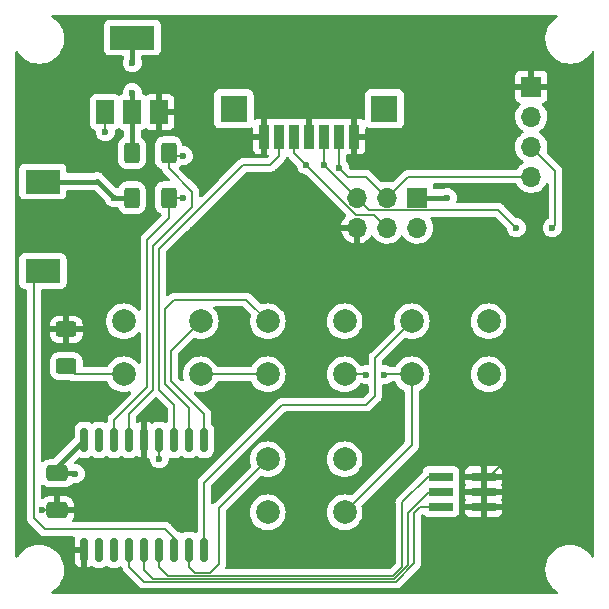
<source format=gbr>
%TF.GenerationSoftware,KiCad,Pcbnew,(6.0.5)*%
%TF.CreationDate,2023-03-31T09:28:20-05:00*%
%TF.ProjectId,remote,72656d6f-7465-42e6-9b69-6361645f7063,rev?*%
%TF.SameCoordinates,Original*%
%TF.FileFunction,Copper,L2,Bot*%
%TF.FilePolarity,Positive*%
%FSLAX46Y46*%
G04 Gerber Fmt 4.6, Leading zero omitted, Abs format (unit mm)*
G04 Created by KiCad (PCBNEW (6.0.5)) date 2023-03-31 09:28:20*
%MOMM*%
%LPD*%
G01*
G04 APERTURE LIST*
G04 Aperture macros list*
%AMRoundRect*
0 Rectangle with rounded corners*
0 $1 Rounding radius*
0 $2 $3 $4 $5 $6 $7 $8 $9 X,Y pos of 4 corners*
0 Add a 4 corners polygon primitive as box body*
4,1,4,$2,$3,$4,$5,$6,$7,$8,$9,$2,$3,0*
0 Add four circle primitives for the rounded corners*
1,1,$1+$1,$2,$3*
1,1,$1+$1,$4,$5*
1,1,$1+$1,$6,$7*
1,1,$1+$1,$8,$9*
0 Add four rect primitives between the rounded corners*
20,1,$1+$1,$2,$3,$4,$5,0*
20,1,$1+$1,$4,$5,$6,$7,0*
20,1,$1+$1,$6,$7,$8,$9,0*
20,1,$1+$1,$8,$9,$2,$3,0*%
G04 Aperture macros list end*
%TA.AperFunction,ComponentPad*%
%ADD10C,2.000000*%
%TD*%
%TA.AperFunction,ComponentPad*%
%ADD11R,1.700000X1.700000*%
%TD*%
%TA.AperFunction,ComponentPad*%
%ADD12O,1.700000X1.700000*%
%TD*%
%TA.AperFunction,SMDPad,CuDef*%
%ADD13R,1.500000X2.000000*%
%TD*%
%TA.AperFunction,SMDPad,CuDef*%
%ADD14R,3.800000X2.000000*%
%TD*%
%TA.AperFunction,SMDPad,CuDef*%
%ADD15RoundRect,0.250000X-0.625000X0.400000X-0.625000X-0.400000X0.625000X-0.400000X0.625000X0.400000X0*%
%TD*%
%TA.AperFunction,SMDPad,CuDef*%
%ADD16R,2.100000X0.750000*%
%TD*%
%TA.AperFunction,SMDPad,CuDef*%
%ADD17RoundRect,0.250000X-0.650000X0.412500X-0.650000X-0.412500X0.650000X-0.412500X0.650000X0.412500X0*%
%TD*%
%TA.AperFunction,SMDPad,CuDef*%
%ADD18R,3.000000X2.000000*%
%TD*%
%TA.AperFunction,SMDPad,CuDef*%
%ADD19RoundRect,0.250000X-0.400000X-0.625000X0.400000X-0.625000X0.400000X0.625000X-0.400000X0.625000X0*%
%TD*%
%TA.AperFunction,SMDPad,CuDef*%
%ADD20R,0.900000X2.000000*%
%TD*%
%TA.AperFunction,ComponentPad*%
%ADD21R,2.300000X2.300000*%
%TD*%
%TA.AperFunction,SMDPad,CuDef*%
%ADD22RoundRect,0.150000X-0.150000X0.875000X-0.150000X-0.875000X0.150000X-0.875000X0.150000X0.875000X0*%
%TD*%
%TA.AperFunction,ViaPad*%
%ADD23C,0.600000*%
%TD*%
%TA.AperFunction,Conductor*%
%ADD24C,0.400000*%
%TD*%
%TA.AperFunction,Conductor*%
%ADD25C,0.200000*%
%TD*%
%TA.AperFunction,Conductor*%
%ADD26C,0.150000*%
%TD*%
%TA.AperFunction,Conductor*%
%ADD27C,0.127000*%
%TD*%
G04 APERTURE END LIST*
D10*
%TO.P,SW3,1,1*%
%TO.N,Net-(SW3-Pad1)*%
X140659000Y-62012000D03*
X134159000Y-62012000D03*
%TO.P,SW3,2,2*%
%TO.N,Net-(R3-Pad2)*%
X140659000Y-66512000D03*
X134159000Y-66512000D03*
%TD*%
%TO.P,SW2,1,1*%
%TO.N,Net-(SW2-Pad1)*%
X121967000Y-73696000D03*
X128467000Y-73696000D03*
%TO.P,SW2,2,2*%
%TO.N,Net-(R3-Pad2)*%
X128467000Y-78196000D03*
X121967000Y-78196000D03*
%TD*%
%TO.P,SW4,1,1*%
%TO.N,Net-(SW4-Pad1)*%
X109780000Y-62012000D03*
X116280000Y-62012000D03*
%TO.P,SW4,2,2*%
%TO.N,Net-(R3-Pad2)*%
X109780000Y-66512000D03*
X116280000Y-66512000D03*
%TD*%
%TO.P,SW1,1,1*%
%TO.N,Net-(SW1-Pad1)*%
X121967000Y-62012000D03*
X128467000Y-62012000D03*
%TO.P,SW1,2,2*%
%TO.N,Net-(R3-Pad2)*%
X128467000Y-66512000D03*
X121967000Y-66512000D03*
%TD*%
D11*
%TO.P,J3,1,Pin_1*%
%TO.N,+3V3*%
X134605000Y-51557000D03*
D12*
%TO.P,J3,2,Pin_2*%
%TO.N,+5V*%
X134605000Y-54097000D03*
%TO.P,J3,3,Pin_3*%
%TO.N,/SDA*%
X132065000Y-51557000D03*
%TO.P,J3,4,Pin_4*%
%TO.N,+5V*%
X132065000Y-54097000D03*
%TO.P,J3,5,Pin_5*%
%TO.N,/SCL*%
X129525000Y-51557000D03*
%TO.P,J3,6,Pin_6*%
%TO.N,GND*%
X129525000Y-54097000D03*
%TD*%
D11*
%TO.P,J2,1,Pin_1*%
%TO.N,GND*%
X144272000Y-42164000D03*
D12*
%TO.P,J2,2,Pin_2*%
%TO.N,+5V*%
X144272000Y-44704000D03*
%TO.P,J2,3,Pin_3*%
%TO.N,/SCL*%
X144272000Y-47244000D03*
%TO.P,J2,4,Pin_4*%
%TO.N,/SDA*%
X144272000Y-49784000D03*
%TD*%
D13*
%TO.P,U1,1,GND*%
%TO.N,GND*%
X112790000Y-44298000D03*
%TO.P,U1,2,VO*%
%TO.N,+3V3*%
X110490000Y-44298000D03*
D14*
X110490000Y-37998000D03*
D13*
%TO.P,U1,3,VI*%
%TO.N,+5V*%
X108190000Y-44298000D03*
%TD*%
D15*
%TO.P,R3,1*%
%TO.N,GND*%
X104902000Y-62712000D03*
%TO.P,R3,2*%
%TO.N,Net-(R3-Pad2)*%
X104902000Y-65812000D03*
%TD*%
D16*
%TO.P,J5,1,Pin_1*%
%TO.N,Net-(J5-Pad1)*%
X136630000Y-75184000D03*
%TO.P,J5,2,Pin_2*%
%TO.N,GND*%
X140230000Y-75184000D03*
%TO.P,J5,3,Pin_3*%
%TO.N,Net-(J5-Pad3)*%
X136630000Y-76454000D03*
%TO.P,J5,4,Pin_4*%
%TO.N,GND*%
X140230000Y-76454000D03*
%TO.P,J5,5,Pin_5*%
%TO.N,Net-(J5-Pad5)*%
X136630000Y-77724000D03*
%TO.P,J5,6,Pin_6*%
%TO.N,GND*%
X140230000Y-77724000D03*
%TD*%
D17*
%TO.P,C1,1*%
%TO.N,+3V3*%
X104140000Y-74891500D03*
%TO.P,C1,2*%
%TO.N,GND*%
X104140000Y-78016500D03*
%TD*%
D18*
%TO.P,BZ1,1,-*%
%TO.N,+3V3*%
X102906300Y-50190550D03*
%TO.P,BZ1,2,+*%
%TO.N,Net-(BZ1-Pad2)*%
X102918900Y-57774550D03*
%TD*%
D19*
%TO.P,R2,1*%
%TO.N,+3V3*%
X110464000Y-51562000D03*
%TO.P,R2,2*%
%TO.N,/SCL*%
X113564000Y-51562000D03*
%TD*%
%TO.P,R1,1*%
%TO.N,+3V3*%
X110464000Y-47752000D03*
%TO.P,R1,2*%
%TO.N,/SDA*%
X113564000Y-47752000D03*
%TD*%
D20*
%TO.P,J1,1,Pin_1*%
%TO.N,GND*%
X129278000Y-46382000D03*
%TO.P,J1,2,Pin_2*%
%TO.N,/SDA*%
X128008000Y-46382000D03*
%TO.P,J1,3,Pin_3*%
%TO.N,/SCL*%
X126738000Y-46382000D03*
%TO.P,J1,4,Pin_4*%
%TO.N,GND*%
X125468000Y-46382000D03*
%TO.P,J1,5,Pin_5*%
%TO.N,+5V*%
X124198000Y-46382000D03*
%TO.P,J1,6,Pin_6*%
%TO.N,/IRQ*%
X122928000Y-46382000D03*
%TO.P,J1,7,Pin_7*%
%TO.N,GND*%
X121658000Y-46382000D03*
D21*
%TO.P,J1,8*%
%TO.N,N/C*%
X119098000Y-44022000D03*
%TO.P,J1,9*%
X131838000Y-44022000D03*
%TD*%
D22*
%TO.P,U2,1,VDD*%
%TO.N,+3V3*%
X106426000Y-72058000D03*
%TO.P,U2,2*%
%TO.N,N/C*%
X107696000Y-72058000D03*
%TO.P,U2,3,SCL*%
%TO.N,/SCL*%
X108966000Y-72058000D03*
%TO.P,U2,4,SDA*%
%TO.N,/SDA*%
X110236000Y-72058000D03*
%TO.P,U2,5,ADDR*%
%TO.N,GND*%
X111506000Y-72058000D03*
%TO.P,U2,6,~{RESET}*%
%TO.N,+3V3*%
X112776000Y-72058000D03*
%TO.P,U2,7,INT*%
%TO.N,/IRQ*%
X114046000Y-72058000D03*
%TO.P,U2,8,GP0*%
%TO.N,Net-(SW1-Pad1)*%
X115316000Y-72058000D03*
%TO.P,U2,9,GP1*%
%TO.N,Net-(SW4-Pad1)*%
X116586000Y-72058000D03*
%TO.P,U2,10,GP2*%
%TO.N,Net-(SW3-Pad1)*%
X116586000Y-81358000D03*
%TO.P,U2,11,GP3*%
%TO.N,Net-(SW2-Pad1)*%
X115316000Y-81358000D03*
%TO.P,U2,12,GP4*%
%TO.N,Net-(BZ1-Pad2)*%
X114046000Y-81358000D03*
%TO.P,U2,13,GP5*%
%TO.N,Net-(J5-Pad1)*%
X112776000Y-81358000D03*
%TO.P,U2,14,GP6*%
%TO.N,Net-(J5-Pad3)*%
X111506000Y-81358000D03*
%TO.P,U2,15,GP7*%
%TO.N,Net-(J5-Pad5)*%
X110236000Y-81358000D03*
%TO.P,U2,16*%
%TO.N,N/C*%
X108966000Y-81358000D03*
%TO.P,U2,17*%
X107696000Y-81358000D03*
%TO.P,U2,18,VSS*%
%TO.N,GND*%
X106426000Y-81358000D03*
%TD*%
D23*
%TO.N,+3V3*%
X137160000Y-51562000D03*
X110490000Y-40132000D03*
X108966000Y-51562000D03*
X105664000Y-74930000D03*
X112776000Y-73660000D03*
X110490000Y-42672000D03*
%TO.N,GND*%
X101092000Y-77978000D03*
X102870000Y-77978000D03*
X146050000Y-57150000D03*
%TO.N,+5V*%
X108204000Y-45974000D03*
X125222000Y-48768000D03*
%TO.N,/SCL*%
X114808000Y-51562000D03*
X126741000Y-48773000D03*
X143002000Y-54102000D03*
X146050000Y-54102000D03*
%TO.N,/SDA*%
X128016000Y-49022000D03*
X114808000Y-48006000D03*
%TO.N,Net-(R3-Pad2)*%
X130302000Y-66548000D03*
X131826000Y-66548000D03*
%TD*%
D24*
%TO.N,+3V3*%
X104140000Y-74891500D02*
X104140000Y-74344000D01*
X105664000Y-74930000D02*
X105625500Y-74891500D01*
X107428650Y-50190550D02*
X102144300Y-50190550D01*
X110490000Y-44298000D02*
X110490000Y-42672000D01*
X108966000Y-51562000D02*
X107511600Y-50107600D01*
X107511600Y-50107600D02*
X107428650Y-50190550D01*
X110490000Y-37998000D02*
X110490000Y-40132000D01*
X134605000Y-51557000D02*
X137155000Y-51557000D01*
X110490000Y-44298000D02*
X110490000Y-47726000D01*
X104140000Y-74891500D02*
X105625500Y-74891500D01*
X137160000Y-51562000D02*
X137155000Y-51557000D01*
X104140000Y-74344000D02*
X106426000Y-72058000D01*
D25*
X112776000Y-72058000D02*
X112776000Y-73660000D01*
D24*
X110490000Y-47726000D02*
X110464000Y-47752000D01*
X110464000Y-51562000D02*
X108966000Y-51562000D01*
D25*
%TO.N,Net-(BZ1-Pad2)*%
X102156900Y-78661900D02*
X102156900Y-57774550D01*
X114046000Y-80391000D02*
X114046000Y-81358000D01*
X103124000Y-79629000D02*
X102156900Y-78661900D01*
X103124000Y-79629000D02*
X113284000Y-79629000D01*
X113284000Y-79629000D02*
X114046000Y-80391000D01*
D26*
%TO.N,GND*%
X140230000Y-75184000D02*
X140230000Y-76454000D01*
D27*
X143002000Y-72898000D02*
X140716000Y-75184000D01*
D26*
X143002000Y-60198000D02*
X143002000Y-72898000D01*
D25*
X102908500Y-78016500D02*
X102870000Y-77978000D01*
D26*
X146050000Y-57150000D02*
X143002000Y-60198000D01*
D25*
X104140000Y-78016500D02*
X102908500Y-78016500D01*
D26*
X140230000Y-77724000D02*
X140230000Y-76454000D01*
D27*
%TO.N,/IRQ*%
X112776000Y-55880000D02*
X115062000Y-53594000D01*
D26*
X119888000Y-48768000D02*
X122174000Y-48768000D01*
X122174000Y-48768000D02*
X122928000Y-48014000D01*
D27*
X112776000Y-67818000D02*
X114046000Y-69088000D01*
X112776000Y-55880000D02*
X112776000Y-67818000D01*
D26*
X115062000Y-53594000D02*
X119888000Y-48768000D01*
X122928000Y-48014000D02*
X122928000Y-46382000D01*
D27*
X114046000Y-69088000D02*
X114046000Y-72058000D01*
D25*
%TO.N,+5V*%
X124198000Y-47752418D02*
X129466071Y-53020489D01*
X124198000Y-46382000D02*
X124198000Y-47752418D01*
X129466071Y-53020489D02*
X130988489Y-53020489D01*
X108204000Y-44312000D02*
X108190000Y-44298000D01*
X130988489Y-53020489D02*
X132065000Y-54097000D01*
X108204000Y-45974000D02*
X108204000Y-44312000D01*
D27*
%TO.N,/SCL*%
X126738000Y-46382000D02*
X126738000Y-48770000D01*
X146304000Y-49276000D02*
X146304000Y-53848000D01*
X113564000Y-51562000D02*
X113564000Y-53314000D01*
D26*
X114808000Y-51562000D02*
X113564000Y-51562000D01*
D27*
X108966000Y-70358000D02*
X108966000Y-72058000D01*
X141497011Y-52597011D02*
X143002000Y-54102000D01*
X129525000Y-51557000D02*
X130565011Y-52597011D01*
X130565011Y-52597011D02*
X141497011Y-52597011D01*
X111760000Y-55118000D02*
X111760000Y-67564000D01*
X113564000Y-53314000D02*
X111760000Y-55118000D01*
X126741000Y-48773000D02*
X129525000Y-51557000D01*
X144272000Y-47244000D02*
X146304000Y-49276000D01*
X146304000Y-53848000D02*
X146050000Y-54102000D01*
X126738000Y-48770000D02*
X126741000Y-48773000D01*
X111760000Y-67564000D02*
X108966000Y-70358000D01*
%TO.N,/SDA*%
X128778000Y-49784000D02*
X130292000Y-49784000D01*
X128016000Y-49022000D02*
X128778000Y-49784000D01*
X128008000Y-49014000D02*
X128016000Y-49022000D01*
D26*
X115570000Y-52324000D02*
X115062000Y-52832000D01*
D27*
X112268000Y-67818000D02*
X110236000Y-69850000D01*
D26*
X114808000Y-48006000D02*
X113818000Y-48006000D01*
X113564000Y-49048000D02*
X115570000Y-51054000D01*
D27*
X110236000Y-69850000D02*
X110236000Y-72058000D01*
D26*
X115570000Y-51054000D02*
X115570000Y-52324000D01*
D27*
X130292000Y-49784000D02*
X132065000Y-51557000D01*
X128008000Y-46382000D02*
X128008000Y-49014000D01*
D26*
X113564000Y-47752000D02*
X113564000Y-49048000D01*
D27*
X112268000Y-55626000D02*
X112268000Y-67818000D01*
D26*
X113818000Y-48006000D02*
X113564000Y-47752000D01*
D27*
X115062000Y-52832000D02*
X112268000Y-55626000D01*
X133838000Y-49784000D02*
X144272000Y-49784000D01*
X132065000Y-51557000D02*
X133838000Y-49784000D01*
D25*
%TO.N,Net-(R3-Pad2)*%
X134159000Y-66512000D02*
X131862000Y-66512000D01*
X131826000Y-66548000D02*
X131862000Y-66512000D01*
X134159000Y-72504000D02*
X128467000Y-78196000D01*
X130302000Y-66548000D02*
X130266000Y-66512000D01*
X128467000Y-66512000D02*
X130266000Y-66512000D01*
X109780000Y-66512000D02*
X105602000Y-66512000D01*
X105602000Y-66512000D02*
X104902000Y-65812000D01*
X121967000Y-66512000D02*
X116280000Y-66512000D01*
X134159000Y-66512000D02*
X134159000Y-72504000D01*
D27*
%TO.N,Net-(SW1-Pad1)*%
X120153000Y-60198000D02*
X121967000Y-62012000D01*
X115316000Y-72058000D02*
X115316000Y-69342000D01*
X113284000Y-67310000D02*
X113284000Y-60960000D01*
X113284000Y-60960000D02*
X114046000Y-60198000D01*
X115316000Y-69342000D02*
X113284000Y-67310000D01*
X114046000Y-60198000D02*
X120153000Y-60198000D01*
%TO.N,Net-(SW2-Pad1)*%
X117094000Y-83312000D02*
X117856000Y-82550000D01*
X117856000Y-77807000D02*
X121967000Y-73696000D01*
X115316000Y-82804000D02*
X115824000Y-83312000D01*
X115316000Y-81358000D02*
X115316000Y-82804000D01*
X117856000Y-82550000D02*
X117856000Y-77807000D01*
X115824000Y-83312000D02*
X117094000Y-83312000D01*
%TO.N,Net-(SW3-Pad1)*%
X116586000Y-81358000D02*
X116586000Y-75692000D01*
X131064000Y-65107000D02*
X134159000Y-62012000D01*
X123190000Y-69088000D02*
X130302000Y-69088000D01*
X116586000Y-75692000D02*
X123190000Y-69088000D01*
X131064000Y-68326000D02*
X131064000Y-65107000D01*
X130302000Y-69088000D02*
X131064000Y-68326000D01*
%TO.N,Net-(SW4-Pad1)*%
X113792000Y-67056000D02*
X113792000Y-64500000D01*
X116586000Y-69850000D02*
X113792000Y-67056000D01*
X113792000Y-64500000D02*
X116280000Y-62012000D01*
X116586000Y-72058000D02*
X116586000Y-69850000D01*
%TO.N,Net-(J5-Pad1)*%
X112776000Y-82804000D02*
X113538000Y-83566000D01*
X133350000Y-77353800D02*
X133350000Y-82804000D01*
X135519800Y-75184000D02*
X136194800Y-75184000D01*
X112776000Y-81358000D02*
X112776000Y-82804000D01*
X133350000Y-77353800D02*
X135519800Y-75184000D01*
X133350000Y-82804000D02*
X132588000Y-83566000D01*
X113538000Y-83566000D02*
X132588000Y-83566000D01*
%TO.N,Net-(J5-Pad3)*%
X133858000Y-78232000D02*
X133858000Y-82654531D01*
X112268000Y-83820000D02*
X111506000Y-83058000D01*
X133858000Y-82654531D02*
X132692531Y-83820000D01*
X111506000Y-83058000D02*
X111506000Y-81358000D01*
X132692531Y-83820000D02*
X112268000Y-83820000D01*
X136194800Y-76454000D02*
X135636000Y-76454000D01*
X135636000Y-76454000D02*
X133858000Y-78232000D01*
%TO.N,Net-(J5-Pad5)*%
X134874000Y-77724000D02*
X134366000Y-78232000D01*
X134366000Y-82505063D02*
X132797063Y-84074000D01*
X136194800Y-77724000D02*
X134874000Y-77724000D01*
X110236000Y-82804000D02*
X110236000Y-81358000D01*
X134366000Y-78232000D02*
X134366000Y-82505063D01*
X132797063Y-84074000D02*
X111506000Y-84074000D01*
X111506000Y-84074000D02*
X110236000Y-82804000D01*
%TD*%
%TA.AperFunction,Conductor*%
%TO.N,GND*%
G36*
X146481525Y-36088502D02*
G01*
X146528018Y-36142158D01*
X146538122Y-36212432D01*
X146508628Y-36277012D01*
X146483003Y-36298627D01*
X146483342Y-36299109D01*
X146252529Y-36461327D01*
X146252523Y-36461332D01*
X146249024Y-36463791D01*
X146214089Y-36496255D01*
X146070853Y-36629358D01*
X146039224Y-36658749D01*
X146036510Y-36662065D01*
X146036507Y-36662068D01*
X146023256Y-36678258D01*
X145857823Y-36880377D01*
X145708180Y-37124573D01*
X145706453Y-37128507D01*
X145706452Y-37128509D01*
X145699580Y-37144165D01*
X145593062Y-37386818D01*
X145514600Y-37662261D01*
X145474246Y-37945804D01*
X145472747Y-38232200D01*
X145473306Y-38236444D01*
X145473306Y-38236448D01*
X145489699Y-38360969D01*
X145510129Y-38516149D01*
X145585702Y-38792398D01*
X145587386Y-38796346D01*
X145692473Y-39042717D01*
X145698068Y-39055835D01*
X145845146Y-39301585D01*
X146024215Y-39525100D01*
X146082234Y-39580158D01*
X146210323Y-39701710D01*
X146231962Y-39722245D01*
X146464543Y-39889371D01*
X146717653Y-40023386D01*
X146741870Y-40032248D01*
X146964301Y-40113646D01*
X146986610Y-40121810D01*
X147266436Y-40182822D01*
X147305901Y-40185928D01*
X147488597Y-40200307D01*
X147488604Y-40200307D01*
X147491053Y-40200500D01*
X147645992Y-40200500D01*
X147648128Y-40200354D01*
X147648139Y-40200354D01*
X147855460Y-40186220D01*
X147855466Y-40186219D01*
X147859737Y-40185928D01*
X147863932Y-40185059D01*
X147863934Y-40185059D01*
X148029572Y-40150757D01*
X148140186Y-40127850D01*
X148410158Y-40032248D01*
X148566130Y-39951745D01*
X148660851Y-39902856D01*
X148660852Y-39902856D01*
X148664658Y-39900891D01*
X148668159Y-39898430D01*
X148668163Y-39898428D01*
X148895471Y-39738673D01*
X148895477Y-39738668D01*
X148898976Y-39736209D01*
X149066907Y-39580158D01*
X149105633Y-39544172D01*
X149105636Y-39544169D01*
X149108776Y-39541251D01*
X149119575Y-39528058D01*
X149251692Y-39366642D01*
X149290177Y-39319623D01*
X149372067Y-39185990D01*
X149424715Y-39138359D01*
X149494756Y-39126752D01*
X149559954Y-39154855D01*
X149599608Y-39213745D01*
X149605500Y-39251825D01*
X149605500Y-81906215D01*
X149585498Y-81974336D01*
X149531842Y-82020829D01*
X149461568Y-82030933D01*
X149396988Y-82001439D01*
X149371384Y-81970921D01*
X149355425Y-81944255D01*
X149302854Y-81856415D01*
X149123785Y-81632900D01*
X148916038Y-81435755D01*
X148683457Y-81268629D01*
X148430347Y-81134614D01*
X148161390Y-81036190D01*
X147881564Y-80975178D01*
X147838389Y-80971780D01*
X147659403Y-80957693D01*
X147659396Y-80957693D01*
X147656947Y-80957500D01*
X147502008Y-80957500D01*
X147499872Y-80957646D01*
X147499861Y-80957646D01*
X147292540Y-80971780D01*
X147292534Y-80971781D01*
X147288263Y-80972072D01*
X147284068Y-80972941D01*
X147284066Y-80972941D01*
X147148039Y-81001111D01*
X147007814Y-81030150D01*
X146737842Y-81125752D01*
X146483342Y-81257109D01*
X146479841Y-81259570D01*
X146479837Y-81259572D01*
X146252529Y-81419327D01*
X146252523Y-81419332D01*
X146249024Y-81421791D01*
X146170181Y-81495057D01*
X146044335Y-81612000D01*
X146039224Y-81616749D01*
X146036510Y-81620065D01*
X146036507Y-81620068D01*
X146023256Y-81636258D01*
X145857823Y-81838377D01*
X145708180Y-82082573D01*
X145706453Y-82086507D01*
X145706452Y-82086509D01*
X145614060Y-82296984D01*
X145593062Y-82344818D01*
X145514600Y-82620261D01*
X145497075Y-82743400D01*
X145476025Y-82891307D01*
X145474246Y-82903804D01*
X145474047Y-82941879D01*
X145473259Y-83092468D01*
X145472747Y-83190200D01*
X145473306Y-83194444D01*
X145473306Y-83194448D01*
X145489699Y-83318969D01*
X145510129Y-83474149D01*
X145585702Y-83750398D01*
X145587386Y-83754346D01*
X145692735Y-84001331D01*
X145698068Y-84013835D01*
X145845146Y-84259585D01*
X146024215Y-84483100D01*
X146231962Y-84680245D01*
X146464543Y-84847371D01*
X146468347Y-84849385D01*
X146473563Y-84852147D01*
X146524406Y-84901700D01*
X146540386Y-84970875D01*
X146516431Y-85037708D01*
X146460146Y-85080981D01*
X146414602Y-85089500D01*
X103776596Y-85089500D01*
X103708475Y-85069498D01*
X103661982Y-85015842D01*
X103651878Y-84945568D01*
X103681372Y-84880988D01*
X103706997Y-84859373D01*
X103706658Y-84858891D01*
X103937471Y-84696673D01*
X103937477Y-84696668D01*
X103940976Y-84694209D01*
X104150776Y-84499251D01*
X104161575Y-84486058D01*
X104329461Y-84280941D01*
X104332177Y-84277623D01*
X104481820Y-84033427D01*
X104488802Y-84017522D01*
X104595214Y-83775110D01*
X104595215Y-83775106D01*
X104596938Y-83771182D01*
X104675400Y-83495739D01*
X104712512Y-83234975D01*
X104715149Y-83216448D01*
X104715149Y-83216446D01*
X104715754Y-83212196D01*
X104716752Y-83021487D01*
X104717231Y-82930086D01*
X104717231Y-82930080D01*
X104717253Y-82925800D01*
X104716535Y-82920342D01*
X104695090Y-82757453D01*
X104679871Y-82641851D01*
X104663772Y-82583001D01*
X104605430Y-82369741D01*
X104604298Y-82365602D01*
X104575030Y-82296984D01*
X105618001Y-82296984D01*
X105618195Y-82301920D01*
X105620430Y-82330336D01*
X105622730Y-82342931D01*
X105665107Y-82488790D01*
X105671352Y-82503221D01*
X105747911Y-82632678D01*
X105757551Y-82645104D01*
X105863896Y-82751449D01*
X105876322Y-82761089D01*
X106005779Y-82837648D01*
X106020210Y-82843893D01*
X106154605Y-82882939D01*
X106168706Y-82882899D01*
X106172000Y-82875630D01*
X106172000Y-81630115D01*
X106167525Y-81614876D01*
X106166135Y-81613671D01*
X106158452Y-81612000D01*
X105636116Y-81612000D01*
X105620877Y-81616475D01*
X105619672Y-81617865D01*
X105618001Y-81625548D01*
X105618001Y-82296984D01*
X104575030Y-82296984D01*
X104491932Y-82102165D01*
X104344854Y-81856415D01*
X104165785Y-81632900D01*
X103958038Y-81435755D01*
X103725457Y-81268629D01*
X103472347Y-81134614D01*
X103203390Y-81036190D01*
X102923564Y-80975178D01*
X102880389Y-80971780D01*
X102701403Y-80957693D01*
X102701396Y-80957693D01*
X102698947Y-80957500D01*
X102544008Y-80957500D01*
X102541872Y-80957646D01*
X102541861Y-80957646D01*
X102334540Y-80971780D01*
X102334534Y-80971781D01*
X102330263Y-80972072D01*
X102326068Y-80972941D01*
X102326066Y-80972941D01*
X102190039Y-81001111D01*
X102049814Y-81030150D01*
X101779842Y-81125752D01*
X101525342Y-81257109D01*
X101521841Y-81259570D01*
X101521837Y-81259572D01*
X101294529Y-81419327D01*
X101294523Y-81419332D01*
X101291024Y-81421791D01*
X101212181Y-81495057D01*
X101086335Y-81612000D01*
X101081224Y-81616749D01*
X101078510Y-81620065D01*
X101078507Y-81620068D01*
X101065256Y-81636258D01*
X100899823Y-81838377D01*
X100858252Y-81906215D01*
X100817933Y-81972010D01*
X100765285Y-82019641D01*
X100695244Y-82031248D01*
X100630046Y-82003145D01*
X100590392Y-81944255D01*
X100584500Y-81906175D01*
X100584500Y-58822684D01*
X100910400Y-58822684D01*
X100917155Y-58884866D01*
X100968285Y-59021255D01*
X101055639Y-59137811D01*
X101172195Y-59225165D01*
X101308584Y-59276295D01*
X101370766Y-59283050D01*
X101422400Y-59283050D01*
X101490521Y-59303052D01*
X101537014Y-59356708D01*
X101548400Y-59409050D01*
X101548400Y-78613764D01*
X101547322Y-78630207D01*
X101543150Y-78661900D01*
X101548400Y-78701780D01*
X101548400Y-78701785D01*
X101549927Y-78713382D01*
X101564062Y-78820751D01*
X101625376Y-78968776D01*
X101630403Y-78975327D01*
X101630404Y-78975329D01*
X101698420Y-79063969D01*
X101698426Y-79063975D01*
X101722913Y-79095887D01*
X101729463Y-79100913D01*
X101729464Y-79100914D01*
X101748276Y-79115349D01*
X101760666Y-79126215D01*
X102659681Y-80025229D01*
X102670549Y-80037621D01*
X102690013Y-80062987D01*
X102696559Y-80068010D01*
X102696562Y-80068013D01*
X102721927Y-80087476D01*
X102721929Y-80087477D01*
X102817124Y-80160524D01*
X102824750Y-80163683D01*
X102824752Y-80163684D01*
X102891136Y-80191181D01*
X102965149Y-80221838D01*
X102973336Y-80222916D01*
X102973337Y-80222916D01*
X102984542Y-80224391D01*
X103015738Y-80228498D01*
X103084115Y-80237500D01*
X103084118Y-80237500D01*
X103084126Y-80237501D01*
X103115811Y-80241672D01*
X103124000Y-80242750D01*
X103155693Y-80238578D01*
X103172136Y-80237500D01*
X105496394Y-80237500D01*
X105564515Y-80257502D01*
X105611008Y-80311158D01*
X105619470Y-80379133D01*
X105620935Y-80379248D01*
X105618193Y-80414084D01*
X105618000Y-80419014D01*
X105618000Y-81085885D01*
X105622475Y-81101124D01*
X105623865Y-81102329D01*
X105631548Y-81104000D01*
X106554000Y-81104000D01*
X106622121Y-81124002D01*
X106668614Y-81177658D01*
X106680000Y-81230000D01*
X106680000Y-82869878D01*
X106683973Y-82883409D01*
X106691871Y-82884544D01*
X106831790Y-82843893D01*
X106846221Y-82837648D01*
X106975676Y-82761090D01*
X106983364Y-82755126D01*
X107049449Y-82729179D01*
X107119072Y-82743080D01*
X107135158Y-82753418D01*
X107139193Y-82757453D01*
X107146021Y-82761491D01*
X107146024Y-82761493D01*
X107200197Y-82793531D01*
X107282399Y-82842145D01*
X107290010Y-82844356D01*
X107290012Y-82844357D01*
X107309670Y-82850068D01*
X107442169Y-82888562D01*
X107448574Y-82889066D01*
X107448579Y-82889067D01*
X107477042Y-82891307D01*
X107477050Y-82891307D01*
X107479498Y-82891500D01*
X107912502Y-82891500D01*
X107914950Y-82891307D01*
X107914958Y-82891307D01*
X107943421Y-82889067D01*
X107943426Y-82889066D01*
X107949831Y-82888562D01*
X108082330Y-82850068D01*
X108101988Y-82844357D01*
X108101990Y-82844356D01*
X108109601Y-82842145D01*
X108252807Y-82757453D01*
X108255489Y-82754771D01*
X108319861Y-82729498D01*
X108389484Y-82743400D01*
X108405312Y-82753572D01*
X108409193Y-82757453D01*
X108552399Y-82842145D01*
X108560010Y-82844356D01*
X108560012Y-82844357D01*
X108579670Y-82850068D01*
X108712169Y-82888562D01*
X108718574Y-82889066D01*
X108718579Y-82889067D01*
X108747042Y-82891307D01*
X108747050Y-82891307D01*
X108749498Y-82891500D01*
X109182502Y-82891500D01*
X109184950Y-82891307D01*
X109184958Y-82891307D01*
X109213421Y-82889067D01*
X109213426Y-82889066D01*
X109219831Y-82888562D01*
X109352330Y-82850068D01*
X109371988Y-82844357D01*
X109371990Y-82844356D01*
X109379601Y-82842145D01*
X109479372Y-82783141D01*
X109548186Y-82765682D01*
X109615518Y-82788199D01*
X109659987Y-82843543D01*
X109668431Y-82875148D01*
X109678723Y-82953322D01*
X109736359Y-83092468D01*
X109828045Y-83211955D01*
X109834595Y-83216981D01*
X109851495Y-83229949D01*
X109863886Y-83240816D01*
X111069184Y-84446114D01*
X111080051Y-84458505D01*
X111098045Y-84481955D01*
X111217532Y-84573641D01*
X111356678Y-84631277D01*
X111387375Y-84635318D01*
X111468497Y-84645999D01*
X111468506Y-84646000D01*
X111468509Y-84646000D01*
X111468521Y-84646001D01*
X111497811Y-84649857D01*
X111497812Y-84649857D01*
X111506000Y-84650935D01*
X111514188Y-84649857D01*
X111514189Y-84649857D01*
X111535298Y-84647078D01*
X111551744Y-84646000D01*
X132751319Y-84646000D01*
X132767765Y-84647078D01*
X132788874Y-84649857D01*
X132788875Y-84649857D01*
X132797063Y-84650935D01*
X132805251Y-84649857D01*
X132805252Y-84649857D01*
X132834542Y-84646001D01*
X132834554Y-84646000D01*
X132834557Y-84646000D01*
X132834566Y-84645999D01*
X132915688Y-84635318D01*
X132946385Y-84631277D01*
X133085531Y-84573641D01*
X133205018Y-84481955D01*
X133223012Y-84458505D01*
X133233879Y-84446114D01*
X134738114Y-82941879D01*
X134750505Y-82931012D01*
X134767402Y-82918047D01*
X134767405Y-82918044D01*
X134773955Y-82913018D01*
X134792334Y-82889067D01*
X134831160Y-82838468D01*
X134860612Y-82800085D01*
X134865641Y-82793531D01*
X134923277Y-82654385D01*
X134942936Y-82505063D01*
X134939078Y-82475759D01*
X134938000Y-82459312D01*
X134938000Y-78521120D01*
X134958002Y-78452999D01*
X134974905Y-78432025D01*
X134997422Y-78409508D01*
X135059734Y-78375482D01*
X135130549Y-78380547D01*
X135187343Y-78423038D01*
X135216739Y-78462261D01*
X135333295Y-78549615D01*
X135469684Y-78600745D01*
X135531866Y-78607500D01*
X137728134Y-78607500D01*
X137790316Y-78600745D01*
X137926705Y-78549615D01*
X138043261Y-78462261D01*
X138130615Y-78345705D01*
X138181745Y-78209316D01*
X138188500Y-78147134D01*
X138188500Y-78143669D01*
X138672001Y-78143669D01*
X138672371Y-78150490D01*
X138677895Y-78201352D01*
X138681521Y-78216604D01*
X138726676Y-78337054D01*
X138735214Y-78352649D01*
X138811715Y-78454724D01*
X138824276Y-78467285D01*
X138926351Y-78543786D01*
X138941946Y-78552324D01*
X139062394Y-78597478D01*
X139077649Y-78601105D01*
X139128514Y-78606631D01*
X139135328Y-78607000D01*
X139957885Y-78607000D01*
X139973124Y-78602525D01*
X139974329Y-78601135D01*
X139976000Y-78593452D01*
X139976000Y-78588884D01*
X140484000Y-78588884D01*
X140488475Y-78604123D01*
X140489865Y-78605328D01*
X140497548Y-78606999D01*
X141324669Y-78606999D01*
X141331490Y-78606629D01*
X141382352Y-78601105D01*
X141397604Y-78597479D01*
X141518054Y-78552324D01*
X141533649Y-78543786D01*
X141635724Y-78467285D01*
X141648285Y-78454724D01*
X141724786Y-78352649D01*
X141733324Y-78337054D01*
X141778478Y-78216606D01*
X141782105Y-78201351D01*
X141787631Y-78150486D01*
X141788000Y-78143672D01*
X141788000Y-77996115D01*
X141783525Y-77980876D01*
X141782135Y-77979671D01*
X141774452Y-77978000D01*
X140502115Y-77978000D01*
X140486876Y-77982475D01*
X140485671Y-77983865D01*
X140484000Y-77991548D01*
X140484000Y-78588884D01*
X139976000Y-78588884D01*
X139976000Y-77996115D01*
X139971525Y-77980876D01*
X139970135Y-77979671D01*
X139962452Y-77978000D01*
X138690116Y-77978000D01*
X138674877Y-77982475D01*
X138673672Y-77983865D01*
X138672001Y-77991548D01*
X138672001Y-78143669D01*
X138188500Y-78143669D01*
X138188500Y-77451885D01*
X138672000Y-77451885D01*
X138676475Y-77467124D01*
X138677865Y-77468329D01*
X138685548Y-77470000D01*
X139957885Y-77470000D01*
X139973124Y-77465525D01*
X139974329Y-77464135D01*
X139976000Y-77456452D01*
X139976000Y-77451885D01*
X140484000Y-77451885D01*
X140488475Y-77467124D01*
X140489865Y-77468329D01*
X140497548Y-77470000D01*
X141769884Y-77470000D01*
X141785123Y-77465525D01*
X141786328Y-77464135D01*
X141787999Y-77456452D01*
X141787999Y-77304331D01*
X141787629Y-77297510D01*
X141782105Y-77246648D01*
X141778479Y-77231396D01*
X141741678Y-77133230D01*
X141736495Y-77062423D01*
X141741678Y-77044770D01*
X141778478Y-76946606D01*
X141782105Y-76931351D01*
X141787631Y-76880486D01*
X141788000Y-76873672D01*
X141788000Y-76726115D01*
X141783525Y-76710876D01*
X141782135Y-76709671D01*
X141774452Y-76708000D01*
X140502115Y-76708000D01*
X140486876Y-76712475D01*
X140485671Y-76713865D01*
X140484000Y-76721548D01*
X140484000Y-77451885D01*
X139976000Y-77451885D01*
X139976000Y-76726115D01*
X139971525Y-76710876D01*
X139970135Y-76709671D01*
X139962452Y-76708000D01*
X138690116Y-76708000D01*
X138674877Y-76712475D01*
X138673672Y-76713865D01*
X138672001Y-76721548D01*
X138672001Y-76873669D01*
X138672371Y-76880490D01*
X138677895Y-76931352D01*
X138681521Y-76946604D01*
X138718322Y-77044770D01*
X138723505Y-77115577D01*
X138718322Y-77133230D01*
X138681522Y-77231394D01*
X138677895Y-77246649D01*
X138672369Y-77297514D01*
X138672000Y-77304328D01*
X138672000Y-77451885D01*
X138188500Y-77451885D01*
X138188500Y-77300866D01*
X138181745Y-77238684D01*
X138142212Y-77133230D01*
X138137029Y-77062422D01*
X138142212Y-77044770D01*
X138168046Y-76975858D01*
X138181745Y-76939316D01*
X138188500Y-76877134D01*
X138188500Y-76181885D01*
X138672000Y-76181885D01*
X138676475Y-76197124D01*
X138677865Y-76198329D01*
X138685548Y-76200000D01*
X139957885Y-76200000D01*
X139973124Y-76195525D01*
X139974329Y-76194135D01*
X139976000Y-76186452D01*
X139976000Y-76181885D01*
X140484000Y-76181885D01*
X140488475Y-76197124D01*
X140489865Y-76198329D01*
X140497548Y-76200000D01*
X141769884Y-76200000D01*
X141785123Y-76195525D01*
X141786328Y-76194135D01*
X141787999Y-76186452D01*
X141787999Y-76034331D01*
X141787629Y-76027510D01*
X141782105Y-75976648D01*
X141778479Y-75961396D01*
X141741678Y-75863230D01*
X141736495Y-75792423D01*
X141741678Y-75774770D01*
X141778478Y-75676606D01*
X141782105Y-75661351D01*
X141787631Y-75610486D01*
X141788000Y-75603672D01*
X141788000Y-75456115D01*
X141783525Y-75440876D01*
X141782135Y-75439671D01*
X141774452Y-75438000D01*
X140502115Y-75438000D01*
X140486876Y-75442475D01*
X140485671Y-75443865D01*
X140484000Y-75451548D01*
X140484000Y-76181885D01*
X139976000Y-76181885D01*
X139976000Y-75456115D01*
X139971525Y-75440876D01*
X139970135Y-75439671D01*
X139962452Y-75438000D01*
X138690116Y-75438000D01*
X138674877Y-75442475D01*
X138673672Y-75443865D01*
X138672001Y-75451548D01*
X138672001Y-75603669D01*
X138672371Y-75610490D01*
X138677895Y-75661352D01*
X138681521Y-75676604D01*
X138718322Y-75774770D01*
X138723505Y-75845577D01*
X138718322Y-75863230D01*
X138681522Y-75961394D01*
X138677895Y-75976649D01*
X138672369Y-76027514D01*
X138672000Y-76034328D01*
X138672000Y-76181885D01*
X138188500Y-76181885D01*
X138188500Y-76030866D01*
X138181745Y-75968684D01*
X138142212Y-75863230D01*
X138137029Y-75792422D01*
X138142212Y-75774770D01*
X138156092Y-75737744D01*
X138181745Y-75669316D01*
X138188500Y-75607134D01*
X138188500Y-74911885D01*
X138672000Y-74911885D01*
X138676475Y-74927124D01*
X138677865Y-74928329D01*
X138685548Y-74930000D01*
X139957885Y-74930000D01*
X139973124Y-74925525D01*
X139974329Y-74924135D01*
X139976000Y-74916452D01*
X139976000Y-74911885D01*
X140484000Y-74911885D01*
X140488475Y-74927124D01*
X140489865Y-74928329D01*
X140497548Y-74930000D01*
X141769884Y-74930000D01*
X141785123Y-74925525D01*
X141786328Y-74924135D01*
X141787999Y-74916452D01*
X141787999Y-74764331D01*
X141787629Y-74757510D01*
X141782105Y-74706648D01*
X141778479Y-74691396D01*
X141733324Y-74570946D01*
X141724786Y-74555351D01*
X141648285Y-74453276D01*
X141635724Y-74440715D01*
X141533649Y-74364214D01*
X141518054Y-74355676D01*
X141397606Y-74310522D01*
X141382351Y-74306895D01*
X141331486Y-74301369D01*
X141324672Y-74301000D01*
X140502115Y-74301000D01*
X140486876Y-74305475D01*
X140485671Y-74306865D01*
X140484000Y-74314548D01*
X140484000Y-74911885D01*
X139976000Y-74911885D01*
X139976000Y-74319116D01*
X139971525Y-74303877D01*
X139970135Y-74302672D01*
X139962452Y-74301001D01*
X139135331Y-74301001D01*
X139128510Y-74301371D01*
X139077648Y-74306895D01*
X139062396Y-74310521D01*
X138941946Y-74355676D01*
X138926351Y-74364214D01*
X138824276Y-74440715D01*
X138811715Y-74453276D01*
X138735214Y-74555351D01*
X138726676Y-74570946D01*
X138681522Y-74691394D01*
X138677895Y-74706649D01*
X138672369Y-74757514D01*
X138672000Y-74764328D01*
X138672000Y-74911885D01*
X138188500Y-74911885D01*
X138188500Y-74760866D01*
X138181745Y-74698684D01*
X138130615Y-74562295D01*
X138043261Y-74445739D01*
X137926705Y-74358385D01*
X137790316Y-74307255D01*
X137728134Y-74300500D01*
X135531866Y-74300500D01*
X135469684Y-74307255D01*
X135333295Y-74358385D01*
X135216739Y-74445739D01*
X135129385Y-74562295D01*
X135078255Y-74698684D01*
X135071500Y-74760866D01*
X135071500Y-74771180D01*
X135051498Y-74839301D01*
X135034595Y-74860275D01*
X132977886Y-76916984D01*
X132965495Y-76927851D01*
X132942045Y-76945845D01*
X132919025Y-76975845D01*
X132919024Y-76975846D01*
X132850359Y-77065332D01*
X132792723Y-77204478D01*
X132778000Y-77316308D01*
X132778000Y-77316314D01*
X132773065Y-77353800D01*
X132774143Y-77361988D01*
X132774143Y-77361989D01*
X132776922Y-77383098D01*
X132778000Y-77399544D01*
X132778000Y-82514880D01*
X132757998Y-82583001D01*
X132741095Y-82603975D01*
X132387975Y-82957095D01*
X132325663Y-82991121D01*
X132298880Y-82994000D01*
X118479790Y-82994000D01*
X118411669Y-82973998D01*
X118365176Y-82920342D01*
X118355072Y-82850068D01*
X118363381Y-82819782D01*
X118389198Y-82757453D01*
X118413277Y-82699322D01*
X118432936Y-82550000D01*
X118429078Y-82520696D01*
X118428000Y-82504249D01*
X118428000Y-78196000D01*
X120453835Y-78196000D01*
X120472465Y-78432711D01*
X120473619Y-78437518D01*
X120473620Y-78437524D01*
X120484433Y-78482562D01*
X120527895Y-78663594D01*
X120529788Y-78668165D01*
X120529789Y-78668167D01*
X120589600Y-78812563D01*
X120618760Y-78882963D01*
X120621346Y-78887183D01*
X120740241Y-79081202D01*
X120740245Y-79081208D01*
X120742824Y-79085416D01*
X120897031Y-79265969D01*
X121077584Y-79420176D01*
X121081792Y-79422755D01*
X121081798Y-79422759D01*
X121275817Y-79541654D01*
X121280037Y-79544240D01*
X121284607Y-79546133D01*
X121284611Y-79546135D01*
X121494833Y-79633211D01*
X121499406Y-79635105D01*
X121579609Y-79654360D01*
X121725476Y-79689380D01*
X121725482Y-79689381D01*
X121730289Y-79690535D01*
X121967000Y-79709165D01*
X122203711Y-79690535D01*
X122208518Y-79689381D01*
X122208524Y-79689380D01*
X122354391Y-79654360D01*
X122434594Y-79635105D01*
X122439167Y-79633211D01*
X122649389Y-79546135D01*
X122649393Y-79546133D01*
X122653963Y-79544240D01*
X122658183Y-79541654D01*
X122852202Y-79422759D01*
X122852208Y-79422755D01*
X122856416Y-79420176D01*
X123036969Y-79265969D01*
X123191176Y-79085416D01*
X123193755Y-79081208D01*
X123193759Y-79081202D01*
X123312654Y-78887183D01*
X123315240Y-78882963D01*
X123344401Y-78812563D01*
X123404211Y-78668167D01*
X123404212Y-78668165D01*
X123406105Y-78663594D01*
X123449567Y-78482562D01*
X123460380Y-78437524D01*
X123460381Y-78437518D01*
X123461535Y-78432711D01*
X123480165Y-78196000D01*
X123461535Y-77959289D01*
X123406105Y-77728406D01*
X123373605Y-77649944D01*
X123317135Y-77513611D01*
X123317133Y-77513607D01*
X123315240Y-77509037D01*
X123251850Y-77405594D01*
X123193759Y-77310798D01*
X123193755Y-77310792D01*
X123191176Y-77306584D01*
X123036969Y-77126031D01*
X122856416Y-76971824D01*
X122852208Y-76969245D01*
X122852202Y-76969241D01*
X122658183Y-76850346D01*
X122653963Y-76847760D01*
X122649393Y-76845867D01*
X122649389Y-76845865D01*
X122439167Y-76758789D01*
X122439165Y-76758788D01*
X122434594Y-76756895D01*
X122354391Y-76737640D01*
X122208524Y-76702620D01*
X122208518Y-76702619D01*
X122203711Y-76701465D01*
X121967000Y-76682835D01*
X121730289Y-76701465D01*
X121725482Y-76702619D01*
X121725476Y-76702620D01*
X121579609Y-76737640D01*
X121499406Y-76756895D01*
X121494835Y-76758788D01*
X121494833Y-76758789D01*
X121284611Y-76845865D01*
X121284607Y-76845867D01*
X121280037Y-76847760D01*
X121275817Y-76850346D01*
X121081798Y-76969241D01*
X121081792Y-76969245D01*
X121077584Y-76971824D01*
X120897031Y-77126031D01*
X120742824Y-77306584D01*
X120740245Y-77310792D01*
X120740241Y-77310798D01*
X120682150Y-77405594D01*
X120618760Y-77509037D01*
X120616867Y-77513607D01*
X120616865Y-77513611D01*
X120560395Y-77649944D01*
X120527895Y-77728406D01*
X120472465Y-77959289D01*
X120453835Y-78196000D01*
X118428000Y-78196000D01*
X118428000Y-78096120D01*
X118448002Y-78027999D01*
X118464905Y-78007025D01*
X121324912Y-75147018D01*
X121387224Y-75112992D01*
X121462225Y-75119704D01*
X121492726Y-75132338D01*
X121499406Y-75135105D01*
X121579609Y-75154360D01*
X121725476Y-75189380D01*
X121725482Y-75189381D01*
X121730289Y-75190535D01*
X121967000Y-75209165D01*
X122203711Y-75190535D01*
X122208518Y-75189381D01*
X122208524Y-75189380D01*
X122354391Y-75154360D01*
X122434594Y-75135105D01*
X122439167Y-75133211D01*
X122649389Y-75046135D01*
X122649393Y-75046133D01*
X122653963Y-75044240D01*
X122658183Y-75041654D01*
X122852202Y-74922759D01*
X122852208Y-74922755D01*
X122856416Y-74920176D01*
X123036969Y-74765969D01*
X123191176Y-74585416D01*
X123193755Y-74581208D01*
X123193759Y-74581202D01*
X123312654Y-74387183D01*
X123315240Y-74382963D01*
X123325421Y-74358385D01*
X123404211Y-74168167D01*
X123404212Y-74168165D01*
X123406105Y-74163594D01*
X123436312Y-74037773D01*
X123460380Y-73937524D01*
X123460381Y-73937518D01*
X123461535Y-73932711D01*
X123480165Y-73696000D01*
X126953835Y-73696000D01*
X126972465Y-73932711D01*
X126973619Y-73937518D01*
X126973620Y-73937524D01*
X126997688Y-74037773D01*
X127027895Y-74163594D01*
X127029788Y-74168165D01*
X127029789Y-74168167D01*
X127108580Y-74358385D01*
X127118760Y-74382963D01*
X127121346Y-74387183D01*
X127240241Y-74581202D01*
X127240245Y-74581208D01*
X127242824Y-74585416D01*
X127397031Y-74765969D01*
X127577584Y-74920176D01*
X127581792Y-74922755D01*
X127581798Y-74922759D01*
X127775817Y-75041654D01*
X127780037Y-75044240D01*
X127784607Y-75046133D01*
X127784611Y-75046135D01*
X127994833Y-75133211D01*
X127999406Y-75135105D01*
X128079609Y-75154360D01*
X128225476Y-75189380D01*
X128225482Y-75189381D01*
X128230289Y-75190535D01*
X128467000Y-75209165D01*
X128703711Y-75190535D01*
X128708518Y-75189381D01*
X128708524Y-75189380D01*
X128854391Y-75154360D01*
X128934594Y-75135105D01*
X128939167Y-75133211D01*
X129149389Y-75046135D01*
X129149393Y-75046133D01*
X129153963Y-75044240D01*
X129158183Y-75041654D01*
X129352202Y-74922759D01*
X129352208Y-74922755D01*
X129356416Y-74920176D01*
X129536969Y-74765969D01*
X129691176Y-74585416D01*
X129693755Y-74581208D01*
X129693759Y-74581202D01*
X129812654Y-74387183D01*
X129815240Y-74382963D01*
X129825421Y-74358385D01*
X129904211Y-74168167D01*
X129904212Y-74168165D01*
X129906105Y-74163594D01*
X129936312Y-74037773D01*
X129960380Y-73937524D01*
X129960381Y-73937518D01*
X129961535Y-73932711D01*
X129980165Y-73696000D01*
X129961535Y-73459289D01*
X129957721Y-73443400D01*
X129907260Y-73233218D01*
X129906105Y-73228406D01*
X129904211Y-73223833D01*
X129817135Y-73013611D01*
X129817133Y-73013607D01*
X129815240Y-73009037D01*
X129807884Y-72997033D01*
X129693759Y-72810798D01*
X129693755Y-72810792D01*
X129691176Y-72806584D01*
X129536969Y-72626031D01*
X129356416Y-72471824D01*
X129352208Y-72469245D01*
X129352202Y-72469241D01*
X129158183Y-72350346D01*
X129153963Y-72347760D01*
X129149393Y-72345867D01*
X129149389Y-72345865D01*
X128939167Y-72258789D01*
X128939165Y-72258788D01*
X128934594Y-72256895D01*
X128854391Y-72237640D01*
X128708524Y-72202620D01*
X128708518Y-72202619D01*
X128703711Y-72201465D01*
X128467000Y-72182835D01*
X128230289Y-72201465D01*
X128225482Y-72202619D01*
X128225476Y-72202620D01*
X128079609Y-72237640D01*
X127999406Y-72256895D01*
X127994835Y-72258788D01*
X127994833Y-72258789D01*
X127784611Y-72345865D01*
X127784607Y-72345867D01*
X127780037Y-72347760D01*
X127775817Y-72350346D01*
X127581798Y-72469241D01*
X127581792Y-72469245D01*
X127577584Y-72471824D01*
X127397031Y-72626031D01*
X127242824Y-72806584D01*
X127240245Y-72810792D01*
X127240241Y-72810798D01*
X127126116Y-72997033D01*
X127118760Y-73009037D01*
X127116867Y-73013607D01*
X127116865Y-73013611D01*
X127029789Y-73223833D01*
X127027895Y-73228406D01*
X127026740Y-73233218D01*
X126976280Y-73443400D01*
X126972465Y-73459289D01*
X126953835Y-73696000D01*
X123480165Y-73696000D01*
X123461535Y-73459289D01*
X123457721Y-73443400D01*
X123407260Y-73233218D01*
X123406105Y-73228406D01*
X123404211Y-73223833D01*
X123317135Y-73013611D01*
X123317133Y-73013607D01*
X123315240Y-73009037D01*
X123307884Y-72997033D01*
X123193759Y-72810798D01*
X123193755Y-72810792D01*
X123191176Y-72806584D01*
X123036969Y-72626031D01*
X122856416Y-72471824D01*
X122852208Y-72469245D01*
X122852202Y-72469241D01*
X122658183Y-72350346D01*
X122653963Y-72347760D01*
X122649393Y-72345867D01*
X122649389Y-72345865D01*
X122439167Y-72258789D01*
X122439165Y-72258788D01*
X122434594Y-72256895D01*
X122354391Y-72237640D01*
X122208524Y-72202620D01*
X122208518Y-72202619D01*
X122203711Y-72201465D01*
X121967000Y-72182835D01*
X121730289Y-72201465D01*
X121725482Y-72202619D01*
X121725476Y-72202620D01*
X121579609Y-72237640D01*
X121499406Y-72256895D01*
X121494835Y-72258788D01*
X121494833Y-72258789D01*
X121284611Y-72345865D01*
X121284607Y-72345867D01*
X121280037Y-72347760D01*
X121275817Y-72350346D01*
X121081798Y-72469241D01*
X121081792Y-72469245D01*
X121077584Y-72471824D01*
X120897031Y-72626031D01*
X120742824Y-72806584D01*
X120740245Y-72810792D01*
X120740241Y-72810798D01*
X120626116Y-72997033D01*
X120618760Y-73009037D01*
X120616867Y-73013607D01*
X120616865Y-73013611D01*
X120529789Y-73223833D01*
X120527895Y-73228406D01*
X120526740Y-73233218D01*
X120476280Y-73443400D01*
X120472465Y-73459289D01*
X120453835Y-73696000D01*
X120472465Y-73932711D01*
X120473619Y-73937518D01*
X120473620Y-73937524D01*
X120497688Y-74037773D01*
X120527895Y-74163594D01*
X120529788Y-74168165D01*
X120529789Y-74168167D01*
X120543296Y-74200775D01*
X120550885Y-74271364D01*
X120515982Y-74338088D01*
X117483886Y-77370184D01*
X117471495Y-77381051D01*
X117448045Y-77399045D01*
X117425025Y-77429045D01*
X117425024Y-77429046D01*
X117407899Y-77451364D01*
X117383963Y-77482558D01*
X117326625Y-77524426D01*
X117255754Y-77528648D01*
X117193851Y-77493884D01*
X117160570Y-77431172D01*
X117158000Y-77405855D01*
X117158000Y-75981120D01*
X117178002Y-75912999D01*
X117194905Y-75892025D01*
X123390025Y-69696905D01*
X123452337Y-69662879D01*
X123479120Y-69660000D01*
X130256256Y-69660000D01*
X130272702Y-69661078D01*
X130293811Y-69663857D01*
X130293812Y-69663857D01*
X130302000Y-69664935D01*
X130310188Y-69663857D01*
X130310189Y-69663857D01*
X130339479Y-69660001D01*
X130339491Y-69660000D01*
X130339494Y-69660000D01*
X130339503Y-69659999D01*
X130420625Y-69649318D01*
X130451322Y-69645277D01*
X130590468Y-69587641D01*
X130650211Y-69541798D01*
X130703402Y-69500984D01*
X130703405Y-69500981D01*
X130709955Y-69495955D01*
X130727953Y-69472500D01*
X130738820Y-69460110D01*
X131436114Y-68762816D01*
X131448505Y-68751949D01*
X131465402Y-68738984D01*
X131465405Y-68738981D01*
X131471955Y-68733955D01*
X131530987Y-68657024D01*
X131563641Y-68614468D01*
X131621277Y-68475322D01*
X131640936Y-68326000D01*
X131637078Y-68296696D01*
X131636000Y-68280249D01*
X131636000Y-67482289D01*
X131656002Y-67414168D01*
X131709658Y-67367675D01*
X131778662Y-67357396D01*
X131801976Y-67360506D01*
X131808961Y-67361438D01*
X131815972Y-67360800D01*
X131815976Y-67360800D01*
X131958459Y-67347832D01*
X131989600Y-67344998D01*
X131996302Y-67342820D01*
X131996304Y-67342820D01*
X132155409Y-67291124D01*
X132155412Y-67291123D01*
X132162108Y-67288947D01*
X132258513Y-67231478D01*
X132311860Y-67199677D01*
X132311862Y-67199676D01*
X132317912Y-67196069D01*
X132360772Y-67155254D01*
X132423897Y-67122762D01*
X132447664Y-67120500D01*
X132694069Y-67120500D01*
X132762190Y-67140502D01*
X132804457Y-67191082D01*
X132806619Y-67189980D01*
X132808865Y-67194389D01*
X132810760Y-67198963D01*
X132813346Y-67203183D01*
X132932241Y-67397202D01*
X132932245Y-67397208D01*
X132934824Y-67401416D01*
X133089031Y-67581969D01*
X133269584Y-67736176D01*
X133273792Y-67738755D01*
X133273798Y-67738759D01*
X133467817Y-67857654D01*
X133472037Y-67860240D01*
X133476611Y-67862135D01*
X133481020Y-67864381D01*
X133479996Y-67866390D01*
X133527992Y-67905060D01*
X133550500Y-67976931D01*
X133550500Y-72199761D01*
X133530498Y-72267882D01*
X133513595Y-72288856D01*
X129072588Y-76729863D01*
X129010276Y-76763889D01*
X128944623Y-76758017D01*
X128943875Y-76760319D01*
X128939168Y-76758790D01*
X128934594Y-76756895D01*
X128854391Y-76737640D01*
X128708524Y-76702620D01*
X128708518Y-76702619D01*
X128703711Y-76701465D01*
X128467000Y-76682835D01*
X128230289Y-76701465D01*
X128225482Y-76702619D01*
X128225476Y-76702620D01*
X128079609Y-76737640D01*
X127999406Y-76756895D01*
X127994835Y-76758788D01*
X127994833Y-76758789D01*
X127784611Y-76845865D01*
X127784607Y-76845867D01*
X127780037Y-76847760D01*
X127775817Y-76850346D01*
X127581798Y-76969241D01*
X127581792Y-76969245D01*
X127577584Y-76971824D01*
X127397031Y-77126031D01*
X127242824Y-77306584D01*
X127240245Y-77310792D01*
X127240241Y-77310798D01*
X127182150Y-77405594D01*
X127118760Y-77509037D01*
X127116867Y-77513607D01*
X127116865Y-77513611D01*
X127060395Y-77649944D01*
X127027895Y-77728406D01*
X126972465Y-77959289D01*
X126953835Y-78196000D01*
X126972465Y-78432711D01*
X126973619Y-78437518D01*
X126973620Y-78437524D01*
X126984433Y-78482562D01*
X127027895Y-78663594D01*
X127029788Y-78668165D01*
X127029789Y-78668167D01*
X127089600Y-78812563D01*
X127118760Y-78882963D01*
X127121346Y-78887183D01*
X127240241Y-79081202D01*
X127240245Y-79081208D01*
X127242824Y-79085416D01*
X127397031Y-79265969D01*
X127577584Y-79420176D01*
X127581792Y-79422755D01*
X127581798Y-79422759D01*
X127775817Y-79541654D01*
X127780037Y-79544240D01*
X127784607Y-79546133D01*
X127784611Y-79546135D01*
X127994833Y-79633211D01*
X127999406Y-79635105D01*
X128079609Y-79654360D01*
X128225476Y-79689380D01*
X128225482Y-79689381D01*
X128230289Y-79690535D01*
X128467000Y-79709165D01*
X128703711Y-79690535D01*
X128708518Y-79689381D01*
X128708524Y-79689380D01*
X128854391Y-79654360D01*
X128934594Y-79635105D01*
X128939167Y-79633211D01*
X129149389Y-79546135D01*
X129149393Y-79546133D01*
X129153963Y-79544240D01*
X129158183Y-79541654D01*
X129352202Y-79422759D01*
X129352208Y-79422755D01*
X129356416Y-79420176D01*
X129536969Y-79265969D01*
X129691176Y-79085416D01*
X129693755Y-79081208D01*
X129693759Y-79081202D01*
X129812654Y-78887183D01*
X129815240Y-78882963D01*
X129844401Y-78812563D01*
X129904211Y-78668167D01*
X129904212Y-78668165D01*
X129906105Y-78663594D01*
X129949567Y-78482562D01*
X129960380Y-78437524D01*
X129960381Y-78437518D01*
X129961535Y-78432711D01*
X129980165Y-78196000D01*
X129961535Y-77959289D01*
X129906105Y-77728406D01*
X129904210Y-77723832D01*
X129902681Y-77719125D01*
X129904821Y-77718430D01*
X129898236Y-77657123D01*
X129933137Y-77590412D01*
X134555234Y-72968315D01*
X134567625Y-72957448D01*
X134586437Y-72943013D01*
X134592987Y-72937987D01*
X134617474Y-72906075D01*
X134617478Y-72906071D01*
X134690524Y-72810876D01*
X134751838Y-72662851D01*
X134772751Y-72504000D01*
X134768578Y-72472301D01*
X134767500Y-72455856D01*
X134767500Y-67976931D01*
X134787502Y-67908810D01*
X134838082Y-67866543D01*
X134836980Y-67864381D01*
X134841389Y-67862135D01*
X134845963Y-67860240D01*
X134850183Y-67857654D01*
X135044202Y-67738759D01*
X135044208Y-67738755D01*
X135048416Y-67736176D01*
X135228969Y-67581969D01*
X135383176Y-67401416D01*
X135385755Y-67397208D01*
X135385759Y-67397202D01*
X135504654Y-67203183D01*
X135507240Y-67198963D01*
X135510505Y-67191082D01*
X135596211Y-66984167D01*
X135596212Y-66984165D01*
X135598105Y-66979594D01*
X135627783Y-66855975D01*
X135652380Y-66753524D01*
X135652381Y-66753518D01*
X135653535Y-66748711D01*
X135672165Y-66512000D01*
X139145835Y-66512000D01*
X139164465Y-66748711D01*
X139165619Y-66753518D01*
X139165620Y-66753524D01*
X139190217Y-66855975D01*
X139219895Y-66979594D01*
X139221788Y-66984165D01*
X139221789Y-66984167D01*
X139307496Y-67191082D01*
X139310760Y-67198963D01*
X139313346Y-67203183D01*
X139432241Y-67397202D01*
X139432245Y-67397208D01*
X139434824Y-67401416D01*
X139589031Y-67581969D01*
X139769584Y-67736176D01*
X139773792Y-67738755D01*
X139773798Y-67738759D01*
X139967817Y-67857654D01*
X139972037Y-67860240D01*
X139976607Y-67862133D01*
X139976611Y-67862135D01*
X140186833Y-67949211D01*
X140191406Y-67951105D01*
X140224279Y-67958997D01*
X140417476Y-68005380D01*
X140417482Y-68005381D01*
X140422289Y-68006535D01*
X140659000Y-68025165D01*
X140895711Y-68006535D01*
X140900518Y-68005381D01*
X140900524Y-68005380D01*
X141093721Y-67958997D01*
X141126594Y-67951105D01*
X141131167Y-67949211D01*
X141341389Y-67862135D01*
X141341393Y-67862133D01*
X141345963Y-67860240D01*
X141350183Y-67857654D01*
X141544202Y-67738759D01*
X141544208Y-67738755D01*
X141548416Y-67736176D01*
X141728969Y-67581969D01*
X141883176Y-67401416D01*
X141885755Y-67397208D01*
X141885759Y-67397202D01*
X142004654Y-67203183D01*
X142007240Y-67198963D01*
X142010505Y-67191082D01*
X142096211Y-66984167D01*
X142096212Y-66984165D01*
X142098105Y-66979594D01*
X142127783Y-66855975D01*
X142152380Y-66753524D01*
X142152381Y-66753518D01*
X142153535Y-66748711D01*
X142172165Y-66512000D01*
X142153535Y-66275289D01*
X142098105Y-66044406D01*
X142067000Y-65969311D01*
X142009135Y-65829611D01*
X142009133Y-65829607D01*
X142007240Y-65825037D01*
X141978109Y-65777500D01*
X141885759Y-65626798D01*
X141885755Y-65626792D01*
X141883176Y-65622584D01*
X141728969Y-65442031D01*
X141548416Y-65287824D01*
X141544208Y-65285245D01*
X141544202Y-65285241D01*
X141350183Y-65166346D01*
X141345963Y-65163760D01*
X141341393Y-65161867D01*
X141341389Y-65161865D01*
X141131167Y-65074789D01*
X141131165Y-65074788D01*
X141126594Y-65072895D01*
X141046391Y-65053640D01*
X140900524Y-65018620D01*
X140900518Y-65018619D01*
X140895711Y-65017465D01*
X140659000Y-64998835D01*
X140422289Y-65017465D01*
X140417482Y-65018619D01*
X140417476Y-65018620D01*
X140271609Y-65053640D01*
X140191406Y-65072895D01*
X140186835Y-65074788D01*
X140186833Y-65074789D01*
X139976611Y-65161865D01*
X139976607Y-65161867D01*
X139972037Y-65163760D01*
X139967817Y-65166346D01*
X139773798Y-65285241D01*
X139773792Y-65285245D01*
X139769584Y-65287824D01*
X139589031Y-65442031D01*
X139434824Y-65622584D01*
X139432245Y-65626792D01*
X139432241Y-65626798D01*
X139339891Y-65777500D01*
X139310760Y-65825037D01*
X139308867Y-65829607D01*
X139308865Y-65829611D01*
X139251000Y-65969311D01*
X139219895Y-66044406D01*
X139164465Y-66275289D01*
X139145835Y-66512000D01*
X135672165Y-66512000D01*
X135653535Y-66275289D01*
X135598105Y-66044406D01*
X135567000Y-65969311D01*
X135509135Y-65829611D01*
X135509133Y-65829607D01*
X135507240Y-65825037D01*
X135478109Y-65777500D01*
X135385759Y-65626798D01*
X135385755Y-65626792D01*
X135383176Y-65622584D01*
X135228969Y-65442031D01*
X135048416Y-65287824D01*
X135044208Y-65285245D01*
X135044202Y-65285241D01*
X134850183Y-65166346D01*
X134845963Y-65163760D01*
X134841393Y-65161867D01*
X134841389Y-65161865D01*
X134631167Y-65074789D01*
X134631165Y-65074788D01*
X134626594Y-65072895D01*
X134546391Y-65053640D01*
X134400524Y-65018620D01*
X134400518Y-65018619D01*
X134395711Y-65017465D01*
X134159000Y-64998835D01*
X133922289Y-65017465D01*
X133917482Y-65018619D01*
X133917476Y-65018620D01*
X133771609Y-65053640D01*
X133691406Y-65072895D01*
X133686835Y-65074788D01*
X133686833Y-65074789D01*
X133476611Y-65161865D01*
X133476607Y-65161867D01*
X133472037Y-65163760D01*
X133467817Y-65166346D01*
X133273798Y-65285241D01*
X133273792Y-65285245D01*
X133269584Y-65287824D01*
X133089031Y-65442031D01*
X132934824Y-65622584D01*
X132932245Y-65626792D01*
X132932241Y-65626798D01*
X132839891Y-65777500D01*
X132810760Y-65825037D01*
X132808865Y-65829611D01*
X132806619Y-65834020D01*
X132804610Y-65832996D01*
X132765940Y-65880992D01*
X132694069Y-65903500D01*
X132356005Y-65903500D01*
X132288493Y-65883887D01*
X132182666Y-65816727D01*
X132153463Y-65806328D01*
X132018425Y-65758243D01*
X132018420Y-65758242D01*
X132011790Y-65755881D01*
X132004802Y-65755048D01*
X132004799Y-65755047D01*
X131875078Y-65739579D01*
X131831680Y-65734404D01*
X131824677Y-65735140D01*
X131824675Y-65735140D01*
X131775170Y-65740343D01*
X131705332Y-65727571D01*
X131653485Y-65679068D01*
X131636000Y-65615033D01*
X131636000Y-65396120D01*
X131656002Y-65327999D01*
X131672905Y-65307025D01*
X133516912Y-63463018D01*
X133579224Y-63428992D01*
X133654225Y-63435704D01*
X133691406Y-63451105D01*
X133771609Y-63470360D01*
X133917476Y-63505380D01*
X133917482Y-63505381D01*
X133922289Y-63506535D01*
X134159000Y-63525165D01*
X134395711Y-63506535D01*
X134400518Y-63505381D01*
X134400524Y-63505380D01*
X134546391Y-63470360D01*
X134626594Y-63451105D01*
X134631167Y-63449211D01*
X134841389Y-63362135D01*
X134841393Y-63362133D01*
X134845963Y-63360240D01*
X134906929Y-63322880D01*
X135044202Y-63238759D01*
X135044208Y-63238755D01*
X135048416Y-63236176D01*
X135228969Y-63081969D01*
X135383176Y-62901416D01*
X135385755Y-62897208D01*
X135385759Y-62897202D01*
X135504654Y-62703183D01*
X135507240Y-62698963D01*
X135598105Y-62479594D01*
X135617360Y-62399391D01*
X135652380Y-62253524D01*
X135652381Y-62253518D01*
X135653535Y-62248711D01*
X135672165Y-62012000D01*
X139145835Y-62012000D01*
X139164465Y-62248711D01*
X139165619Y-62253518D01*
X139165620Y-62253524D01*
X139200640Y-62399391D01*
X139219895Y-62479594D01*
X139310760Y-62698963D01*
X139313346Y-62703183D01*
X139432241Y-62897202D01*
X139432245Y-62897208D01*
X139434824Y-62901416D01*
X139589031Y-63081969D01*
X139769584Y-63236176D01*
X139773792Y-63238755D01*
X139773798Y-63238759D01*
X139911071Y-63322880D01*
X139972037Y-63360240D01*
X139976607Y-63362133D01*
X139976611Y-63362135D01*
X140186833Y-63449211D01*
X140191406Y-63451105D01*
X140271609Y-63470360D01*
X140417476Y-63505380D01*
X140417482Y-63505381D01*
X140422289Y-63506535D01*
X140659000Y-63525165D01*
X140895711Y-63506535D01*
X140900518Y-63505381D01*
X140900524Y-63505380D01*
X141046391Y-63470360D01*
X141126594Y-63451105D01*
X141131167Y-63449211D01*
X141341389Y-63362135D01*
X141341393Y-63362133D01*
X141345963Y-63360240D01*
X141406929Y-63322880D01*
X141544202Y-63238759D01*
X141544208Y-63238755D01*
X141548416Y-63236176D01*
X141728969Y-63081969D01*
X141883176Y-62901416D01*
X141885755Y-62897208D01*
X141885759Y-62897202D01*
X142004654Y-62703183D01*
X142007240Y-62698963D01*
X142098105Y-62479594D01*
X142117360Y-62399391D01*
X142152380Y-62253524D01*
X142152381Y-62253518D01*
X142153535Y-62248711D01*
X142172165Y-62012000D01*
X142153535Y-61775289D01*
X142137681Y-61709249D01*
X142115782Y-61618037D01*
X142098105Y-61544406D01*
X142007240Y-61325037D01*
X141918973Y-61180999D01*
X141885759Y-61126798D01*
X141885755Y-61126792D01*
X141883176Y-61122584D01*
X141728969Y-60942031D01*
X141548416Y-60787824D01*
X141544208Y-60785245D01*
X141544202Y-60785241D01*
X141350183Y-60666346D01*
X141345963Y-60663760D01*
X141341393Y-60661867D01*
X141341389Y-60661865D01*
X141131167Y-60574789D01*
X141131165Y-60574788D01*
X141126594Y-60572895D01*
X141046391Y-60553640D01*
X140900524Y-60518620D01*
X140900518Y-60518619D01*
X140895711Y-60517465D01*
X140659000Y-60498835D01*
X140422289Y-60517465D01*
X140417482Y-60518619D01*
X140417476Y-60518620D01*
X140271609Y-60553640D01*
X140191406Y-60572895D01*
X140186835Y-60574788D01*
X140186833Y-60574789D01*
X139976611Y-60661865D01*
X139976607Y-60661867D01*
X139972037Y-60663760D01*
X139967817Y-60666346D01*
X139773798Y-60785241D01*
X139773792Y-60785245D01*
X139769584Y-60787824D01*
X139589031Y-60942031D01*
X139434824Y-61122584D01*
X139432245Y-61126792D01*
X139432241Y-61126798D01*
X139399027Y-61180999D01*
X139310760Y-61325037D01*
X139219895Y-61544406D01*
X139202218Y-61618037D01*
X139180320Y-61709249D01*
X139164465Y-61775289D01*
X139145835Y-62012000D01*
X135672165Y-62012000D01*
X135653535Y-61775289D01*
X135637681Y-61709249D01*
X135615782Y-61618037D01*
X135598105Y-61544406D01*
X135507240Y-61325037D01*
X135418973Y-61180999D01*
X135385759Y-61126798D01*
X135385755Y-61126792D01*
X135383176Y-61122584D01*
X135228969Y-60942031D01*
X135048416Y-60787824D01*
X135044208Y-60785245D01*
X135044202Y-60785241D01*
X134850183Y-60666346D01*
X134845963Y-60663760D01*
X134841393Y-60661867D01*
X134841389Y-60661865D01*
X134631167Y-60574789D01*
X134631165Y-60574788D01*
X134626594Y-60572895D01*
X134546391Y-60553640D01*
X134400524Y-60518620D01*
X134400518Y-60518619D01*
X134395711Y-60517465D01*
X134159000Y-60498835D01*
X133922289Y-60517465D01*
X133917482Y-60518619D01*
X133917476Y-60518620D01*
X133771609Y-60553640D01*
X133691406Y-60572895D01*
X133686835Y-60574788D01*
X133686833Y-60574789D01*
X133476611Y-60661865D01*
X133476607Y-60661867D01*
X133472037Y-60663760D01*
X133467817Y-60666346D01*
X133273798Y-60785241D01*
X133273792Y-60785245D01*
X133269584Y-60787824D01*
X133089031Y-60942031D01*
X132934824Y-61122584D01*
X132932245Y-61126792D01*
X132932241Y-61126798D01*
X132899027Y-61180999D01*
X132810760Y-61325037D01*
X132719895Y-61544406D01*
X132702218Y-61618037D01*
X132680320Y-61709249D01*
X132664465Y-61775289D01*
X132645835Y-62012000D01*
X132664465Y-62248711D01*
X132665619Y-62253518D01*
X132665620Y-62253524D01*
X132700640Y-62399391D01*
X132719895Y-62479594D01*
X132721788Y-62484165D01*
X132721789Y-62484167D01*
X132735296Y-62516775D01*
X132742885Y-62587364D01*
X132707982Y-62654088D01*
X130691886Y-64670184D01*
X130679495Y-64681051D01*
X130656045Y-64699045D01*
X130564359Y-64818532D01*
X130506723Y-64957678D01*
X130492000Y-65069508D01*
X130492000Y-65069514D01*
X130487065Y-65107000D01*
X130488143Y-65115188D01*
X130488143Y-65115189D01*
X130490922Y-65136298D01*
X130492000Y-65152744D01*
X130492000Y-65614465D01*
X130471998Y-65682586D01*
X130418342Y-65729079D01*
X130351082Y-65739579D01*
X130314674Y-65735238D01*
X130307680Y-65734404D01*
X130300677Y-65735140D01*
X130300676Y-65735140D01*
X130134288Y-65752628D01*
X130134286Y-65752629D01*
X130127288Y-65753364D01*
X130037094Y-65784068D01*
X129962249Y-65809547D01*
X129962246Y-65809548D01*
X129955579Y-65811818D01*
X129949578Y-65815510D01*
X129943205Y-65818509D01*
X129941868Y-65815667D01*
X129886705Y-65830655D01*
X129819004Y-65809274D01*
X129781831Y-65770516D01*
X129693765Y-65626807D01*
X129693758Y-65626797D01*
X129691176Y-65622584D01*
X129536969Y-65442031D01*
X129356416Y-65287824D01*
X129352208Y-65285245D01*
X129352202Y-65285241D01*
X129158183Y-65166346D01*
X129153963Y-65163760D01*
X129149393Y-65161867D01*
X129149389Y-65161865D01*
X128939167Y-65074789D01*
X128939165Y-65074788D01*
X128934594Y-65072895D01*
X128854391Y-65053640D01*
X128708524Y-65018620D01*
X128708518Y-65018619D01*
X128703711Y-65017465D01*
X128467000Y-64998835D01*
X128230289Y-65017465D01*
X128225482Y-65018619D01*
X128225476Y-65018620D01*
X128079609Y-65053640D01*
X127999406Y-65072895D01*
X127994835Y-65074788D01*
X127994833Y-65074789D01*
X127784611Y-65161865D01*
X127784607Y-65161867D01*
X127780037Y-65163760D01*
X127775817Y-65166346D01*
X127581798Y-65285241D01*
X127581792Y-65285245D01*
X127577584Y-65287824D01*
X127397031Y-65442031D01*
X127242824Y-65622584D01*
X127240245Y-65626792D01*
X127240241Y-65626798D01*
X127147891Y-65777500D01*
X127118760Y-65825037D01*
X127116867Y-65829607D01*
X127116865Y-65829611D01*
X127059000Y-65969311D01*
X127027895Y-66044406D01*
X126972465Y-66275289D01*
X126953835Y-66512000D01*
X126972465Y-66748711D01*
X126973619Y-66753518D01*
X126973620Y-66753524D01*
X126998217Y-66855975D01*
X127027895Y-66979594D01*
X127029788Y-66984165D01*
X127029789Y-66984167D01*
X127115496Y-67191082D01*
X127118760Y-67198963D01*
X127121346Y-67203183D01*
X127240241Y-67397202D01*
X127240245Y-67397208D01*
X127242824Y-67401416D01*
X127397031Y-67581969D01*
X127577584Y-67736176D01*
X127581792Y-67738755D01*
X127581798Y-67738759D01*
X127775817Y-67857654D01*
X127780037Y-67860240D01*
X127784607Y-67862133D01*
X127784611Y-67862135D01*
X127994833Y-67949211D01*
X127999406Y-67951105D01*
X128032279Y-67958997D01*
X128225476Y-68005380D01*
X128225482Y-68005381D01*
X128230289Y-68006535D01*
X128467000Y-68025165D01*
X128703711Y-68006535D01*
X128708518Y-68005381D01*
X128708524Y-68005380D01*
X128901721Y-67958997D01*
X128934594Y-67951105D01*
X128939167Y-67949211D01*
X129149389Y-67862135D01*
X129149393Y-67862133D01*
X129153963Y-67860240D01*
X129158183Y-67857654D01*
X129352202Y-67738759D01*
X129352208Y-67738755D01*
X129356416Y-67736176D01*
X129536969Y-67581969D01*
X129691176Y-67401416D01*
X129748828Y-67307337D01*
X129801475Y-67259707D01*
X129871516Y-67248100D01*
X129925251Y-67267739D01*
X129928620Y-67269943D01*
X129935159Y-67274222D01*
X129941763Y-67276678D01*
X130098558Y-67334990D01*
X130098560Y-67334990D01*
X130105168Y-67337448D01*
X130188995Y-67348633D01*
X130277980Y-67360507D01*
X130277984Y-67360507D01*
X130284961Y-67361438D01*
X130291972Y-67360800D01*
X130291976Y-67360800D01*
X130354580Y-67355102D01*
X130424233Y-67368847D01*
X130475398Y-67418068D01*
X130492000Y-67480583D01*
X130492000Y-68036880D01*
X130471998Y-68105001D01*
X130455095Y-68125975D01*
X130101975Y-68479095D01*
X130039663Y-68513121D01*
X130012880Y-68516000D01*
X123235744Y-68516000D01*
X123219298Y-68514922D01*
X123198189Y-68512143D01*
X123198188Y-68512143D01*
X123190000Y-68511065D01*
X123181812Y-68512143D01*
X123181811Y-68512143D01*
X123152521Y-68515999D01*
X123152509Y-68516000D01*
X123152506Y-68516000D01*
X123152497Y-68516001D01*
X123071375Y-68526682D01*
X123040678Y-68530723D01*
X122901532Y-68588359D01*
X122782045Y-68680045D01*
X122777019Y-68686595D01*
X122764051Y-68703495D01*
X122753184Y-68715886D01*
X116213886Y-75255184D01*
X116201495Y-75266051D01*
X116178045Y-75284045D01*
X116155025Y-75314045D01*
X116155024Y-75314046D01*
X116155018Y-75314053D01*
X116155015Y-75314057D01*
X116117091Y-75363481D01*
X116086359Y-75403532D01*
X116028723Y-75542678D01*
X116014000Y-75654508D01*
X116014000Y-75654514D01*
X116009065Y-75692000D01*
X116010143Y-75700188D01*
X116010143Y-75700189D01*
X116012922Y-75721298D01*
X116014000Y-75737744D01*
X116014000Y-79821147D01*
X115993998Y-79889268D01*
X115940342Y-79935761D01*
X115870068Y-79945865D01*
X115823864Y-79929602D01*
X115729601Y-79873855D01*
X115721990Y-79871644D01*
X115721988Y-79871643D01*
X115669769Y-79856472D01*
X115569831Y-79827438D01*
X115563426Y-79826934D01*
X115563421Y-79826933D01*
X115534958Y-79824693D01*
X115534950Y-79824693D01*
X115532502Y-79824500D01*
X115099498Y-79824500D01*
X115097050Y-79824693D01*
X115097042Y-79824693D01*
X115068579Y-79826933D01*
X115068574Y-79826934D01*
X115062169Y-79827438D01*
X114962231Y-79856472D01*
X114910012Y-79871643D01*
X114910010Y-79871644D01*
X114902399Y-79873855D01*
X114759193Y-79958547D01*
X114756511Y-79961229D01*
X114692139Y-79986502D01*
X114622516Y-79972600D01*
X114606688Y-79962428D01*
X114602807Y-79958547D01*
X114459601Y-79873855D01*
X114451990Y-79871644D01*
X114451988Y-79871643D01*
X114391724Y-79854135D01*
X114337782Y-79822233D01*
X113748315Y-79232766D01*
X113737448Y-79220375D01*
X113723013Y-79201563D01*
X113717987Y-79195013D01*
X113686075Y-79170526D01*
X113686072Y-79170523D01*
X113628329Y-79126215D01*
X113597429Y-79102504D01*
X113597427Y-79102503D01*
X113590876Y-79097476D01*
X113442851Y-79036162D01*
X113434664Y-79035084D01*
X113434663Y-79035084D01*
X113423458Y-79033609D01*
X113392262Y-79029502D01*
X113323885Y-79020500D01*
X113323882Y-79020500D01*
X113323874Y-79020499D01*
X113292189Y-79016328D01*
X113284000Y-79015250D01*
X113252307Y-79019422D01*
X113235864Y-79020500D01*
X105541542Y-79020500D01*
X105473421Y-79000498D01*
X105426928Y-78946842D01*
X105416824Y-78876568D01*
X105434282Y-78828385D01*
X105477814Y-78757762D01*
X105483963Y-78744576D01*
X105535138Y-78590290D01*
X105538005Y-78576914D01*
X105547672Y-78482562D01*
X105548000Y-78476146D01*
X105548000Y-78288615D01*
X105543525Y-78273376D01*
X105542135Y-78272171D01*
X105534452Y-78270500D01*
X104012000Y-78270500D01*
X103943879Y-78250498D01*
X103897386Y-78196842D01*
X103886000Y-78144500D01*
X103886000Y-77744385D01*
X104394000Y-77744385D01*
X104398475Y-77759624D01*
X104399865Y-77760829D01*
X104407548Y-77762500D01*
X105529884Y-77762500D01*
X105545123Y-77758025D01*
X105546328Y-77756635D01*
X105547999Y-77748952D01*
X105547999Y-77556905D01*
X105547662Y-77550386D01*
X105537743Y-77454794D01*
X105534851Y-77441400D01*
X105483412Y-77287216D01*
X105477239Y-77274038D01*
X105391937Y-77136193D01*
X105382901Y-77124792D01*
X105268171Y-77010261D01*
X105256760Y-77001249D01*
X105118757Y-76916184D01*
X105105576Y-76910037D01*
X104951290Y-76858862D01*
X104937914Y-76855995D01*
X104843562Y-76846328D01*
X104837145Y-76846000D01*
X104412115Y-76846000D01*
X104396876Y-76850475D01*
X104395671Y-76851865D01*
X104394000Y-76859548D01*
X104394000Y-77744385D01*
X103886000Y-77744385D01*
X103886000Y-76864116D01*
X103881525Y-76848877D01*
X103880135Y-76847672D01*
X103872452Y-76846001D01*
X103442905Y-76846001D01*
X103436386Y-76846338D01*
X103340794Y-76856257D01*
X103327400Y-76859149D01*
X103173216Y-76910588D01*
X103160038Y-76916761D01*
X103022193Y-77002063D01*
X103010787Y-77011103D01*
X102980573Y-77041370D01*
X102918291Y-77075450D01*
X102847471Y-77070447D01*
X102790598Y-77027950D01*
X102765729Y-76961452D01*
X102765400Y-76952353D01*
X102765400Y-75956262D01*
X102785402Y-75888141D01*
X102839058Y-75841648D01*
X102909332Y-75831544D01*
X102973912Y-75861038D01*
X102980415Y-75867087D01*
X103016697Y-75903305D01*
X103022927Y-75907145D01*
X103022928Y-75907146D01*
X103160090Y-75991694D01*
X103167262Y-75996115D01*
X103247005Y-76022564D01*
X103328611Y-76049632D01*
X103328613Y-76049632D01*
X103335139Y-76051797D01*
X103341975Y-76052497D01*
X103341978Y-76052498D01*
X103385031Y-76056909D01*
X103439600Y-76062500D01*
X104840400Y-76062500D01*
X104843646Y-76062163D01*
X104843650Y-76062163D01*
X104939308Y-76052238D01*
X104939312Y-76052237D01*
X104946166Y-76051526D01*
X104952702Y-76049345D01*
X104952704Y-76049345D01*
X105084806Y-76005272D01*
X105113946Y-75995550D01*
X105264348Y-75902478D01*
X105389305Y-75777303D01*
X105392833Y-75771579D01*
X105450549Y-75730659D01*
X105508179Y-75724920D01*
X105542398Y-75729486D01*
X105639980Y-75742507D01*
X105639984Y-75742507D01*
X105646961Y-75743438D01*
X105653972Y-75742800D01*
X105653976Y-75742800D01*
X105800262Y-75729486D01*
X105827600Y-75726998D01*
X105834302Y-75724820D01*
X105834304Y-75724820D01*
X105993409Y-75673124D01*
X105993412Y-75673123D01*
X106000108Y-75670947D01*
X106155912Y-75578069D01*
X106287266Y-75452982D01*
X106387643Y-75301902D01*
X106452055Y-75132338D01*
X106477299Y-74952717D01*
X106477616Y-74930000D01*
X106457397Y-74749745D01*
X106455080Y-74743091D01*
X106400064Y-74585106D01*
X106400062Y-74585103D01*
X106397745Y-74578448D01*
X106301626Y-74424624D01*
X106265931Y-74388679D01*
X106178778Y-74300915D01*
X106178774Y-74300912D01*
X106173815Y-74295918D01*
X106165688Y-74290760D01*
X106108081Y-74254202D01*
X106020666Y-74198727D01*
X105959961Y-74177111D01*
X105856425Y-74140243D01*
X105856420Y-74140242D01*
X105849790Y-74137881D01*
X105842802Y-74137048D01*
X105842799Y-74137047D01*
X105676674Y-74117238D01*
X105669680Y-74116404D01*
X105669482Y-74116425D01*
X105604096Y-74096731D01*
X105557977Y-74042753D01*
X105548362Y-73972410D01*
X105578304Y-73908036D01*
X105583857Y-73902114D01*
X105906572Y-73579399D01*
X105968884Y-73545373D01*
X106030819Y-73547497D01*
X106165989Y-73586767D01*
X106165993Y-73586768D01*
X106172169Y-73588562D01*
X106178574Y-73589066D01*
X106178579Y-73589067D01*
X106207042Y-73591307D01*
X106207050Y-73591307D01*
X106209498Y-73591500D01*
X106642502Y-73591500D01*
X106644950Y-73591307D01*
X106644958Y-73591307D01*
X106673421Y-73589067D01*
X106673426Y-73589066D01*
X106679831Y-73588562D01*
X106779769Y-73559528D01*
X106831988Y-73544357D01*
X106831990Y-73544356D01*
X106839601Y-73542145D01*
X106982807Y-73457453D01*
X106985489Y-73454771D01*
X107049861Y-73429498D01*
X107119484Y-73443400D01*
X107135312Y-73453572D01*
X107139193Y-73457453D01*
X107282399Y-73542145D01*
X107290010Y-73544356D01*
X107290012Y-73544357D01*
X107342231Y-73559528D01*
X107442169Y-73588562D01*
X107448574Y-73589066D01*
X107448579Y-73589067D01*
X107477042Y-73591307D01*
X107477050Y-73591307D01*
X107479498Y-73591500D01*
X107912502Y-73591500D01*
X107914950Y-73591307D01*
X107914958Y-73591307D01*
X107943421Y-73589067D01*
X107943426Y-73589066D01*
X107949831Y-73588562D01*
X108049769Y-73559528D01*
X108101988Y-73544357D01*
X108101990Y-73544356D01*
X108109601Y-73542145D01*
X108252807Y-73457453D01*
X108255489Y-73454771D01*
X108319861Y-73429498D01*
X108389484Y-73443400D01*
X108405312Y-73453572D01*
X108409193Y-73457453D01*
X108552399Y-73542145D01*
X108560010Y-73544356D01*
X108560012Y-73544357D01*
X108612231Y-73559528D01*
X108712169Y-73588562D01*
X108718574Y-73589066D01*
X108718579Y-73589067D01*
X108747042Y-73591307D01*
X108747050Y-73591307D01*
X108749498Y-73591500D01*
X109182502Y-73591500D01*
X109184950Y-73591307D01*
X109184958Y-73591307D01*
X109213421Y-73589067D01*
X109213426Y-73589066D01*
X109219831Y-73588562D01*
X109319769Y-73559528D01*
X109371988Y-73544357D01*
X109371990Y-73544356D01*
X109379601Y-73542145D01*
X109522807Y-73457453D01*
X109525489Y-73454771D01*
X109589861Y-73429498D01*
X109659484Y-73443400D01*
X109675312Y-73453572D01*
X109679193Y-73457453D01*
X109822399Y-73542145D01*
X109830010Y-73544356D01*
X109830012Y-73544357D01*
X109882231Y-73559528D01*
X109982169Y-73588562D01*
X109988574Y-73589066D01*
X109988579Y-73589067D01*
X110017042Y-73591307D01*
X110017050Y-73591307D01*
X110019498Y-73591500D01*
X110452502Y-73591500D01*
X110454950Y-73591307D01*
X110454958Y-73591307D01*
X110483421Y-73589067D01*
X110483426Y-73589066D01*
X110489831Y-73588562D01*
X110589769Y-73559528D01*
X110641988Y-73544357D01*
X110641990Y-73544356D01*
X110649601Y-73542145D01*
X110792807Y-73457453D01*
X110795747Y-73454513D01*
X110860271Y-73429179D01*
X110929894Y-73443080D01*
X110948640Y-73455129D01*
X110956323Y-73461089D01*
X111085779Y-73537648D01*
X111100210Y-73543893D01*
X111234605Y-73582939D01*
X111248706Y-73582899D01*
X111252000Y-73575630D01*
X111252000Y-70546122D01*
X111248027Y-70532591D01*
X111240129Y-70531456D01*
X111100210Y-70572107D01*
X111085775Y-70578354D01*
X110998138Y-70630181D01*
X110929322Y-70647640D01*
X110861991Y-70625123D01*
X110817522Y-70569778D01*
X110808000Y-70521727D01*
X110808000Y-70139120D01*
X110828002Y-70070999D01*
X110844905Y-70050025D01*
X112432905Y-68462025D01*
X112495217Y-68427999D01*
X112566032Y-68433064D01*
X112611095Y-68462025D01*
X113437095Y-69288025D01*
X113471121Y-69350337D01*
X113474000Y-69377120D01*
X113474000Y-70521147D01*
X113453998Y-70589268D01*
X113400342Y-70635761D01*
X113330068Y-70645865D01*
X113283864Y-70629602D01*
X113189601Y-70573855D01*
X113181990Y-70571644D01*
X113181988Y-70571643D01*
X113094142Y-70546122D01*
X113029831Y-70527438D01*
X113023426Y-70526934D01*
X113023421Y-70526933D01*
X112994958Y-70524693D01*
X112994950Y-70524693D01*
X112992502Y-70524500D01*
X112559498Y-70524500D01*
X112557050Y-70524693D01*
X112557042Y-70524693D01*
X112528579Y-70526933D01*
X112528574Y-70526934D01*
X112522169Y-70527438D01*
X112457858Y-70546122D01*
X112370012Y-70571643D01*
X112370010Y-70571644D01*
X112362399Y-70573855D01*
X112219193Y-70658547D01*
X112216253Y-70661487D01*
X112151729Y-70686821D01*
X112082106Y-70672920D01*
X112063360Y-70660871D01*
X112055677Y-70654911D01*
X111926221Y-70578352D01*
X111911790Y-70572107D01*
X111777395Y-70533061D01*
X111763294Y-70533101D01*
X111760000Y-70540370D01*
X111760000Y-73569878D01*
X111763973Y-73583409D01*
X111771870Y-73584544D01*
X111805330Y-73574823D01*
X111876326Y-73575025D01*
X111935943Y-73613579D01*
X111965883Y-73683524D01*
X111969509Y-73720500D01*
X111980163Y-73829160D01*
X112037418Y-74001273D01*
X112041065Y-74007295D01*
X112041066Y-74007297D01*
X112121581Y-74140243D01*
X112131380Y-74156424D01*
X112136269Y-74161487D01*
X112136270Y-74161488D01*
X112175881Y-74202506D01*
X112257382Y-74286902D01*
X112263278Y-74290760D01*
X112366620Y-74358385D01*
X112409159Y-74386222D01*
X112415763Y-74388678D01*
X112415765Y-74388679D01*
X112572558Y-74446990D01*
X112572560Y-74446990D01*
X112579168Y-74449448D01*
X112662995Y-74460633D01*
X112751980Y-74472507D01*
X112751984Y-74472507D01*
X112758961Y-74473438D01*
X112765972Y-74472800D01*
X112765976Y-74472800D01*
X112908459Y-74459832D01*
X112939600Y-74456998D01*
X112946302Y-74454820D01*
X112946304Y-74454820D01*
X113105409Y-74403124D01*
X113105412Y-74403123D01*
X113112108Y-74400947D01*
X113249381Y-74319116D01*
X113261860Y-74311677D01*
X113261862Y-74311676D01*
X113267912Y-74308069D01*
X113399266Y-74182982D01*
X113499643Y-74031902D01*
X113555179Y-73885704D01*
X113561555Y-73868920D01*
X113561556Y-73868918D01*
X113564055Y-73862338D01*
X113567779Y-73835844D01*
X113589299Y-73682717D01*
X113590428Y-73682876D01*
X113613862Y-73621087D01*
X113670932Y-73578855D01*
X113741774Y-73574181D01*
X113749444Y-73576149D01*
X113792169Y-73588562D01*
X113798574Y-73589066D01*
X113798579Y-73589067D01*
X113827042Y-73591307D01*
X113827050Y-73591307D01*
X113829498Y-73591500D01*
X114262502Y-73591500D01*
X114264950Y-73591307D01*
X114264958Y-73591307D01*
X114293421Y-73589067D01*
X114293426Y-73589066D01*
X114299831Y-73588562D01*
X114399769Y-73559528D01*
X114451988Y-73544357D01*
X114451990Y-73544356D01*
X114459601Y-73542145D01*
X114602807Y-73457453D01*
X114605489Y-73454771D01*
X114669861Y-73429498D01*
X114739484Y-73443400D01*
X114755312Y-73453572D01*
X114759193Y-73457453D01*
X114902399Y-73542145D01*
X114910010Y-73544356D01*
X114910012Y-73544357D01*
X114962231Y-73559528D01*
X115062169Y-73588562D01*
X115068574Y-73589066D01*
X115068579Y-73589067D01*
X115097042Y-73591307D01*
X115097050Y-73591307D01*
X115099498Y-73591500D01*
X115532502Y-73591500D01*
X115534950Y-73591307D01*
X115534958Y-73591307D01*
X115563421Y-73589067D01*
X115563426Y-73589066D01*
X115569831Y-73588562D01*
X115669769Y-73559528D01*
X115721988Y-73544357D01*
X115721990Y-73544356D01*
X115729601Y-73542145D01*
X115872807Y-73457453D01*
X115875489Y-73454771D01*
X115939861Y-73429498D01*
X116009484Y-73443400D01*
X116025312Y-73453572D01*
X116029193Y-73457453D01*
X116172399Y-73542145D01*
X116180010Y-73544356D01*
X116180012Y-73544357D01*
X116232231Y-73559528D01*
X116332169Y-73588562D01*
X116338574Y-73589066D01*
X116338579Y-73589067D01*
X116367042Y-73591307D01*
X116367050Y-73591307D01*
X116369498Y-73591500D01*
X116802502Y-73591500D01*
X116804950Y-73591307D01*
X116804958Y-73591307D01*
X116833421Y-73589067D01*
X116833426Y-73589066D01*
X116839831Y-73588562D01*
X116939769Y-73559528D01*
X116991988Y-73544357D01*
X116991990Y-73544356D01*
X116999601Y-73542145D01*
X117042690Y-73516662D01*
X117135980Y-73461491D01*
X117135984Y-73461488D01*
X117142807Y-73457453D01*
X117260453Y-73339807D01*
X117264489Y-73332983D01*
X117264491Y-73332980D01*
X117341108Y-73203427D01*
X117345145Y-73196601D01*
X117391562Y-73036831D01*
X117394500Y-72999502D01*
X117394500Y-71116498D01*
X117391562Y-71079169D01*
X117345145Y-70919399D01*
X117328107Y-70890589D01*
X117264491Y-70783020D01*
X117264489Y-70783017D01*
X117260453Y-70776193D01*
X117194905Y-70710645D01*
X117160879Y-70648333D01*
X117158000Y-70621550D01*
X117158000Y-69895751D01*
X117159078Y-69879304D01*
X117161858Y-69858188D01*
X117162936Y-69850000D01*
X117143277Y-69700678D01*
X117085641Y-69561532D01*
X117016976Y-69472046D01*
X117016975Y-69472045D01*
X116993955Y-69442045D01*
X116970505Y-69424051D01*
X116958114Y-69413184D01*
X115711994Y-68167064D01*
X115677968Y-68104752D01*
X115683033Y-68033937D01*
X115725580Y-67977101D01*
X115792100Y-67952290D01*
X115830503Y-67955450D01*
X116038476Y-68005380D01*
X116038482Y-68005381D01*
X116043289Y-68006535D01*
X116280000Y-68025165D01*
X116516711Y-68006535D01*
X116521518Y-68005381D01*
X116521524Y-68005380D01*
X116714721Y-67958997D01*
X116747594Y-67951105D01*
X116752167Y-67949211D01*
X116962389Y-67862135D01*
X116962393Y-67862133D01*
X116966963Y-67860240D01*
X116971183Y-67857654D01*
X117165202Y-67738759D01*
X117165208Y-67738755D01*
X117169416Y-67736176D01*
X117349969Y-67581969D01*
X117504176Y-67401416D01*
X117506755Y-67397208D01*
X117506759Y-67397202D01*
X117625654Y-67203183D01*
X117628240Y-67198963D01*
X117630135Y-67194389D01*
X117632381Y-67189980D01*
X117634390Y-67191004D01*
X117673060Y-67143008D01*
X117744931Y-67120500D01*
X120502069Y-67120500D01*
X120570190Y-67140502D01*
X120612457Y-67191082D01*
X120614619Y-67189980D01*
X120616865Y-67194389D01*
X120618760Y-67198963D01*
X120621346Y-67203183D01*
X120740241Y-67397202D01*
X120740245Y-67397208D01*
X120742824Y-67401416D01*
X120897031Y-67581969D01*
X121077584Y-67736176D01*
X121081792Y-67738755D01*
X121081798Y-67738759D01*
X121275817Y-67857654D01*
X121280037Y-67860240D01*
X121284607Y-67862133D01*
X121284611Y-67862135D01*
X121494833Y-67949211D01*
X121499406Y-67951105D01*
X121532279Y-67958997D01*
X121725476Y-68005380D01*
X121725482Y-68005381D01*
X121730289Y-68006535D01*
X121967000Y-68025165D01*
X122203711Y-68006535D01*
X122208518Y-68005381D01*
X122208524Y-68005380D01*
X122401721Y-67958997D01*
X122434594Y-67951105D01*
X122439167Y-67949211D01*
X122649389Y-67862135D01*
X122649393Y-67862133D01*
X122653963Y-67860240D01*
X122658183Y-67857654D01*
X122852202Y-67738759D01*
X122852208Y-67738755D01*
X122856416Y-67736176D01*
X123036969Y-67581969D01*
X123191176Y-67401416D01*
X123193755Y-67397208D01*
X123193759Y-67397202D01*
X123312654Y-67203183D01*
X123315240Y-67198963D01*
X123318505Y-67191082D01*
X123404211Y-66984167D01*
X123404212Y-66984165D01*
X123406105Y-66979594D01*
X123435783Y-66855975D01*
X123460380Y-66753524D01*
X123460381Y-66753518D01*
X123461535Y-66748711D01*
X123480165Y-66512000D01*
X123461535Y-66275289D01*
X123406105Y-66044406D01*
X123375000Y-65969311D01*
X123317135Y-65829611D01*
X123317133Y-65829607D01*
X123315240Y-65825037D01*
X123286109Y-65777500D01*
X123193759Y-65626798D01*
X123193755Y-65626792D01*
X123191176Y-65622584D01*
X123036969Y-65442031D01*
X122856416Y-65287824D01*
X122852208Y-65285245D01*
X122852202Y-65285241D01*
X122658183Y-65166346D01*
X122653963Y-65163760D01*
X122649393Y-65161867D01*
X122649389Y-65161865D01*
X122439167Y-65074789D01*
X122439165Y-65074788D01*
X122434594Y-65072895D01*
X122354391Y-65053640D01*
X122208524Y-65018620D01*
X122208518Y-65018619D01*
X122203711Y-65017465D01*
X121967000Y-64998835D01*
X121730289Y-65017465D01*
X121725482Y-65018619D01*
X121725476Y-65018620D01*
X121579609Y-65053640D01*
X121499406Y-65072895D01*
X121494835Y-65074788D01*
X121494833Y-65074789D01*
X121284611Y-65161865D01*
X121284607Y-65161867D01*
X121280037Y-65163760D01*
X121275817Y-65166346D01*
X121081798Y-65285241D01*
X121081792Y-65285245D01*
X121077584Y-65287824D01*
X120897031Y-65442031D01*
X120742824Y-65622584D01*
X120740245Y-65626792D01*
X120740241Y-65626798D01*
X120647891Y-65777500D01*
X120618760Y-65825037D01*
X120616865Y-65829611D01*
X120614619Y-65834020D01*
X120612610Y-65832996D01*
X120573940Y-65880992D01*
X120502069Y-65903500D01*
X117744931Y-65903500D01*
X117676810Y-65883498D01*
X117634543Y-65832918D01*
X117632381Y-65834020D01*
X117630135Y-65829611D01*
X117628240Y-65825037D01*
X117599109Y-65777500D01*
X117506759Y-65626798D01*
X117506755Y-65626792D01*
X117504176Y-65622584D01*
X117349969Y-65442031D01*
X117169416Y-65287824D01*
X117165208Y-65285245D01*
X117165202Y-65285241D01*
X116971183Y-65166346D01*
X116966963Y-65163760D01*
X116962393Y-65161867D01*
X116962389Y-65161865D01*
X116752167Y-65074789D01*
X116752165Y-65074788D01*
X116747594Y-65072895D01*
X116667391Y-65053640D01*
X116521524Y-65018620D01*
X116521518Y-65018619D01*
X116516711Y-65017465D01*
X116280000Y-64998835D01*
X116043289Y-65017465D01*
X116038482Y-65018619D01*
X116038476Y-65018620D01*
X115892609Y-65053640D01*
X115812406Y-65072895D01*
X115807835Y-65074788D01*
X115807833Y-65074789D01*
X115597611Y-65161865D01*
X115597607Y-65161867D01*
X115593037Y-65163760D01*
X115588817Y-65166346D01*
X115394798Y-65285241D01*
X115394792Y-65285245D01*
X115390584Y-65287824D01*
X115210031Y-65442031D01*
X115055824Y-65622584D01*
X115053245Y-65626792D01*
X115053241Y-65626798D01*
X114960891Y-65777500D01*
X114931760Y-65825037D01*
X114929867Y-65829607D01*
X114929865Y-65829611D01*
X114872000Y-65969311D01*
X114840895Y-66044406D01*
X114785465Y-66275289D01*
X114766835Y-66512000D01*
X114785465Y-66748711D01*
X114786619Y-66753518D01*
X114786620Y-66753524D01*
X114836550Y-66961497D01*
X114833003Y-67032405D01*
X114791683Y-67090139D01*
X114725709Y-67116369D01*
X114656028Y-67102766D01*
X114624936Y-67080006D01*
X114400905Y-66855975D01*
X114366879Y-66793663D01*
X114364000Y-66766880D01*
X114364000Y-64789120D01*
X114384002Y-64720999D01*
X114400905Y-64700025D01*
X115637912Y-63463018D01*
X115700224Y-63428992D01*
X115775225Y-63435704D01*
X115812406Y-63451105D01*
X115892609Y-63470360D01*
X116038476Y-63505380D01*
X116038482Y-63505381D01*
X116043289Y-63506535D01*
X116280000Y-63525165D01*
X116516711Y-63506535D01*
X116521518Y-63505381D01*
X116521524Y-63505380D01*
X116667391Y-63470360D01*
X116747594Y-63451105D01*
X116752167Y-63449211D01*
X116962389Y-63362135D01*
X116962393Y-63362133D01*
X116966963Y-63360240D01*
X117027929Y-63322880D01*
X117165202Y-63238759D01*
X117165208Y-63238755D01*
X117169416Y-63236176D01*
X117349969Y-63081969D01*
X117504176Y-62901416D01*
X117506755Y-62897208D01*
X117506759Y-62897202D01*
X117625654Y-62703183D01*
X117628240Y-62698963D01*
X117719105Y-62479594D01*
X117738360Y-62399391D01*
X117773380Y-62253524D01*
X117773381Y-62253518D01*
X117774535Y-62248711D01*
X117793165Y-62012000D01*
X117774535Y-61775289D01*
X117758681Y-61709249D01*
X117736782Y-61618037D01*
X117719105Y-61544406D01*
X117628240Y-61325037D01*
X117539973Y-61180999D01*
X117506759Y-61126798D01*
X117506755Y-61126792D01*
X117504176Y-61122584D01*
X117380545Y-60977831D01*
X117351514Y-60913041D01*
X117362119Y-60842841D01*
X117408994Y-60789518D01*
X117476356Y-60770000D01*
X119863880Y-60770000D01*
X119932001Y-60790002D01*
X119952975Y-60806905D01*
X120515982Y-61369912D01*
X120550008Y-61432224D01*
X120543296Y-61507225D01*
X120527895Y-61544406D01*
X120510218Y-61618037D01*
X120488320Y-61709249D01*
X120472465Y-61775289D01*
X120453835Y-62012000D01*
X120472465Y-62248711D01*
X120473619Y-62253518D01*
X120473620Y-62253524D01*
X120508640Y-62399391D01*
X120527895Y-62479594D01*
X120618760Y-62698963D01*
X120621346Y-62703183D01*
X120740241Y-62897202D01*
X120740245Y-62897208D01*
X120742824Y-62901416D01*
X120897031Y-63081969D01*
X121077584Y-63236176D01*
X121081792Y-63238755D01*
X121081798Y-63238759D01*
X121219071Y-63322880D01*
X121280037Y-63360240D01*
X121284607Y-63362133D01*
X121284611Y-63362135D01*
X121494833Y-63449211D01*
X121499406Y-63451105D01*
X121579609Y-63470360D01*
X121725476Y-63505380D01*
X121725482Y-63505381D01*
X121730289Y-63506535D01*
X121967000Y-63525165D01*
X122203711Y-63506535D01*
X122208518Y-63505381D01*
X122208524Y-63505380D01*
X122354391Y-63470360D01*
X122434594Y-63451105D01*
X122439167Y-63449211D01*
X122649389Y-63362135D01*
X122649393Y-63362133D01*
X122653963Y-63360240D01*
X122714929Y-63322880D01*
X122852202Y-63238759D01*
X122852208Y-63238755D01*
X122856416Y-63236176D01*
X123036969Y-63081969D01*
X123191176Y-62901416D01*
X123193755Y-62897208D01*
X123193759Y-62897202D01*
X123312654Y-62703183D01*
X123315240Y-62698963D01*
X123406105Y-62479594D01*
X123425360Y-62399391D01*
X123460380Y-62253524D01*
X123460381Y-62253518D01*
X123461535Y-62248711D01*
X123480165Y-62012000D01*
X126953835Y-62012000D01*
X126972465Y-62248711D01*
X126973619Y-62253518D01*
X126973620Y-62253524D01*
X127008640Y-62399391D01*
X127027895Y-62479594D01*
X127118760Y-62698963D01*
X127121346Y-62703183D01*
X127240241Y-62897202D01*
X127240245Y-62897208D01*
X127242824Y-62901416D01*
X127397031Y-63081969D01*
X127577584Y-63236176D01*
X127581792Y-63238755D01*
X127581798Y-63238759D01*
X127719071Y-63322880D01*
X127780037Y-63360240D01*
X127784607Y-63362133D01*
X127784611Y-63362135D01*
X127994833Y-63449211D01*
X127999406Y-63451105D01*
X128079609Y-63470360D01*
X128225476Y-63505380D01*
X128225482Y-63505381D01*
X128230289Y-63506535D01*
X128467000Y-63525165D01*
X128703711Y-63506535D01*
X128708518Y-63505381D01*
X128708524Y-63505380D01*
X128854391Y-63470360D01*
X128934594Y-63451105D01*
X128939167Y-63449211D01*
X129149389Y-63362135D01*
X129149393Y-63362133D01*
X129153963Y-63360240D01*
X129214929Y-63322880D01*
X129352202Y-63238759D01*
X129352208Y-63238755D01*
X129356416Y-63236176D01*
X129536969Y-63081969D01*
X129691176Y-62901416D01*
X129693755Y-62897208D01*
X129693759Y-62897202D01*
X129812654Y-62703183D01*
X129815240Y-62698963D01*
X129906105Y-62479594D01*
X129925360Y-62399391D01*
X129960380Y-62253524D01*
X129960381Y-62253518D01*
X129961535Y-62248711D01*
X129980165Y-62012000D01*
X129961535Y-61775289D01*
X129945681Y-61709249D01*
X129923782Y-61618037D01*
X129906105Y-61544406D01*
X129815240Y-61325037D01*
X129726973Y-61180999D01*
X129693759Y-61126798D01*
X129693755Y-61126792D01*
X129691176Y-61122584D01*
X129536969Y-60942031D01*
X129356416Y-60787824D01*
X129352208Y-60785245D01*
X129352202Y-60785241D01*
X129158183Y-60666346D01*
X129153963Y-60663760D01*
X129149393Y-60661867D01*
X129149389Y-60661865D01*
X128939167Y-60574789D01*
X128939165Y-60574788D01*
X128934594Y-60572895D01*
X128854391Y-60553640D01*
X128708524Y-60518620D01*
X128708518Y-60518619D01*
X128703711Y-60517465D01*
X128467000Y-60498835D01*
X128230289Y-60517465D01*
X128225482Y-60518619D01*
X128225476Y-60518620D01*
X128079609Y-60553640D01*
X127999406Y-60572895D01*
X127994835Y-60574788D01*
X127994833Y-60574789D01*
X127784611Y-60661865D01*
X127784607Y-60661867D01*
X127780037Y-60663760D01*
X127775817Y-60666346D01*
X127581798Y-60785241D01*
X127581792Y-60785245D01*
X127577584Y-60787824D01*
X127397031Y-60942031D01*
X127242824Y-61122584D01*
X127240245Y-61126792D01*
X127240241Y-61126798D01*
X127207027Y-61180999D01*
X127118760Y-61325037D01*
X127027895Y-61544406D01*
X127010218Y-61618037D01*
X126988320Y-61709249D01*
X126972465Y-61775289D01*
X126953835Y-62012000D01*
X123480165Y-62012000D01*
X123461535Y-61775289D01*
X123445681Y-61709249D01*
X123423782Y-61618037D01*
X123406105Y-61544406D01*
X123315240Y-61325037D01*
X123226973Y-61180999D01*
X123193759Y-61126798D01*
X123193755Y-61126792D01*
X123191176Y-61122584D01*
X123036969Y-60942031D01*
X122856416Y-60787824D01*
X122852208Y-60785245D01*
X122852202Y-60785241D01*
X122658183Y-60666346D01*
X122653963Y-60663760D01*
X122649393Y-60661867D01*
X122649389Y-60661865D01*
X122439167Y-60574789D01*
X122439165Y-60574788D01*
X122434594Y-60572895D01*
X122354391Y-60553640D01*
X122208524Y-60518620D01*
X122208518Y-60518619D01*
X122203711Y-60517465D01*
X121967000Y-60498835D01*
X121730289Y-60517465D01*
X121725482Y-60518619D01*
X121725476Y-60518620D01*
X121579609Y-60553640D01*
X121499406Y-60572895D01*
X121462227Y-60588295D01*
X121391638Y-60595885D01*
X121324912Y-60560982D01*
X120589813Y-59825882D01*
X120578948Y-59813493D01*
X120565983Y-59796597D01*
X120565981Y-59796595D01*
X120560955Y-59790045D01*
X120554405Y-59785019D01*
X120554402Y-59785016D01*
X120501211Y-59744202D01*
X120441468Y-59698359D01*
X120302322Y-59640723D01*
X120271625Y-59636682D01*
X120190503Y-59626001D01*
X120190494Y-59626000D01*
X120190491Y-59626000D01*
X120190479Y-59625999D01*
X120161189Y-59622143D01*
X120161188Y-59622143D01*
X120153000Y-59621065D01*
X120144812Y-59622143D01*
X120144811Y-59622143D01*
X120123702Y-59624922D01*
X120107256Y-59626000D01*
X114091751Y-59626000D01*
X114075304Y-59624922D01*
X114054188Y-59622142D01*
X114046000Y-59621064D01*
X114008508Y-59626000D01*
X113896678Y-59640723D01*
X113757532Y-59698359D01*
X113638045Y-59790045D01*
X113633019Y-59796595D01*
X113620051Y-59813495D01*
X113609184Y-59825886D01*
X113563095Y-59871975D01*
X113500783Y-59906001D01*
X113429968Y-59900936D01*
X113373132Y-59858389D01*
X113348321Y-59791869D01*
X113348000Y-59782880D01*
X113348000Y-56169120D01*
X113368002Y-56100999D01*
X113384905Y-56080025D01*
X115099964Y-54364966D01*
X128193257Y-54364966D01*
X128223565Y-54499446D01*
X128226645Y-54509275D01*
X128306770Y-54706603D01*
X128311413Y-54715794D01*
X128422694Y-54897388D01*
X128428777Y-54905699D01*
X128568213Y-55066667D01*
X128575580Y-55073883D01*
X128739434Y-55209916D01*
X128747881Y-55215831D01*
X128931756Y-55323279D01*
X128941042Y-55327729D01*
X129140001Y-55403703D01*
X129149899Y-55406579D01*
X129253250Y-55427606D01*
X129267299Y-55426410D01*
X129271000Y-55416065D01*
X129271000Y-54369115D01*
X129266525Y-54353876D01*
X129265135Y-54352671D01*
X129257452Y-54351000D01*
X128208225Y-54351000D01*
X128194694Y-54354973D01*
X128193257Y-54364966D01*
X115099964Y-54364966D01*
X115371813Y-54093117D01*
X115384204Y-54082249D01*
X115408384Y-54063695D01*
X115447554Y-54033639D01*
X117723827Y-51757366D01*
X120092789Y-49388405D01*
X120155101Y-49354379D01*
X120181884Y-49351500D01*
X122127497Y-49351500D01*
X122143944Y-49352578D01*
X122174000Y-49356535D01*
X122182188Y-49355457D01*
X122212244Y-49351500D01*
X122232616Y-49348818D01*
X122326324Y-49336481D01*
X122468267Y-49277686D01*
X122590157Y-49184157D01*
X122608619Y-49160097D01*
X122619486Y-49147707D01*
X123307707Y-48459486D01*
X123320098Y-48448618D01*
X123337611Y-48435180D01*
X123344157Y-48430157D01*
X123437686Y-48308267D01*
X123479078Y-48208338D01*
X123493323Y-48173949D01*
X123493324Y-48173946D01*
X123496481Y-48166324D01*
X123496583Y-48165553D01*
X123531732Y-48107887D01*
X123595592Y-48076866D01*
X123666087Y-48085296D01*
X123716446Y-48124416D01*
X123739523Y-48154490D01*
X123739526Y-48154493D01*
X123764013Y-48186405D01*
X123770568Y-48191435D01*
X123789379Y-48205870D01*
X123801770Y-48216737D01*
X124383822Y-48798789D01*
X124417848Y-48861101D01*
X124420126Y-48875589D01*
X124426163Y-48937160D01*
X124483418Y-49109273D01*
X124487065Y-49115295D01*
X124487066Y-49115297D01*
X124554548Y-49226723D01*
X124577380Y-49264424D01*
X124582269Y-49269487D01*
X124582270Y-49269488D01*
X124645184Y-49334637D01*
X124703382Y-49394902D01*
X124771507Y-49439482D01*
X124838695Y-49483448D01*
X124855159Y-49494222D01*
X124861763Y-49496678D01*
X124861765Y-49496679D01*
X124862962Y-49497124D01*
X125025168Y-49557448D01*
X125032151Y-49558380D01*
X125032152Y-49558380D01*
X125118272Y-49569871D01*
X125183149Y-49598707D01*
X125190702Y-49605669D01*
X128554089Y-52969056D01*
X128588115Y-53031368D01*
X128583050Y-53102183D01*
X128556088Y-53145202D01*
X128469590Y-53235717D01*
X128463104Y-53243727D01*
X128343098Y-53419649D01*
X128338000Y-53428623D01*
X128248338Y-53621783D01*
X128244775Y-53631470D01*
X128189389Y-53831183D01*
X128190912Y-53839607D01*
X128203292Y-53843000D01*
X129653000Y-53843000D01*
X129721121Y-53863002D01*
X129767614Y-53916658D01*
X129779000Y-53969000D01*
X129779000Y-55415517D01*
X129783064Y-55429359D01*
X129796478Y-55431393D01*
X129803184Y-55430534D01*
X129813262Y-55428392D01*
X130017255Y-55367191D01*
X130026842Y-55363433D01*
X130218095Y-55269739D01*
X130226945Y-55264464D01*
X130400328Y-55140792D01*
X130408200Y-55134139D01*
X130559052Y-54983812D01*
X130565730Y-54975965D01*
X130693022Y-54798819D01*
X130694279Y-54799722D01*
X130741373Y-54756362D01*
X130811311Y-54744145D01*
X130876751Y-54771678D01*
X130904579Y-54803511D01*
X130964987Y-54902088D01*
X131111250Y-55070938D01*
X131283126Y-55213632D01*
X131476000Y-55326338D01*
X131684692Y-55406030D01*
X131689760Y-55407061D01*
X131689763Y-55407062D01*
X131784862Y-55426410D01*
X131903597Y-55450567D01*
X131908772Y-55450757D01*
X131908774Y-55450757D01*
X132121673Y-55458564D01*
X132121677Y-55458564D01*
X132126837Y-55458753D01*
X132131957Y-55458097D01*
X132131959Y-55458097D01*
X132343288Y-55431025D01*
X132343289Y-55431025D01*
X132348416Y-55430368D01*
X132353366Y-55428883D01*
X132557429Y-55367661D01*
X132557434Y-55367659D01*
X132562384Y-55366174D01*
X132762994Y-55267896D01*
X132944860Y-55138173D01*
X133103096Y-54980489D01*
X133117067Y-54961047D01*
X133233453Y-54799077D01*
X133234776Y-54800028D01*
X133281645Y-54756857D01*
X133351580Y-54744625D01*
X133417026Y-54772144D01*
X133444875Y-54803994D01*
X133504987Y-54902088D01*
X133651250Y-55070938D01*
X133823126Y-55213632D01*
X134016000Y-55326338D01*
X134224692Y-55406030D01*
X134229760Y-55407061D01*
X134229763Y-55407062D01*
X134324862Y-55426410D01*
X134443597Y-55450567D01*
X134448772Y-55450757D01*
X134448774Y-55450757D01*
X134661673Y-55458564D01*
X134661677Y-55458564D01*
X134666837Y-55458753D01*
X134671957Y-55458097D01*
X134671959Y-55458097D01*
X134883288Y-55431025D01*
X134883289Y-55431025D01*
X134888416Y-55430368D01*
X134893366Y-55428883D01*
X135097429Y-55367661D01*
X135097434Y-55367659D01*
X135102384Y-55366174D01*
X135302994Y-55267896D01*
X135484860Y-55138173D01*
X135643096Y-54980489D01*
X135657067Y-54961047D01*
X135770435Y-54803277D01*
X135773453Y-54799077D01*
X135786995Y-54771678D01*
X135870136Y-54603453D01*
X135870137Y-54603451D01*
X135872430Y-54598811D01*
X135937370Y-54385069D01*
X135966529Y-54163590D01*
X135966611Y-54160240D01*
X135968074Y-54100365D01*
X135968074Y-54100361D01*
X135968156Y-54097000D01*
X135949852Y-53874361D01*
X135895431Y-53657702D01*
X135806354Y-53452840D01*
X135784882Y-53419649D01*
X135748526Y-53363451D01*
X135728319Y-53295391D01*
X135748115Y-53227210D01*
X135801631Y-53180556D01*
X135854318Y-53169011D01*
X141207891Y-53169011D01*
X141276012Y-53189013D01*
X141296986Y-53205916D01*
X142157295Y-54066225D01*
X142191321Y-54128537D01*
X142193599Y-54143024D01*
X142206163Y-54271160D01*
X142263418Y-54443273D01*
X142267065Y-54449295D01*
X142267066Y-54449297D01*
X142277978Y-54467314D01*
X142357380Y-54598424D01*
X142483382Y-54728902D01*
X142508305Y-54745211D01*
X142597397Y-54803511D01*
X142635159Y-54828222D01*
X142641763Y-54830678D01*
X142641765Y-54830679D01*
X142798558Y-54888990D01*
X142798560Y-54888990D01*
X142805168Y-54891448D01*
X142888995Y-54902633D01*
X142977980Y-54914507D01*
X142977984Y-54914507D01*
X142984961Y-54915438D01*
X142991972Y-54914800D01*
X142991976Y-54914800D01*
X143134459Y-54901832D01*
X143165600Y-54898998D01*
X143172302Y-54896820D01*
X143172304Y-54896820D01*
X143331409Y-54845124D01*
X143331412Y-54845123D01*
X143338108Y-54842947D01*
X143482525Y-54756857D01*
X143487860Y-54753677D01*
X143487862Y-54753676D01*
X143493912Y-54750069D01*
X143625266Y-54624982D01*
X143725643Y-54473902D01*
X143790055Y-54304338D01*
X143792532Y-54286715D01*
X143814748Y-54128639D01*
X143814748Y-54128636D01*
X143815299Y-54124717D01*
X143815616Y-54102000D01*
X143795397Y-53921745D01*
X143793080Y-53915091D01*
X143738064Y-53757106D01*
X143738062Y-53757103D01*
X143735745Y-53750448D01*
X143639626Y-53596624D01*
X143625941Y-53582843D01*
X143516778Y-53472915D01*
X143516774Y-53472912D01*
X143511815Y-53467918D01*
X143500697Y-53460862D01*
X143381522Y-53385232D01*
X143358666Y-53370727D01*
X143317709Y-53356143D01*
X143194425Y-53312243D01*
X143194420Y-53312242D01*
X143187790Y-53309881D01*
X143180802Y-53309048D01*
X143180799Y-53309047D01*
X143039256Y-53292169D01*
X142973983Y-53264241D01*
X142965080Y-53256150D01*
X141933827Y-52224897D01*
X141922960Y-52212506D01*
X141909995Y-52195609D01*
X141909992Y-52195606D01*
X141904966Y-52189056D01*
X141873168Y-52164656D01*
X141785479Y-52097370D01*
X141646333Y-52039734D01*
X141615636Y-52035693D01*
X141534514Y-52025012D01*
X141534505Y-52025011D01*
X141534502Y-52025011D01*
X141534490Y-52025010D01*
X141505200Y-52021154D01*
X141505199Y-52021154D01*
X141497011Y-52020076D01*
X141488823Y-52021154D01*
X141488822Y-52021154D01*
X141467713Y-52023933D01*
X141451267Y-52025011D01*
X138031682Y-52025011D01*
X137963561Y-52005009D01*
X137917068Y-51951353D01*
X137906964Y-51881079D01*
X137913894Y-51854267D01*
X137945555Y-51770920D01*
X137945556Y-51770918D01*
X137948055Y-51764338D01*
X137957231Y-51699050D01*
X137972748Y-51588639D01*
X137972748Y-51588636D01*
X137973299Y-51584717D01*
X137973616Y-51562000D01*
X137953397Y-51381745D01*
X137951080Y-51375091D01*
X137896064Y-51217106D01*
X137896062Y-51217103D01*
X137893745Y-51210448D01*
X137890009Y-51204469D01*
X137801359Y-51062598D01*
X137797626Y-51056624D01*
X137766272Y-51025050D01*
X137674778Y-50932915D01*
X137674774Y-50932912D01*
X137669815Y-50927918D01*
X137655845Y-50919052D01*
X137599587Y-50883350D01*
X137516666Y-50830727D01*
X137444037Y-50804865D01*
X137352425Y-50772243D01*
X137352420Y-50772242D01*
X137345790Y-50769881D01*
X137338802Y-50769048D01*
X137338799Y-50769047D01*
X137205741Y-50753181D01*
X137165680Y-50748404D01*
X137158677Y-50749140D01*
X137158676Y-50749140D01*
X136992288Y-50766628D01*
X136992286Y-50766629D01*
X136985288Y-50767364D01*
X136921797Y-50788978D01*
X136820249Y-50823547D01*
X136820246Y-50823548D01*
X136813579Y-50825818D01*
X136807581Y-50829508D01*
X136807579Y-50829509D01*
X136807077Y-50829818D01*
X136806690Y-50829927D01*
X136801204Y-50832509D01*
X136800777Y-50831601D01*
X136741055Y-50848500D01*
X136089500Y-50848500D01*
X136021379Y-50828498D01*
X135974886Y-50774842D01*
X135963500Y-50722500D01*
X135963500Y-50658866D01*
X135956745Y-50596684D01*
X135953973Y-50589288D01*
X135953971Y-50589282D01*
X135930333Y-50526229D01*
X135925150Y-50455422D01*
X135959071Y-50393053D01*
X136021326Y-50358924D01*
X136048315Y-50356000D01*
X142958587Y-50356000D01*
X143026708Y-50376002D01*
X143066020Y-50416165D01*
X143095148Y-50463697D01*
X143171987Y-50589088D01*
X143318250Y-50757938D01*
X143490126Y-50900632D01*
X143683000Y-51013338D01*
X143687825Y-51015180D01*
X143687826Y-51015181D01*
X143760612Y-51042975D01*
X143891692Y-51093030D01*
X143896760Y-51094061D01*
X143896763Y-51094062D01*
X144004017Y-51115883D01*
X144110597Y-51137567D01*
X144115772Y-51137757D01*
X144115774Y-51137757D01*
X144328673Y-51145564D01*
X144328677Y-51145564D01*
X144333837Y-51145753D01*
X144338957Y-51145097D01*
X144338959Y-51145097D01*
X144550288Y-51118025D01*
X144550289Y-51118025D01*
X144555416Y-51117368D01*
X144560366Y-51115883D01*
X144764429Y-51054661D01*
X144764434Y-51054659D01*
X144769384Y-51053174D01*
X144969994Y-50954896D01*
X145151860Y-50825173D01*
X145207595Y-50769633D01*
X145306435Y-50671137D01*
X145310096Y-50667489D01*
X145348272Y-50614362D01*
X145437435Y-50490277D01*
X145440453Y-50486077D01*
X145448435Y-50469928D01*
X145493043Y-50379669D01*
X145541157Y-50327462D01*
X145609858Y-50309555D01*
X145677334Y-50331633D01*
X145722162Y-50386687D01*
X145732000Y-50435496D01*
X145732000Y-53277915D01*
X145711998Y-53346036D01*
X145672024Y-53385231D01*
X145549088Y-53460862D01*
X145544053Y-53465793D01*
X145544050Y-53465795D01*
X145424525Y-53582843D01*
X145419493Y-53587771D01*
X145321235Y-53740238D01*
X145318826Y-53746858D01*
X145318824Y-53746861D01*
X145261606Y-53904066D01*
X145259197Y-53910685D01*
X145236463Y-54090640D01*
X145254163Y-54271160D01*
X145311418Y-54443273D01*
X145315065Y-54449295D01*
X145315066Y-54449297D01*
X145325978Y-54467314D01*
X145405380Y-54598424D01*
X145531382Y-54728902D01*
X145556305Y-54745211D01*
X145645397Y-54803511D01*
X145683159Y-54828222D01*
X145689763Y-54830678D01*
X145689765Y-54830679D01*
X145846558Y-54888990D01*
X145846560Y-54888990D01*
X145853168Y-54891448D01*
X145936995Y-54902633D01*
X146025980Y-54914507D01*
X146025984Y-54914507D01*
X146032961Y-54915438D01*
X146039972Y-54914800D01*
X146039976Y-54914800D01*
X146182459Y-54901832D01*
X146213600Y-54898998D01*
X146220302Y-54896820D01*
X146220304Y-54896820D01*
X146379409Y-54845124D01*
X146379412Y-54845123D01*
X146386108Y-54842947D01*
X146530525Y-54756857D01*
X146535860Y-54753677D01*
X146535862Y-54753676D01*
X146541912Y-54750069D01*
X146673266Y-54624982D01*
X146773643Y-54473902D01*
X146838055Y-54304338D01*
X146840532Y-54286715D01*
X146862748Y-54128639D01*
X146862748Y-54128636D01*
X146863299Y-54124717D01*
X146863616Y-54102000D01*
X146856973Y-54042779D01*
X146860196Y-53999931D01*
X146861277Y-53997322D01*
X146864617Y-53971954D01*
X146876000Y-53885492D01*
X146876000Y-53885486D01*
X146880935Y-53848000D01*
X146877078Y-53818702D01*
X146876000Y-53802256D01*
X146876000Y-49321751D01*
X146877078Y-49305304D01*
X146879858Y-49284188D01*
X146880936Y-49276000D01*
X146861277Y-49126678D01*
X146803641Y-48987532D01*
X146734976Y-48898046D01*
X146734975Y-48898045D01*
X146711955Y-48868045D01*
X146688505Y-48850051D01*
X146676114Y-48839184D01*
X145602952Y-47766022D01*
X145568926Y-47703710D01*
X145571488Y-47640299D01*
X145602867Y-47537015D01*
X145604370Y-47532069D01*
X145633529Y-47310590D01*
X145635156Y-47244000D01*
X145616852Y-47021361D01*
X145562431Y-46804702D01*
X145473354Y-46599840D01*
X145403014Y-46491111D01*
X145354822Y-46416617D01*
X145354820Y-46416614D01*
X145352014Y-46412277D01*
X145201670Y-46247051D01*
X145197619Y-46243852D01*
X145197615Y-46243848D01*
X145030414Y-46111800D01*
X145030410Y-46111798D01*
X145026359Y-46108598D01*
X144985053Y-46085796D01*
X144935084Y-46035364D01*
X144920312Y-45965921D01*
X144945428Y-45899516D01*
X144972780Y-45872909D01*
X145031156Y-45831270D01*
X145151860Y-45745173D01*
X145310096Y-45587489D01*
X145347626Y-45535261D01*
X145437435Y-45410277D01*
X145440453Y-45406077D01*
X145470079Y-45346134D01*
X145537136Y-45210453D01*
X145537137Y-45210451D01*
X145539430Y-45205811D01*
X145604370Y-44992069D01*
X145633529Y-44770590D01*
X145635156Y-44704000D01*
X145616852Y-44481361D01*
X145562431Y-44264702D01*
X145473354Y-44059840D01*
X145352014Y-43872277D01*
X145348540Y-43868459D01*
X145348533Y-43868450D01*
X145204435Y-43710088D01*
X145173383Y-43646242D01*
X145181779Y-43575744D01*
X145226956Y-43520976D01*
X145253400Y-43507307D01*
X145360052Y-43467325D01*
X145375649Y-43458786D01*
X145477724Y-43382285D01*
X145490285Y-43369724D01*
X145566786Y-43267649D01*
X145575324Y-43252054D01*
X145620478Y-43131606D01*
X145624105Y-43116351D01*
X145629631Y-43065486D01*
X145630000Y-43058672D01*
X145630000Y-42436115D01*
X145625525Y-42420876D01*
X145624135Y-42419671D01*
X145616452Y-42418000D01*
X142932116Y-42418000D01*
X142916877Y-42422475D01*
X142915672Y-42423865D01*
X142914001Y-42431548D01*
X142914001Y-43058669D01*
X142914371Y-43065490D01*
X142919895Y-43116352D01*
X142923521Y-43131604D01*
X142968676Y-43252054D01*
X142977214Y-43267649D01*
X143053715Y-43369724D01*
X143066276Y-43382285D01*
X143168351Y-43458786D01*
X143183946Y-43467324D01*
X143292827Y-43508142D01*
X143349591Y-43550784D01*
X143374291Y-43617345D01*
X143359083Y-43686694D01*
X143339691Y-43713175D01*
X143216200Y-43842401D01*
X143212629Y-43846138D01*
X143086743Y-44030680D01*
X142992688Y-44233305D01*
X142932989Y-44448570D01*
X142909251Y-44670695D01*
X142909548Y-44675848D01*
X142909548Y-44675851D01*
X142920995Y-44874371D01*
X142922110Y-44893715D01*
X142923247Y-44898761D01*
X142923248Y-44898767D01*
X142943119Y-44986939D01*
X142971222Y-45111639D01*
X143015277Y-45220134D01*
X143043531Y-45289715D01*
X143055266Y-45318616D01*
X143171987Y-45509088D01*
X143318250Y-45677938D01*
X143490126Y-45820632D01*
X143508331Y-45831270D01*
X143563445Y-45863476D01*
X143612169Y-45915114D01*
X143625240Y-45984897D01*
X143598509Y-46050669D01*
X143558055Y-46084027D01*
X143545607Y-46090507D01*
X143541474Y-46093610D01*
X143541471Y-46093612D01*
X143422524Y-46182920D01*
X143366965Y-46224635D01*
X143212629Y-46386138D01*
X143209715Y-46390410D01*
X143209714Y-46390411D01*
X143176360Y-46439306D01*
X143086743Y-46570680D01*
X142992688Y-46773305D01*
X142932989Y-46988570D01*
X142909251Y-47210695D01*
X142909548Y-47215848D01*
X142909548Y-47215851D01*
X142915011Y-47310590D01*
X142922110Y-47433715D01*
X142923247Y-47438761D01*
X142923248Y-47438767D01*
X142936959Y-47499604D01*
X142971222Y-47651639D01*
X143009238Y-47745261D01*
X143044761Y-47832744D01*
X143055266Y-47858616D01*
X143086755Y-47910001D01*
X143159504Y-48028717D01*
X143171987Y-48049088D01*
X143318250Y-48217938D01*
X143404966Y-48289931D01*
X143473485Y-48346816D01*
X143490126Y-48360632D01*
X143516244Y-48375894D01*
X143563445Y-48403476D01*
X143612169Y-48455114D01*
X143625240Y-48524897D01*
X143598509Y-48590669D01*
X143558055Y-48624027D01*
X143545607Y-48630507D01*
X143541474Y-48633610D01*
X143541471Y-48633612D01*
X143371100Y-48761530D01*
X143366965Y-48764635D01*
X143363393Y-48768373D01*
X143261889Y-48874591D01*
X143212629Y-48926138D01*
X143209715Y-48930410D01*
X143209714Y-48930411D01*
X143147236Y-49022000D01*
X143086743Y-49110680D01*
X143084565Y-49115373D01*
X143084560Y-49115381D01*
X143073573Y-49139051D01*
X143026749Y-49192418D01*
X142959286Y-49212000D01*
X133883751Y-49212000D01*
X133867304Y-49210922D01*
X133846188Y-49208142D01*
X133838000Y-49207064D01*
X133800508Y-49212000D01*
X133688678Y-49226723D01*
X133681046Y-49229884D01*
X133681047Y-49229884D01*
X133557160Y-49281199D01*
X133557158Y-49281200D01*
X133549532Y-49284359D01*
X133489888Y-49330126D01*
X133462033Y-49351500D01*
X133430045Y-49376045D01*
X133425019Y-49382595D01*
X133412051Y-49399495D01*
X133401184Y-49411886D01*
X132588168Y-50224902D01*
X132525856Y-50258928D01*
X132457014Y-50254580D01*
X132418084Y-50240794D01*
X132418081Y-50240793D01*
X132413212Y-50239069D01*
X132408123Y-50238162D01*
X132408121Y-50238162D01*
X132198373Y-50200800D01*
X132198367Y-50200799D01*
X132193284Y-50199894D01*
X132119452Y-50198992D01*
X131975081Y-50197228D01*
X131975079Y-50197228D01*
X131969911Y-50197165D01*
X131749091Y-50230955D01*
X131692946Y-50249306D01*
X131670984Y-50256484D01*
X131600020Y-50258635D01*
X131542744Y-50225814D01*
X130728816Y-49411886D01*
X130717949Y-49399495D01*
X130704984Y-49382598D01*
X130704981Y-49382595D01*
X130699955Y-49376045D01*
X130667968Y-49351500D01*
X130580468Y-49284359D01*
X130510895Y-49255541D01*
X130448952Y-49229883D01*
X130448949Y-49229882D01*
X130441322Y-49226723D01*
X130423206Y-49224338D01*
X130329492Y-49212000D01*
X130329490Y-49212000D01*
X130329481Y-49211999D01*
X130300190Y-49208143D01*
X130300188Y-49208143D01*
X130292000Y-49207065D01*
X130283812Y-49208143D01*
X130283811Y-49208143D01*
X130262702Y-49210922D01*
X130246256Y-49212000D01*
X129067120Y-49212000D01*
X128998999Y-49191998D01*
X128978025Y-49175095D01*
X128861410Y-49058480D01*
X128827384Y-48996168D01*
X128825290Y-48983431D01*
X128810182Y-48848743D01*
X128809397Y-48841745D01*
X128801305Y-48818507D01*
X128752064Y-48677106D01*
X128752062Y-48677103D01*
X128749745Y-48670448D01*
X128664384Y-48533841D01*
X128657359Y-48522598D01*
X128653626Y-48516624D01*
X128616593Y-48479331D01*
X128582787Y-48416900D01*
X128580000Y-48390548D01*
X128580000Y-48008712D01*
X128600002Y-47940591D01*
X128653658Y-47894098D01*
X128719608Y-47883449D01*
X128776514Y-47889631D01*
X128783328Y-47890000D01*
X129005885Y-47890000D01*
X129021124Y-47885525D01*
X129022329Y-47884135D01*
X129024000Y-47876452D01*
X129024000Y-47871884D01*
X129532000Y-47871884D01*
X129536475Y-47887123D01*
X129537865Y-47888328D01*
X129545548Y-47889999D01*
X129772669Y-47889999D01*
X129779490Y-47889629D01*
X129830352Y-47884105D01*
X129845604Y-47880479D01*
X129966054Y-47835324D01*
X129981649Y-47826786D01*
X130083724Y-47750285D01*
X130096285Y-47737724D01*
X130172786Y-47635649D01*
X130181324Y-47620054D01*
X130226478Y-47499606D01*
X130230105Y-47484351D01*
X130235631Y-47433486D01*
X130236000Y-47426672D01*
X130236000Y-46654115D01*
X130231525Y-46638876D01*
X130230135Y-46637671D01*
X130222452Y-46636000D01*
X129550115Y-46636000D01*
X129534876Y-46640475D01*
X129533671Y-46641865D01*
X129532000Y-46649548D01*
X129532000Y-47871884D01*
X129024000Y-47871884D01*
X129024000Y-46109885D01*
X129532000Y-46109885D01*
X129536475Y-46125124D01*
X129537865Y-46126329D01*
X129545548Y-46128000D01*
X130217884Y-46128000D01*
X130233123Y-46123525D01*
X130234328Y-46122135D01*
X130235999Y-46114452D01*
X130235999Y-45720645D01*
X130256001Y-45652524D01*
X130309657Y-45606031D01*
X130379931Y-45595927D01*
X130425257Y-45614716D01*
X130426240Y-45612921D01*
X130434108Y-45617229D01*
X130441295Y-45622615D01*
X130577684Y-45673745D01*
X130639866Y-45680500D01*
X133036134Y-45680500D01*
X133098316Y-45673745D01*
X133234705Y-45622615D01*
X133351261Y-45535261D01*
X133438615Y-45418705D01*
X133489745Y-45282316D01*
X133496500Y-45220134D01*
X133496500Y-42823866D01*
X133489745Y-42761684D01*
X133438615Y-42625295D01*
X133351261Y-42508739D01*
X133234705Y-42421385D01*
X133098316Y-42370255D01*
X133036134Y-42363500D01*
X130639866Y-42363500D01*
X130577684Y-42370255D01*
X130441295Y-42421385D01*
X130324739Y-42508739D01*
X130237385Y-42625295D01*
X130186255Y-42761684D01*
X130179500Y-42823866D01*
X130179500Y-44833605D01*
X130159498Y-44901726D01*
X130105842Y-44948219D01*
X130035568Y-44958323D01*
X129990539Y-44939655D01*
X129989517Y-44941522D01*
X129966054Y-44928676D01*
X129845606Y-44883522D01*
X129830351Y-44879895D01*
X129779486Y-44874369D01*
X129772672Y-44874000D01*
X129550115Y-44874000D01*
X129534876Y-44878475D01*
X129533671Y-44879865D01*
X129532000Y-44887548D01*
X129532000Y-46109885D01*
X129024000Y-46109885D01*
X129024000Y-44892116D01*
X129019525Y-44876877D01*
X129018135Y-44875672D01*
X129010452Y-44874001D01*
X128783331Y-44874001D01*
X128776510Y-44874371D01*
X128725648Y-44879895D01*
X128710400Y-44883520D01*
X128687943Y-44891939D01*
X128617136Y-44897122D01*
X128599490Y-44891942D01*
X128568316Y-44880255D01*
X128506134Y-44873500D01*
X127509866Y-44873500D01*
X127447684Y-44880255D01*
X127417229Y-44891672D01*
X127346423Y-44896855D01*
X127328776Y-44891674D01*
X127298316Y-44880255D01*
X127236134Y-44873500D01*
X126239866Y-44873500D01*
X126177684Y-44880255D01*
X126146517Y-44891939D01*
X126075712Y-44897122D01*
X126058057Y-44891939D01*
X126035602Y-44883521D01*
X126020351Y-44879895D01*
X125969486Y-44874369D01*
X125962672Y-44874000D01*
X125740115Y-44874000D01*
X125724876Y-44878475D01*
X125723671Y-44879865D01*
X125722000Y-44887548D01*
X125722000Y-46510000D01*
X125701998Y-46578121D01*
X125648342Y-46624614D01*
X125596000Y-46636000D01*
X125340000Y-46636000D01*
X125271879Y-46615998D01*
X125225386Y-46562342D01*
X125214000Y-46510000D01*
X125214000Y-44892116D01*
X125209525Y-44876877D01*
X125208135Y-44875672D01*
X125200452Y-44874001D01*
X124973331Y-44874001D01*
X124966510Y-44874371D01*
X124915648Y-44879895D01*
X124900400Y-44883520D01*
X124877943Y-44891939D01*
X124807136Y-44897122D01*
X124789490Y-44891942D01*
X124758316Y-44880255D01*
X124696134Y-44873500D01*
X123699866Y-44873500D01*
X123637684Y-44880255D01*
X123607229Y-44891672D01*
X123536423Y-44896855D01*
X123518776Y-44891674D01*
X123488316Y-44880255D01*
X123426134Y-44873500D01*
X122429866Y-44873500D01*
X122367684Y-44880255D01*
X122336517Y-44891939D01*
X122265712Y-44897122D01*
X122248057Y-44891939D01*
X122225602Y-44883521D01*
X122210351Y-44879895D01*
X122159486Y-44874369D01*
X122152672Y-44874000D01*
X121930115Y-44874000D01*
X121914876Y-44878475D01*
X121913671Y-44879865D01*
X121912000Y-44887548D01*
X121912000Y-47871884D01*
X121916475Y-47887123D01*
X121917865Y-47888328D01*
X121938783Y-47892878D01*
X121938401Y-47894633D01*
X121990739Y-47910001D01*
X122037232Y-47963657D01*
X122047336Y-48033931D01*
X122017842Y-48098511D01*
X122011713Y-48105094D01*
X121969212Y-48147595D01*
X121906900Y-48181621D01*
X121880117Y-48184500D01*
X119934503Y-48184500D01*
X119918056Y-48183422D01*
X119896188Y-48180543D01*
X119888000Y-48179465D01*
X119735676Y-48199519D01*
X119593733Y-48258314D01*
X119587179Y-48263343D01*
X119502446Y-48328360D01*
X119502443Y-48328363D01*
X119490090Y-48337842D01*
X119471843Y-48351843D01*
X119466815Y-48358396D01*
X119453388Y-48375894D01*
X119442521Y-48388285D01*
X117805090Y-50025717D01*
X116368595Y-51462212D01*
X116306283Y-51496238D01*
X116235468Y-51491173D01*
X116178632Y-51448626D01*
X116153821Y-51382106D01*
X116153500Y-51373117D01*
X116153500Y-51100501D01*
X116154578Y-51084053D01*
X116157457Y-51062187D01*
X116158535Y-51054000D01*
X116153500Y-51015756D01*
X116138481Y-50901676D01*
X116116455Y-50848500D01*
X116098380Y-50804865D01*
X116079686Y-50759732D01*
X116009639Y-50668445D01*
X116009637Y-50668443D01*
X115986157Y-50637843D01*
X115962106Y-50619388D01*
X115949715Y-50608521D01*
X115304599Y-49963405D01*
X114466580Y-49125387D01*
X114432555Y-49063075D01*
X114437619Y-48992260D01*
X114466500Y-48947276D01*
X114563305Y-48850303D01*
X114563780Y-48849533D01*
X114619544Y-48809995D01*
X114677175Y-48804256D01*
X114783979Y-48818507D01*
X114783984Y-48818507D01*
X114790961Y-48819438D01*
X114797972Y-48818800D01*
X114797976Y-48818800D01*
X114957777Y-48804256D01*
X114971600Y-48802998D01*
X114978302Y-48800820D01*
X114978304Y-48800820D01*
X115137409Y-48749124D01*
X115137412Y-48749123D01*
X115144108Y-48746947D01*
X115299912Y-48654069D01*
X115431266Y-48528982D01*
X115531643Y-48377902D01*
X115577332Y-48257627D01*
X115593555Y-48214920D01*
X115593556Y-48214918D01*
X115596055Y-48208338D01*
X115597035Y-48201366D01*
X115620748Y-48032639D01*
X115620748Y-48032636D01*
X115621299Y-48028717D01*
X115621452Y-48017738D01*
X115621561Y-48009962D01*
X115621561Y-48009957D01*
X115621616Y-48006000D01*
X115601397Y-47825745D01*
X115575119Y-47750285D01*
X115544064Y-47661106D01*
X115544062Y-47661103D01*
X115541745Y-47654448D01*
X115525659Y-47628705D01*
X115449359Y-47506598D01*
X115445626Y-47500624D01*
X115429466Y-47484351D01*
X115372186Y-47426669D01*
X120700001Y-47426669D01*
X120700371Y-47433490D01*
X120705895Y-47484352D01*
X120709521Y-47499604D01*
X120754676Y-47620054D01*
X120763214Y-47635649D01*
X120839715Y-47737724D01*
X120852276Y-47750285D01*
X120954351Y-47826786D01*
X120969946Y-47835324D01*
X121090394Y-47880478D01*
X121105649Y-47884105D01*
X121156514Y-47889631D01*
X121163328Y-47890000D01*
X121385885Y-47890000D01*
X121401124Y-47885525D01*
X121402329Y-47884135D01*
X121404000Y-47876452D01*
X121404000Y-46654115D01*
X121399525Y-46638876D01*
X121398135Y-46637671D01*
X121390452Y-46636000D01*
X120718116Y-46636000D01*
X120702877Y-46640475D01*
X120701672Y-46641865D01*
X120700001Y-46649548D01*
X120700001Y-47426669D01*
X115372186Y-47426669D01*
X115322778Y-47376915D01*
X115322774Y-47376912D01*
X115317815Y-47371918D01*
X115164666Y-47274727D01*
X115135463Y-47264328D01*
X115000425Y-47216243D01*
X115000420Y-47216242D01*
X114993790Y-47213881D01*
X114986802Y-47213048D01*
X114986799Y-47213047D01*
X114833220Y-47194734D01*
X114767947Y-47166806D01*
X114728134Y-47108023D01*
X114722500Y-47077188D01*
X114722500Y-47076600D01*
X114713900Y-46993707D01*
X114712238Y-46977692D01*
X114712237Y-46977688D01*
X114711526Y-46970834D01*
X114655550Y-46803054D01*
X114562478Y-46652652D01*
X114437303Y-46527695D01*
X114408597Y-46510000D01*
X114292968Y-46438725D01*
X114292966Y-46438724D01*
X114286738Y-46434885D01*
X114204841Y-46407721D01*
X114125389Y-46381368D01*
X114125387Y-46381368D01*
X114118861Y-46379203D01*
X114112025Y-46378503D01*
X114112022Y-46378502D01*
X114068969Y-46374091D01*
X114014400Y-46368500D01*
X113113600Y-46368500D01*
X113110354Y-46368837D01*
X113110350Y-46368837D01*
X113014692Y-46378762D01*
X113014688Y-46378763D01*
X113007834Y-46379474D01*
X113001298Y-46381655D01*
X113001296Y-46381655D01*
X112896503Y-46416617D01*
X112840054Y-46435450D01*
X112689652Y-46528522D01*
X112564695Y-46653697D01*
X112560855Y-46659927D01*
X112560854Y-46659928D01*
X112482256Y-46787438D01*
X112471885Y-46804262D01*
X112416203Y-46972139D01*
X112405500Y-47076600D01*
X112405500Y-48427400D01*
X112405837Y-48430646D01*
X112405837Y-48430650D01*
X112415431Y-48523111D01*
X112416474Y-48533166D01*
X112418655Y-48539702D01*
X112418655Y-48539704D01*
X112455190Y-48649211D01*
X112472450Y-48700946D01*
X112565522Y-48851348D01*
X112690697Y-48976305D01*
X112696927Y-48980145D01*
X112696928Y-48980146D01*
X112834090Y-49064694D01*
X112841262Y-49069115D01*
X112898470Y-49088090D01*
X112909552Y-49091766D01*
X112967912Y-49132197D01*
X112990415Y-49184666D01*
X112992304Y-49184160D01*
X112994441Y-49192134D01*
X112995519Y-49200324D01*
X113054314Y-49342267D01*
X113147843Y-49464157D01*
X113168733Y-49480186D01*
X113171902Y-49482618D01*
X113184293Y-49493486D01*
X113654212Y-49963405D01*
X113688238Y-50025717D01*
X113683173Y-50096532D01*
X113640626Y-50153368D01*
X113574106Y-50178179D01*
X113565117Y-50178500D01*
X113113600Y-50178500D01*
X113110354Y-50178837D01*
X113110350Y-50178837D01*
X113014692Y-50188762D01*
X113014688Y-50188763D01*
X113007834Y-50189474D01*
X113001298Y-50191655D01*
X113001296Y-50191655D01*
X112898910Y-50225814D01*
X112840054Y-50245450D01*
X112689652Y-50338522D01*
X112564695Y-50463697D01*
X112560855Y-50469927D01*
X112560854Y-50469928D01*
X112487403Y-50589088D01*
X112471885Y-50614262D01*
X112453915Y-50668440D01*
X112421104Y-50767364D01*
X112416203Y-50782139D01*
X112415503Y-50788975D01*
X112415502Y-50788978D01*
X112411318Y-50829818D01*
X112405500Y-50886600D01*
X112405500Y-52237400D01*
X112416474Y-52343166D01*
X112472450Y-52510946D01*
X112565522Y-52661348D01*
X112690697Y-52786305D01*
X112696927Y-52790145D01*
X112696928Y-52790146D01*
X112834090Y-52874694D01*
X112841262Y-52879115D01*
X112892730Y-52896186D01*
X112905667Y-52900477D01*
X112964027Y-52940907D01*
X112991264Y-53006472D01*
X112992000Y-53020070D01*
X112992000Y-53024880D01*
X112971998Y-53093001D01*
X112955095Y-53113975D01*
X111387886Y-54681184D01*
X111375495Y-54692051D01*
X111352045Y-54710045D01*
X111329025Y-54740045D01*
X111329024Y-54740046D01*
X111329018Y-54740053D01*
X111329015Y-54740057D01*
X111321333Y-54750069D01*
X111260359Y-54829532D01*
X111202723Y-54968678D01*
X111188000Y-55080508D01*
X111188000Y-55080514D01*
X111183065Y-55118000D01*
X111184143Y-55126188D01*
X111184143Y-55126189D01*
X111186922Y-55147298D01*
X111188000Y-55163744D01*
X111188000Y-60996276D01*
X111167998Y-61064397D01*
X111114342Y-61110890D01*
X111044068Y-61120994D01*
X110979488Y-61091500D01*
X110966189Y-61078107D01*
X110853177Y-60945787D01*
X110849969Y-60942031D01*
X110669416Y-60787824D01*
X110665208Y-60785245D01*
X110665202Y-60785241D01*
X110471183Y-60666346D01*
X110466963Y-60663760D01*
X110462393Y-60661867D01*
X110462389Y-60661865D01*
X110252167Y-60574789D01*
X110252165Y-60574788D01*
X110247594Y-60572895D01*
X110167391Y-60553640D01*
X110021524Y-60518620D01*
X110021518Y-60518619D01*
X110016711Y-60517465D01*
X109780000Y-60498835D01*
X109543289Y-60517465D01*
X109538482Y-60518619D01*
X109538476Y-60518620D01*
X109392609Y-60553640D01*
X109312406Y-60572895D01*
X109307835Y-60574788D01*
X109307833Y-60574789D01*
X109097611Y-60661865D01*
X109097607Y-60661867D01*
X109093037Y-60663760D01*
X109088817Y-60666346D01*
X108894798Y-60785241D01*
X108894792Y-60785245D01*
X108890584Y-60787824D01*
X108710031Y-60942031D01*
X108555824Y-61122584D01*
X108553245Y-61126792D01*
X108553241Y-61126798D01*
X108520027Y-61180999D01*
X108431760Y-61325037D01*
X108340895Y-61544406D01*
X108323218Y-61618037D01*
X108301320Y-61709249D01*
X108285465Y-61775289D01*
X108266835Y-62012000D01*
X108285465Y-62248711D01*
X108286619Y-62253518D01*
X108286620Y-62253524D01*
X108321640Y-62399391D01*
X108340895Y-62479594D01*
X108431760Y-62698963D01*
X108434346Y-62703183D01*
X108553241Y-62897202D01*
X108553245Y-62897208D01*
X108555824Y-62901416D01*
X108710031Y-63081969D01*
X108890584Y-63236176D01*
X108894792Y-63238755D01*
X108894798Y-63238759D01*
X109032071Y-63322880D01*
X109093037Y-63360240D01*
X109097607Y-63362133D01*
X109097611Y-63362135D01*
X109307833Y-63449211D01*
X109312406Y-63451105D01*
X109392609Y-63470360D01*
X109538476Y-63505380D01*
X109538482Y-63505381D01*
X109543289Y-63506535D01*
X109780000Y-63525165D01*
X110016711Y-63506535D01*
X110021518Y-63505381D01*
X110021524Y-63505380D01*
X110167391Y-63470360D01*
X110247594Y-63451105D01*
X110252167Y-63449211D01*
X110462389Y-63362135D01*
X110462393Y-63362133D01*
X110466963Y-63360240D01*
X110527929Y-63322880D01*
X110665202Y-63238759D01*
X110665208Y-63238755D01*
X110669416Y-63236176D01*
X110849969Y-63081969D01*
X110966189Y-62945893D01*
X111025639Y-62907084D01*
X111096634Y-62906578D01*
X111156633Y-62944534D01*
X111186586Y-63008902D01*
X111188000Y-63027724D01*
X111188000Y-65496276D01*
X111167998Y-65564397D01*
X111114342Y-65610890D01*
X111044068Y-65620994D01*
X110979488Y-65591500D01*
X110966189Y-65578107D01*
X110853177Y-65445787D01*
X110849969Y-65442031D01*
X110669416Y-65287824D01*
X110665208Y-65285245D01*
X110665202Y-65285241D01*
X110471183Y-65166346D01*
X110466963Y-65163760D01*
X110462393Y-65161867D01*
X110462389Y-65161865D01*
X110252167Y-65074789D01*
X110252165Y-65074788D01*
X110247594Y-65072895D01*
X110167391Y-65053640D01*
X110021524Y-65018620D01*
X110021518Y-65018619D01*
X110016711Y-65017465D01*
X109780000Y-64998835D01*
X109543289Y-65017465D01*
X109538482Y-65018619D01*
X109538476Y-65018620D01*
X109392609Y-65053640D01*
X109312406Y-65072895D01*
X109307835Y-65074788D01*
X109307833Y-65074789D01*
X109097611Y-65161865D01*
X109097607Y-65161867D01*
X109093037Y-65163760D01*
X109088817Y-65166346D01*
X108894798Y-65285241D01*
X108894792Y-65285245D01*
X108890584Y-65287824D01*
X108710031Y-65442031D01*
X108555824Y-65622584D01*
X108553245Y-65626792D01*
X108553241Y-65626798D01*
X108460891Y-65777500D01*
X108431760Y-65825037D01*
X108429865Y-65829611D01*
X108427619Y-65834020D01*
X108425610Y-65832996D01*
X108386940Y-65880992D01*
X108315069Y-65903500D01*
X106411500Y-65903500D01*
X106343379Y-65883498D01*
X106296886Y-65829842D01*
X106285500Y-65777500D01*
X106285500Y-65361600D01*
X106282014Y-65327999D01*
X106275238Y-65262692D01*
X106275237Y-65262688D01*
X106274526Y-65255834D01*
X106218550Y-65088054D01*
X106125478Y-64937652D01*
X106000303Y-64812695D01*
X105994072Y-64808854D01*
X105855968Y-64723725D01*
X105855966Y-64723724D01*
X105849738Y-64719885D01*
X105769995Y-64693436D01*
X105688389Y-64666368D01*
X105688387Y-64666368D01*
X105681861Y-64664203D01*
X105675025Y-64663503D01*
X105675022Y-64663502D01*
X105631969Y-64659091D01*
X105577400Y-64653500D01*
X104226600Y-64653500D01*
X104223354Y-64653837D01*
X104223350Y-64653837D01*
X104127692Y-64663762D01*
X104127688Y-64663763D01*
X104120834Y-64664474D01*
X104114298Y-64666655D01*
X104114296Y-64666655D01*
X104032277Y-64694019D01*
X103953054Y-64720450D01*
X103802652Y-64813522D01*
X103677695Y-64938697D01*
X103673855Y-64944927D01*
X103673854Y-64944928D01*
X103597062Y-65069508D01*
X103584885Y-65089262D01*
X103529203Y-65257139D01*
X103518500Y-65361600D01*
X103518500Y-66262400D01*
X103529474Y-66368166D01*
X103585450Y-66535946D01*
X103678522Y-66686348D01*
X103803697Y-66811305D01*
X103954262Y-66904115D01*
X104034005Y-66930564D01*
X104115611Y-66957632D01*
X104115613Y-66957632D01*
X104122139Y-66959797D01*
X104128975Y-66960497D01*
X104128978Y-66960498D01*
X104172031Y-66964909D01*
X104226600Y-66970500D01*
X105157187Y-66970500D01*
X105225308Y-66990502D01*
X105233887Y-66996535D01*
X105246842Y-67006475D01*
X105246846Y-67006478D01*
X105295125Y-67043524D01*
X105443150Y-67104838D01*
X105562115Y-67120500D01*
X105562120Y-67120500D01*
X105562129Y-67120501D01*
X105593812Y-67124672D01*
X105602000Y-67125750D01*
X105633693Y-67121578D01*
X105650136Y-67120500D01*
X108315069Y-67120500D01*
X108383190Y-67140502D01*
X108425457Y-67191082D01*
X108427619Y-67189980D01*
X108429865Y-67194389D01*
X108431760Y-67198963D01*
X108434346Y-67203183D01*
X108553241Y-67397202D01*
X108553245Y-67397208D01*
X108555824Y-67401416D01*
X108710031Y-67581969D01*
X108890584Y-67736176D01*
X108894792Y-67738755D01*
X108894798Y-67738759D01*
X109088817Y-67857654D01*
X109093037Y-67860240D01*
X109097607Y-67862133D01*
X109097611Y-67862135D01*
X109307833Y-67949211D01*
X109312406Y-67951105D01*
X109345279Y-67958997D01*
X109538476Y-68005380D01*
X109538482Y-68005381D01*
X109543289Y-68006535D01*
X109780000Y-68025165D01*
X110016711Y-68006535D01*
X110021518Y-68005381D01*
X110021524Y-68005380D01*
X110229497Y-67955450D01*
X110300405Y-67958997D01*
X110358139Y-68000317D01*
X110384369Y-68066291D01*
X110370766Y-68135972D01*
X110348006Y-68167064D01*
X108593886Y-69921184D01*
X108581495Y-69932051D01*
X108558045Y-69950045D01*
X108466359Y-70069532D01*
X108408723Y-70208678D01*
X108394000Y-70320508D01*
X108394000Y-70320514D01*
X108389065Y-70358000D01*
X108390143Y-70366188D01*
X108390143Y-70366189D01*
X108392922Y-70387298D01*
X108394000Y-70403744D01*
X108394000Y-70521147D01*
X108373998Y-70589268D01*
X108320342Y-70635761D01*
X108250068Y-70645865D01*
X108203864Y-70629602D01*
X108109601Y-70573855D01*
X108101990Y-70571644D01*
X108101988Y-70571643D01*
X108014142Y-70546122D01*
X107949831Y-70527438D01*
X107943426Y-70526934D01*
X107943421Y-70526933D01*
X107914958Y-70524693D01*
X107914950Y-70524693D01*
X107912502Y-70524500D01*
X107479498Y-70524500D01*
X107477050Y-70524693D01*
X107477042Y-70524693D01*
X107448579Y-70526933D01*
X107448574Y-70526934D01*
X107442169Y-70527438D01*
X107377858Y-70546122D01*
X107290012Y-70571643D01*
X107290010Y-70571644D01*
X107282399Y-70573855D01*
X107139193Y-70658547D01*
X107136511Y-70661229D01*
X107072139Y-70686502D01*
X107002516Y-70672600D01*
X106986688Y-70662428D01*
X106982807Y-70658547D01*
X106839601Y-70573855D01*
X106831990Y-70571644D01*
X106831988Y-70571643D01*
X106744142Y-70546122D01*
X106679831Y-70527438D01*
X106673426Y-70526934D01*
X106673421Y-70526933D01*
X106644958Y-70524693D01*
X106644950Y-70524693D01*
X106642502Y-70524500D01*
X106209498Y-70524500D01*
X106207050Y-70524693D01*
X106207042Y-70524693D01*
X106178579Y-70526933D01*
X106178574Y-70526934D01*
X106172169Y-70527438D01*
X106107858Y-70546122D01*
X106020012Y-70571643D01*
X106020010Y-70571644D01*
X106012399Y-70573855D01*
X106005572Y-70577892D01*
X106005573Y-70577892D01*
X105876020Y-70654509D01*
X105876017Y-70654511D01*
X105869193Y-70658547D01*
X105751547Y-70776193D01*
X105747511Y-70783017D01*
X105747509Y-70783020D01*
X105683893Y-70890589D01*
X105666855Y-70919399D01*
X105620438Y-71079169D01*
X105617500Y-71116498D01*
X105617500Y-71812340D01*
X105597498Y-71880461D01*
X105580595Y-71901435D01*
X103798435Y-73683595D01*
X103736123Y-73717621D01*
X103709340Y-73720500D01*
X103439600Y-73720500D01*
X103436354Y-73720837D01*
X103436350Y-73720837D01*
X103340692Y-73730762D01*
X103340688Y-73730763D01*
X103333834Y-73731474D01*
X103327298Y-73733655D01*
X103327296Y-73733655D01*
X103195194Y-73777728D01*
X103166054Y-73787450D01*
X103015652Y-73880522D01*
X103010479Y-73885704D01*
X102980573Y-73915662D01*
X102918290Y-73949741D01*
X102847470Y-73944738D01*
X102790597Y-73902241D01*
X102765729Y-73835742D01*
X102765400Y-73826644D01*
X102765400Y-63159095D01*
X103519001Y-63159095D01*
X103519338Y-63165614D01*
X103529257Y-63261206D01*
X103532149Y-63274600D01*
X103583588Y-63428784D01*
X103589761Y-63441962D01*
X103675063Y-63579807D01*
X103684099Y-63591208D01*
X103798829Y-63705739D01*
X103810240Y-63714751D01*
X103948243Y-63799816D01*
X103961424Y-63805963D01*
X104115710Y-63857138D01*
X104129086Y-63860005D01*
X104223438Y-63869672D01*
X104229854Y-63870000D01*
X104629885Y-63870000D01*
X104645124Y-63865525D01*
X104646329Y-63864135D01*
X104648000Y-63856452D01*
X104648000Y-63851884D01*
X105156000Y-63851884D01*
X105160475Y-63867123D01*
X105161865Y-63868328D01*
X105169548Y-63869999D01*
X105574095Y-63869999D01*
X105580614Y-63869662D01*
X105676206Y-63859743D01*
X105689600Y-63856851D01*
X105843784Y-63805412D01*
X105856962Y-63799239D01*
X105994807Y-63713937D01*
X106006208Y-63704901D01*
X106120739Y-63590171D01*
X106129751Y-63578760D01*
X106214816Y-63440757D01*
X106220963Y-63427576D01*
X106272138Y-63273290D01*
X106275005Y-63259914D01*
X106284672Y-63165562D01*
X106285000Y-63159146D01*
X106285000Y-62984115D01*
X106280525Y-62968876D01*
X106279135Y-62967671D01*
X106271452Y-62966000D01*
X105174115Y-62966000D01*
X105158876Y-62970475D01*
X105157671Y-62971865D01*
X105156000Y-62979548D01*
X105156000Y-63851884D01*
X104648000Y-63851884D01*
X104648000Y-62984115D01*
X104643525Y-62968876D01*
X104642135Y-62967671D01*
X104634452Y-62966000D01*
X103537116Y-62966000D01*
X103521877Y-62970475D01*
X103520672Y-62971865D01*
X103519001Y-62979548D01*
X103519001Y-63159095D01*
X102765400Y-63159095D01*
X102765400Y-62439885D01*
X103519000Y-62439885D01*
X103523475Y-62455124D01*
X103524865Y-62456329D01*
X103532548Y-62458000D01*
X104629885Y-62458000D01*
X104645124Y-62453525D01*
X104646329Y-62452135D01*
X104648000Y-62444452D01*
X104648000Y-62439885D01*
X105156000Y-62439885D01*
X105160475Y-62455124D01*
X105161865Y-62456329D01*
X105169548Y-62458000D01*
X106266884Y-62458000D01*
X106282123Y-62453525D01*
X106283328Y-62452135D01*
X106284999Y-62444452D01*
X106284999Y-62264905D01*
X106284662Y-62258386D01*
X106274743Y-62162794D01*
X106271851Y-62149400D01*
X106220412Y-61995216D01*
X106214239Y-61982038D01*
X106128937Y-61844193D01*
X106119901Y-61832792D01*
X106005171Y-61718261D01*
X105993760Y-61709249D01*
X105855757Y-61624184D01*
X105842576Y-61618037D01*
X105688290Y-61566862D01*
X105674914Y-61563995D01*
X105580562Y-61554328D01*
X105574145Y-61554000D01*
X105174115Y-61554000D01*
X105158876Y-61558475D01*
X105157671Y-61559865D01*
X105156000Y-61567548D01*
X105156000Y-62439885D01*
X104648000Y-62439885D01*
X104648000Y-61572116D01*
X104643525Y-61556877D01*
X104642135Y-61555672D01*
X104634452Y-61554001D01*
X104229905Y-61554001D01*
X104223386Y-61554338D01*
X104127794Y-61564257D01*
X104114400Y-61567149D01*
X103960216Y-61618588D01*
X103947038Y-61624761D01*
X103809193Y-61710063D01*
X103797792Y-61719099D01*
X103683261Y-61833829D01*
X103674249Y-61845240D01*
X103589184Y-61983243D01*
X103583037Y-61996424D01*
X103531862Y-62150710D01*
X103528995Y-62164086D01*
X103519328Y-62258438D01*
X103519000Y-62264855D01*
X103519000Y-62439885D01*
X102765400Y-62439885D01*
X102765400Y-59409050D01*
X102785402Y-59340929D01*
X102839058Y-59294436D01*
X102891400Y-59283050D01*
X104467034Y-59283050D01*
X104529216Y-59276295D01*
X104665605Y-59225165D01*
X104782161Y-59137811D01*
X104869515Y-59021255D01*
X104920645Y-58884866D01*
X104927400Y-58822684D01*
X104927400Y-56726416D01*
X104920645Y-56664234D01*
X104869515Y-56527845D01*
X104782161Y-56411289D01*
X104665605Y-56323935D01*
X104529216Y-56272805D01*
X104467034Y-56266050D01*
X101370766Y-56266050D01*
X101308584Y-56272805D01*
X101172195Y-56323935D01*
X101055639Y-56411289D01*
X100968285Y-56527845D01*
X100917155Y-56664234D01*
X100910400Y-56726416D01*
X100910400Y-58822684D01*
X100584500Y-58822684D01*
X100584500Y-51238684D01*
X100897800Y-51238684D01*
X100904555Y-51300866D01*
X100955685Y-51437255D01*
X101043039Y-51553811D01*
X101159595Y-51641165D01*
X101295984Y-51692295D01*
X101358166Y-51699050D01*
X104454434Y-51699050D01*
X104516616Y-51692295D01*
X104653005Y-51641165D01*
X104769561Y-51553811D01*
X104856915Y-51437255D01*
X104908045Y-51300866D01*
X104914800Y-51238684D01*
X104914800Y-51025050D01*
X104934802Y-50956929D01*
X104988458Y-50910436D01*
X105040800Y-50899050D01*
X107248889Y-50899050D01*
X107317010Y-50919052D01*
X107337985Y-50935955D01*
X108167534Y-51765505D01*
X108197996Y-51814828D01*
X108227418Y-51903273D01*
X108231065Y-51909295D01*
X108231066Y-51909297D01*
X108301145Y-52025011D01*
X108321380Y-52058424D01*
X108326269Y-52063487D01*
X108326270Y-52063488D01*
X108403121Y-52143068D01*
X108447382Y-52188902D01*
X108599159Y-52288222D01*
X108605763Y-52290678D01*
X108605765Y-52290679D01*
X108762558Y-52348990D01*
X108762560Y-52348990D01*
X108769168Y-52351448D01*
X108852995Y-52362633D01*
X108941980Y-52374507D01*
X108941984Y-52374507D01*
X108948961Y-52375438D01*
X108955972Y-52374800D01*
X108955976Y-52374800D01*
X109098459Y-52361832D01*
X109129600Y-52358998D01*
X109136305Y-52356819D01*
X109136307Y-52356819D01*
X109184068Y-52341301D01*
X109255035Y-52339274D01*
X109315833Y-52375937D01*
X109342526Y-52421257D01*
X109370129Y-52503993D01*
X109370133Y-52504003D01*
X109372450Y-52510946D01*
X109465522Y-52661348D01*
X109590697Y-52786305D01*
X109596927Y-52790145D01*
X109596928Y-52790146D01*
X109734090Y-52874694D01*
X109741262Y-52879115D01*
X109805667Y-52900477D01*
X109902611Y-52932632D01*
X109902613Y-52932632D01*
X109909139Y-52934797D01*
X109915975Y-52935497D01*
X109915978Y-52935498D01*
X109959031Y-52939909D01*
X110013600Y-52945500D01*
X110914400Y-52945500D01*
X110917646Y-52945163D01*
X110917650Y-52945163D01*
X111013308Y-52935238D01*
X111013312Y-52935237D01*
X111020166Y-52934526D01*
X111026702Y-52932345D01*
X111026704Y-52932345D01*
X111158806Y-52888272D01*
X111187946Y-52878550D01*
X111338348Y-52785478D01*
X111463305Y-52660303D01*
X111556115Y-52509738D01*
X111609196Y-52349704D01*
X111609632Y-52348389D01*
X111609632Y-52348387D01*
X111611797Y-52341861D01*
X111622500Y-52237400D01*
X111622500Y-50886600D01*
X111616888Y-50832509D01*
X111612238Y-50787692D01*
X111612237Y-50787688D01*
X111611526Y-50780834D01*
X111607031Y-50767359D01*
X111557868Y-50620002D01*
X111555550Y-50613054D01*
X111462478Y-50462652D01*
X111337303Y-50337695D01*
X111205555Y-50256484D01*
X111192968Y-50248725D01*
X111192966Y-50248724D01*
X111186738Y-50244885D01*
X111106995Y-50218436D01*
X111025389Y-50191368D01*
X111025387Y-50191368D01*
X111018861Y-50189203D01*
X111012025Y-50188503D01*
X111012022Y-50188502D01*
X110968969Y-50184091D01*
X110914400Y-50178500D01*
X110013600Y-50178500D01*
X110010354Y-50178837D01*
X110010350Y-50178837D01*
X109914692Y-50188762D01*
X109914688Y-50188763D01*
X109907834Y-50189474D01*
X109901298Y-50191655D01*
X109901296Y-50191655D01*
X109798910Y-50225814D01*
X109740054Y-50245450D01*
X109589652Y-50338522D01*
X109464695Y-50463697D01*
X109460855Y-50469927D01*
X109460854Y-50469928D01*
X109387403Y-50589088D01*
X109371885Y-50614262D01*
X109353021Y-50671137D01*
X109348588Y-50684501D01*
X109308158Y-50742862D01*
X109242594Y-50770099D01*
X109172712Y-50757566D01*
X109139900Y-50733930D01*
X108019017Y-49613047D01*
X108018551Y-49612580D01*
X107960256Y-49553671D01*
X107960255Y-49553670D01*
X107954916Y-49548275D01*
X107922833Y-49528615D01*
X107910923Y-49520337D01*
X107887296Y-49501811D01*
X107887294Y-49501810D01*
X107881318Y-49497124D01*
X107874395Y-49493998D01*
X107874393Y-49493997D01*
X107851030Y-49483448D01*
X107837048Y-49476045D01*
X107815185Y-49462647D01*
X107815179Y-49462644D01*
X107808702Y-49458675D01*
X107772849Y-49447233D01*
X107759318Y-49442038D01*
X107731953Y-49429682D01*
X107731952Y-49429682D01*
X107725027Y-49426555D01*
X107692343Y-49420498D01*
X107677000Y-49416644D01*
X107645335Y-49406538D01*
X107637758Y-49406021D01*
X107637756Y-49406021D01*
X107607803Y-49403979D01*
X107593413Y-49402161D01*
X107563882Y-49396688D01*
X107556414Y-49395304D01*
X107548834Y-49395741D01*
X107548833Y-49395741D01*
X107541221Y-49396180D01*
X107523219Y-49397218D01*
X107507403Y-49397135D01*
X107496645Y-49396402D01*
X107481823Y-49395391D01*
X107481820Y-49395391D01*
X107474248Y-49394875D01*
X107466772Y-49396180D01*
X107466767Y-49396180D01*
X107437185Y-49401343D01*
X107422777Y-49403010D01*
X107411102Y-49403683D01*
X107385215Y-49405176D01*
X107377954Y-49407410D01*
X107377953Y-49407410D01*
X107353451Y-49414948D01*
X107338063Y-49418642D01*
X107321515Y-49421530D01*
X107305316Y-49424357D01*
X107298362Y-49427410D01*
X107298354Y-49427412D01*
X107270858Y-49439482D01*
X107257264Y-49444538D01*
X107221311Y-49455599D01*
X107214792Y-49459500D01*
X107214793Y-49459500D01*
X107206996Y-49464166D01*
X107142290Y-49482050D01*
X105040800Y-49482050D01*
X104972679Y-49462048D01*
X104926186Y-49408392D01*
X104914800Y-49356050D01*
X104914800Y-49142416D01*
X104908045Y-49080234D01*
X104856915Y-48943845D01*
X104769561Y-48827289D01*
X104653005Y-48739935D01*
X104516616Y-48688805D01*
X104454434Y-48682050D01*
X101358166Y-48682050D01*
X101295984Y-48688805D01*
X101159595Y-48739935D01*
X101043039Y-48827289D01*
X100955685Y-48943845D01*
X100904555Y-49080234D01*
X100897800Y-49142416D01*
X100897800Y-51238684D01*
X100584500Y-51238684D01*
X100584500Y-45346134D01*
X106931500Y-45346134D01*
X106938255Y-45408316D01*
X106989385Y-45544705D01*
X107076739Y-45661261D01*
X107193295Y-45748615D01*
X107201704Y-45751767D01*
X107201705Y-45751768D01*
X107314103Y-45793904D01*
X107370868Y-45836545D01*
X107395568Y-45903107D01*
X107394880Y-45927675D01*
X107390463Y-45962640D01*
X107408163Y-46143160D01*
X107465418Y-46315273D01*
X107469065Y-46321295D01*
X107469066Y-46321297D01*
X107542248Y-46442135D01*
X107559380Y-46470424D01*
X107685382Y-46600902D01*
X107837159Y-46700222D01*
X107843763Y-46702678D01*
X107843765Y-46702679D01*
X108000558Y-46760990D01*
X108000560Y-46760990D01*
X108007168Y-46763448D01*
X108090995Y-46774633D01*
X108179980Y-46786507D01*
X108179984Y-46786507D01*
X108186961Y-46787438D01*
X108193972Y-46786800D01*
X108193976Y-46786800D01*
X108342251Y-46773305D01*
X108367600Y-46770998D01*
X108374302Y-46768820D01*
X108374304Y-46768820D01*
X108533409Y-46717124D01*
X108533412Y-46717123D01*
X108540108Y-46714947D01*
X108651545Y-46648517D01*
X108689860Y-46625677D01*
X108689862Y-46625676D01*
X108695912Y-46622069D01*
X108827266Y-46496982D01*
X108927643Y-46345902D01*
X108972289Y-46228373D01*
X108989555Y-46182920D01*
X108989556Y-46182918D01*
X108992055Y-46176338D01*
X108993035Y-46169366D01*
X109016748Y-46000639D01*
X109016748Y-46000636D01*
X109017299Y-45996717D01*
X109017616Y-45974000D01*
X109011122Y-45916105D01*
X109023406Y-45846179D01*
X109071545Y-45793995D01*
X109092108Y-45784078D01*
X109178295Y-45751768D01*
X109178296Y-45751767D01*
X109186705Y-45748615D01*
X109224024Y-45720646D01*
X109264435Y-45690360D01*
X109330942Y-45665512D01*
X109400324Y-45680565D01*
X109415565Y-45690360D01*
X109455976Y-45720646D01*
X109493295Y-45748615D01*
X109629684Y-45799745D01*
X109656914Y-45802703D01*
X109669108Y-45804028D01*
X109734670Y-45831270D01*
X109775096Y-45889634D01*
X109781500Y-45929291D01*
X109781500Y-46339600D01*
X109761498Y-46407721D01*
X109721803Y-46446744D01*
X109589652Y-46528522D01*
X109464695Y-46653697D01*
X109460855Y-46659927D01*
X109460854Y-46659928D01*
X109382256Y-46787438D01*
X109371885Y-46804262D01*
X109316203Y-46972139D01*
X109305500Y-47076600D01*
X109305500Y-48427400D01*
X109305837Y-48430646D01*
X109305837Y-48430650D01*
X109315431Y-48523111D01*
X109316474Y-48533166D01*
X109318655Y-48539702D01*
X109318655Y-48539704D01*
X109355190Y-48649211D01*
X109372450Y-48700946D01*
X109465522Y-48851348D01*
X109590697Y-48976305D01*
X109596927Y-48980145D01*
X109596928Y-48980146D01*
X109734090Y-49064694D01*
X109741262Y-49069115D01*
X109752478Y-49072835D01*
X109902611Y-49122632D01*
X109902613Y-49122632D01*
X109909139Y-49124797D01*
X109915975Y-49125497D01*
X109915978Y-49125498D01*
X109959031Y-49129909D01*
X110013600Y-49135500D01*
X110914400Y-49135500D01*
X110917646Y-49135163D01*
X110917650Y-49135163D01*
X111013308Y-49125238D01*
X111013312Y-49125237D01*
X111020166Y-49124526D01*
X111026702Y-49122345D01*
X111026704Y-49122345D01*
X111175102Y-49072835D01*
X111187946Y-49068550D01*
X111338348Y-48975478D01*
X111463305Y-48850303D01*
X111482724Y-48818800D01*
X111552275Y-48705968D01*
X111552276Y-48705966D01*
X111556115Y-48699738D01*
X111611797Y-48531861D01*
X111622500Y-48427400D01*
X111622500Y-47076600D01*
X111616248Y-47016342D01*
X111612238Y-46977692D01*
X111612237Y-46977688D01*
X111611526Y-46970834D01*
X111555550Y-46803054D01*
X111462478Y-46652652D01*
X111337303Y-46527695D01*
X111331075Y-46523856D01*
X111331070Y-46523852D01*
X111258383Y-46479047D01*
X111210890Y-46426275D01*
X111198500Y-46371788D01*
X111198500Y-45929291D01*
X111218502Y-45861170D01*
X111272158Y-45814677D01*
X111310892Y-45804028D01*
X111323086Y-45802703D01*
X111350316Y-45799745D01*
X111486705Y-45748615D01*
X111564852Y-45690047D01*
X111631358Y-45665199D01*
X111700741Y-45680252D01*
X111715982Y-45690047D01*
X111786352Y-45742786D01*
X111801946Y-45751324D01*
X111922394Y-45796478D01*
X111937649Y-45800105D01*
X111988514Y-45805631D01*
X111995328Y-45806000D01*
X112517885Y-45806000D01*
X112533124Y-45801525D01*
X112534329Y-45800135D01*
X112536000Y-45792452D01*
X112536000Y-45787884D01*
X113044000Y-45787884D01*
X113048475Y-45803123D01*
X113049865Y-45804328D01*
X113057548Y-45805999D01*
X113584669Y-45805999D01*
X113591490Y-45805629D01*
X113642352Y-45800105D01*
X113657604Y-45796479D01*
X113778054Y-45751324D01*
X113793649Y-45742786D01*
X113895724Y-45666285D01*
X113908285Y-45653724D01*
X113984786Y-45551649D01*
X113993324Y-45536054D01*
X114038478Y-45415606D01*
X114042105Y-45400351D01*
X114047631Y-45349486D01*
X114048000Y-45342672D01*
X114048000Y-45220134D01*
X117439500Y-45220134D01*
X117446255Y-45282316D01*
X117497385Y-45418705D01*
X117584739Y-45535261D01*
X117701295Y-45622615D01*
X117837684Y-45673745D01*
X117899866Y-45680500D01*
X120296134Y-45680500D01*
X120358316Y-45673745D01*
X120494705Y-45622615D01*
X120501892Y-45617229D01*
X120509760Y-45612921D01*
X120510972Y-45615134D01*
X120564952Y-45594971D01*
X120634333Y-45610030D01*
X120684559Y-45660208D01*
X120700000Y-45720646D01*
X120700000Y-46109885D01*
X120704475Y-46125124D01*
X120705865Y-46126329D01*
X120713548Y-46128000D01*
X121385885Y-46128000D01*
X121401124Y-46123525D01*
X121402329Y-46122135D01*
X121404000Y-46114452D01*
X121404000Y-44892116D01*
X121399525Y-44876877D01*
X121398135Y-44875672D01*
X121390452Y-44874001D01*
X121163331Y-44874001D01*
X121156510Y-44874371D01*
X121105648Y-44879895D01*
X121090396Y-44883521D01*
X120969946Y-44928676D01*
X120946483Y-44941522D01*
X120945226Y-44939227D01*
X120891562Y-44959279D01*
X120822179Y-44944228D01*
X120771947Y-44894055D01*
X120756500Y-44833605D01*
X120756500Y-42823866D01*
X120749745Y-42761684D01*
X120698615Y-42625295D01*
X120611261Y-42508739D01*
X120494705Y-42421385D01*
X120358316Y-42370255D01*
X120296134Y-42363500D01*
X117899866Y-42363500D01*
X117837684Y-42370255D01*
X117701295Y-42421385D01*
X117584739Y-42508739D01*
X117497385Y-42625295D01*
X117446255Y-42761684D01*
X117439500Y-42823866D01*
X117439500Y-45220134D01*
X114048000Y-45220134D01*
X114048000Y-44570115D01*
X114043525Y-44554876D01*
X114042135Y-44553671D01*
X114034452Y-44552000D01*
X113062115Y-44552000D01*
X113046876Y-44556475D01*
X113045671Y-44557865D01*
X113044000Y-44565548D01*
X113044000Y-45787884D01*
X112536000Y-45787884D01*
X112536000Y-44025885D01*
X113044000Y-44025885D01*
X113048475Y-44041124D01*
X113049865Y-44042329D01*
X113057548Y-44044000D01*
X114029884Y-44044000D01*
X114045123Y-44039525D01*
X114046328Y-44038135D01*
X114047999Y-44030452D01*
X114047999Y-43253331D01*
X114047629Y-43246510D01*
X114042105Y-43195648D01*
X114038479Y-43180396D01*
X113993324Y-43059946D01*
X113984786Y-43044351D01*
X113908285Y-42942276D01*
X113895724Y-42929715D01*
X113793649Y-42853214D01*
X113778054Y-42844676D01*
X113657606Y-42799522D01*
X113642351Y-42795895D01*
X113591486Y-42790369D01*
X113584672Y-42790000D01*
X113062115Y-42790000D01*
X113046876Y-42794475D01*
X113045671Y-42795865D01*
X113044000Y-42803548D01*
X113044000Y-44025885D01*
X112536000Y-44025885D01*
X112536000Y-42808116D01*
X112531525Y-42792877D01*
X112530135Y-42791672D01*
X112522452Y-42790001D01*
X111995331Y-42790001D01*
X111988510Y-42790371D01*
X111937648Y-42795895D01*
X111922396Y-42799521D01*
X111801946Y-42844676D01*
X111786352Y-42853214D01*
X111715982Y-42905953D01*
X111649476Y-42930801D01*
X111580093Y-42915748D01*
X111564852Y-42905953D01*
X111562955Y-42904531D01*
X111486705Y-42847385D01*
X111478296Y-42844233D01*
X111478295Y-42844232D01*
X111385130Y-42809306D01*
X111328365Y-42766665D01*
X111303665Y-42700103D01*
X111303371Y-42689567D01*
X111303561Y-42675963D01*
X111303561Y-42675958D01*
X111303616Y-42672000D01*
X111283397Y-42491745D01*
X111281080Y-42485091D01*
X111226064Y-42327106D01*
X111226062Y-42327103D01*
X111223745Y-42320448D01*
X111127626Y-42166624D01*
X111113941Y-42152843D01*
X111004778Y-42042915D01*
X111004774Y-42042912D01*
X110999815Y-42037918D01*
X110988697Y-42030862D01*
X110940538Y-42000300D01*
X110846666Y-41940727D01*
X110817463Y-41930328D01*
X110709503Y-41891885D01*
X142914000Y-41891885D01*
X142918475Y-41907124D01*
X142919865Y-41908329D01*
X142927548Y-41910000D01*
X143999885Y-41910000D01*
X144015124Y-41905525D01*
X144016329Y-41904135D01*
X144018000Y-41896452D01*
X144018000Y-41891885D01*
X144526000Y-41891885D01*
X144530475Y-41907124D01*
X144531865Y-41908329D01*
X144539548Y-41910000D01*
X145611884Y-41910000D01*
X145627123Y-41905525D01*
X145628328Y-41904135D01*
X145629999Y-41896452D01*
X145629999Y-41269331D01*
X145629629Y-41262510D01*
X145624105Y-41211648D01*
X145620479Y-41196396D01*
X145575324Y-41075946D01*
X145566786Y-41060351D01*
X145490285Y-40958276D01*
X145477724Y-40945715D01*
X145375649Y-40869214D01*
X145360054Y-40860676D01*
X145239606Y-40815522D01*
X145224351Y-40811895D01*
X145173486Y-40806369D01*
X145166672Y-40806000D01*
X144544115Y-40806000D01*
X144528876Y-40810475D01*
X144527671Y-40811865D01*
X144526000Y-40819548D01*
X144526000Y-41891885D01*
X144018000Y-41891885D01*
X144018000Y-40824116D01*
X144013525Y-40808877D01*
X144012135Y-40807672D01*
X144004452Y-40806001D01*
X143377331Y-40806001D01*
X143370510Y-40806371D01*
X143319648Y-40811895D01*
X143304396Y-40815521D01*
X143183946Y-40860676D01*
X143168351Y-40869214D01*
X143066276Y-40945715D01*
X143053715Y-40958276D01*
X142977214Y-41060351D01*
X142968676Y-41075946D01*
X142923522Y-41196394D01*
X142919895Y-41211649D01*
X142914369Y-41262514D01*
X142914000Y-41269328D01*
X142914000Y-41891885D01*
X110709503Y-41891885D01*
X110682425Y-41882243D01*
X110682420Y-41882242D01*
X110675790Y-41879881D01*
X110668802Y-41879048D01*
X110668799Y-41879047D01*
X110545698Y-41864368D01*
X110495680Y-41858404D01*
X110488677Y-41859140D01*
X110488676Y-41859140D01*
X110322288Y-41876628D01*
X110322286Y-41876629D01*
X110315288Y-41877364D01*
X110143579Y-41935818D01*
X110137575Y-41939512D01*
X109995095Y-42027166D01*
X109995092Y-42027168D01*
X109989088Y-42030862D01*
X109984053Y-42035793D01*
X109984050Y-42035795D01*
X109864525Y-42152843D01*
X109859493Y-42157771D01*
X109761235Y-42310238D01*
X109758826Y-42316858D01*
X109758824Y-42316861D01*
X109715419Y-42436115D01*
X109699197Y-42480685D01*
X109676463Y-42660640D01*
X109677151Y-42667653D01*
X109678187Y-42678224D01*
X109664927Y-42747972D01*
X109616064Y-42799478D01*
X109597017Y-42808501D01*
X109501705Y-42844232D01*
X109501704Y-42844233D01*
X109493295Y-42847385D01*
X109486110Y-42852770D01*
X109486108Y-42852771D01*
X109415565Y-42905640D01*
X109349058Y-42930488D01*
X109279676Y-42915435D01*
X109264435Y-42905640D01*
X109193892Y-42852771D01*
X109193890Y-42852770D01*
X109186705Y-42847385D01*
X109050316Y-42796255D01*
X108988134Y-42789500D01*
X107391866Y-42789500D01*
X107329684Y-42796255D01*
X107193295Y-42847385D01*
X107076739Y-42934739D01*
X106989385Y-43051295D01*
X106938255Y-43187684D01*
X106931500Y-43249866D01*
X106931500Y-45346134D01*
X100584500Y-45346134D01*
X100584500Y-39251785D01*
X100604502Y-39183664D01*
X100658158Y-39137171D01*
X100728432Y-39127067D01*
X100793012Y-39156561D01*
X100818615Y-39187078D01*
X100887146Y-39301585D01*
X101066215Y-39525100D01*
X101124234Y-39580158D01*
X101252323Y-39701710D01*
X101273962Y-39722245D01*
X101506543Y-39889371D01*
X101759653Y-40023386D01*
X101783870Y-40032248D01*
X102006301Y-40113646D01*
X102028610Y-40121810D01*
X102308436Y-40182822D01*
X102347901Y-40185928D01*
X102530597Y-40200307D01*
X102530604Y-40200307D01*
X102533053Y-40200500D01*
X102687992Y-40200500D01*
X102690128Y-40200354D01*
X102690139Y-40200354D01*
X102897460Y-40186220D01*
X102897466Y-40186219D01*
X102901737Y-40185928D01*
X102905932Y-40185059D01*
X102905934Y-40185059D01*
X103071572Y-40150757D01*
X103182186Y-40127850D01*
X103452158Y-40032248D01*
X103608130Y-39951745D01*
X103702851Y-39902856D01*
X103702852Y-39902856D01*
X103706658Y-39900891D01*
X103710159Y-39898430D01*
X103710163Y-39898428D01*
X103937471Y-39738673D01*
X103937477Y-39738668D01*
X103940976Y-39736209D01*
X104108907Y-39580158D01*
X104147633Y-39544172D01*
X104147636Y-39544169D01*
X104150776Y-39541251D01*
X104161575Y-39528058D01*
X104293692Y-39366642D01*
X104332177Y-39319623D01*
X104481820Y-39075427D01*
X104488802Y-39059522D01*
X104494679Y-39046134D01*
X108081500Y-39046134D01*
X108088255Y-39108316D01*
X108139385Y-39244705D01*
X108226739Y-39361261D01*
X108343295Y-39448615D01*
X108479684Y-39499745D01*
X108541866Y-39506500D01*
X109655500Y-39506500D01*
X109723621Y-39526502D01*
X109770114Y-39580158D01*
X109781500Y-39632500D01*
X109781500Y-39701710D01*
X109765341Y-39756598D01*
X109768183Y-39758009D01*
X109765053Y-39764313D01*
X109761235Y-39770238D01*
X109758826Y-39776858D01*
X109758824Y-39776861D01*
X109718787Y-39886863D01*
X109699197Y-39940685D01*
X109676463Y-40120640D01*
X109694163Y-40301160D01*
X109751418Y-40473273D01*
X109755065Y-40479295D01*
X109755066Y-40479297D01*
X109765978Y-40497314D01*
X109845380Y-40628424D01*
X109971382Y-40758902D01*
X109977278Y-40762760D01*
X110071040Y-40824116D01*
X110123159Y-40858222D01*
X110129763Y-40860678D01*
X110129765Y-40860679D01*
X110286558Y-40918990D01*
X110286560Y-40918990D01*
X110293168Y-40921448D01*
X110376995Y-40932633D01*
X110465980Y-40944507D01*
X110465984Y-40944507D01*
X110472961Y-40945438D01*
X110479972Y-40944800D01*
X110479976Y-40944800D01*
X110622459Y-40931832D01*
X110653600Y-40928998D01*
X110660302Y-40926820D01*
X110660304Y-40926820D01*
X110819409Y-40875124D01*
X110819412Y-40875123D01*
X110826108Y-40872947D01*
X110922513Y-40815478D01*
X110975860Y-40783677D01*
X110975862Y-40783676D01*
X110981912Y-40780069D01*
X111113266Y-40654982D01*
X111213643Y-40503902D01*
X111278055Y-40334338D01*
X111279035Y-40327366D01*
X111302748Y-40158639D01*
X111302748Y-40158636D01*
X111303299Y-40154717D01*
X111303616Y-40132000D01*
X111283397Y-39951745D01*
X111281080Y-39945091D01*
X111226064Y-39787106D01*
X111226062Y-39787103D01*
X111223745Y-39780448D01*
X111217644Y-39770684D01*
X111198500Y-39703918D01*
X111198500Y-39632500D01*
X111218502Y-39564379D01*
X111272158Y-39517886D01*
X111324500Y-39506500D01*
X112438134Y-39506500D01*
X112500316Y-39499745D01*
X112636705Y-39448615D01*
X112753261Y-39361261D01*
X112840615Y-39244705D01*
X112891745Y-39108316D01*
X112898500Y-39046134D01*
X112898500Y-36949866D01*
X112891745Y-36887684D01*
X112840615Y-36751295D01*
X112753261Y-36634739D01*
X112636705Y-36547385D01*
X112500316Y-36496255D01*
X112438134Y-36489500D01*
X108541866Y-36489500D01*
X108479684Y-36496255D01*
X108343295Y-36547385D01*
X108226739Y-36634739D01*
X108139385Y-36751295D01*
X108088255Y-36887684D01*
X108081500Y-36949866D01*
X108081500Y-39046134D01*
X104494679Y-39046134D01*
X104595214Y-38817110D01*
X104595215Y-38817106D01*
X104596938Y-38813182D01*
X104675400Y-38537739D01*
X104715754Y-38254196D01*
X104717253Y-37967800D01*
X104713798Y-37941552D01*
X104700301Y-37839031D01*
X104679871Y-37683851D01*
X104604298Y-37407602D01*
X104593757Y-37382890D01*
X104493618Y-37148117D01*
X104493616Y-37148113D01*
X104491932Y-37144165D01*
X104344854Y-36898415D01*
X104165785Y-36674900D01*
X103976634Y-36495402D01*
X103961147Y-36480705D01*
X103961144Y-36480703D01*
X103958038Y-36477755D01*
X103725457Y-36310629D01*
X103716437Y-36305853D01*
X103665594Y-36256300D01*
X103649614Y-36187125D01*
X103673569Y-36120292D01*
X103729854Y-36077019D01*
X103775398Y-36068500D01*
X146413404Y-36068500D01*
X146481525Y-36088502D01*
G37*
%TD.AperFunction*%
%TD*%
M02*

</source>
